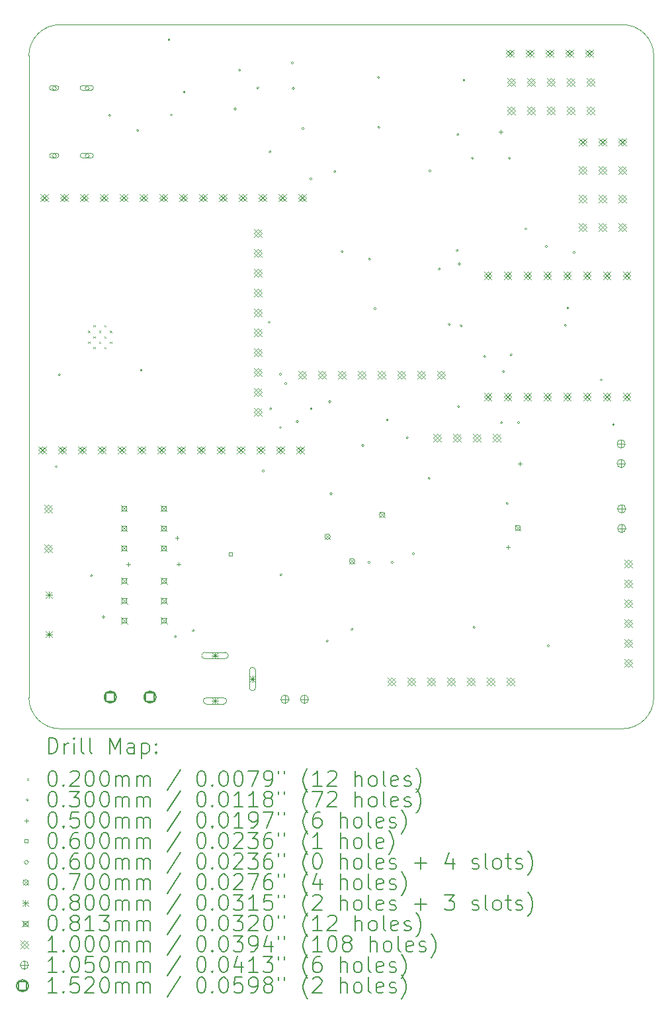
<source format=gbr>
%TF.GenerationSoftware,KiCad,Pcbnew,8.0.2*%
%TF.CreationDate,2025-02-27T03:45:31+05:30*%
%TF.ProjectId,sra_dev_board_2024(CH340C),7372615f-6465-4765-9f62-6f6172645f32,rev?*%
%TF.SameCoordinates,Original*%
%TF.FileFunction,Drillmap*%
%TF.FilePolarity,Positive*%
%FSLAX45Y45*%
G04 Gerber Fmt 4.5, Leading zero omitted, Abs format (unit mm)*
G04 Created by KiCad (PCBNEW 8.0.2) date 2025-02-27 03:45:31*
%MOMM*%
%LPD*%
G01*
G04 APERTURE LIST*
%ADD10C,0.100000*%
%ADD11C,0.200000*%
%ADD12C,0.105000*%
%ADD13C,0.152000*%
G04 APERTURE END LIST*
D10*
X11038000Y-5901000D02*
G75*
G02*
X11438000Y-5501000I400000J0D01*
G01*
X18638000Y-5501000D02*
G75*
G02*
X19038000Y-5901000I0J-400000D01*
G01*
X11438000Y-14501000D02*
X18638000Y-14501000D01*
X19038000Y-14101000D02*
G75*
G02*
X18638000Y-14501000I-400000J0D01*
G01*
X11438000Y-14501000D02*
G75*
G02*
X11038000Y-14101000I0J400000D01*
G01*
X19038000Y-5901000D02*
X19038000Y-14101000D01*
X11438000Y-5501000D02*
X18638000Y-5501000D01*
X11038000Y-5901000D02*
X11038000Y-14101000D01*
D11*
D10*
X11797000Y-9413000D02*
X11817000Y-9433000D01*
X11817000Y-9413000D02*
X11797000Y-9433000D01*
X11797000Y-9553000D02*
X11817000Y-9573000D01*
X11817000Y-9553000D02*
X11797000Y-9573000D01*
X11867000Y-9343000D02*
X11887000Y-9363000D01*
X11887000Y-9343000D02*
X11867000Y-9363000D01*
X11867000Y-9483000D02*
X11887000Y-9503000D01*
X11887000Y-9483000D02*
X11867000Y-9503000D01*
X11867000Y-9623000D02*
X11887000Y-9643000D01*
X11887000Y-9623000D02*
X11867000Y-9643000D01*
X11937000Y-9413000D02*
X11957000Y-9433000D01*
X11957000Y-9413000D02*
X11937000Y-9433000D01*
X11937000Y-9553000D02*
X11957000Y-9573000D01*
X11957000Y-9553000D02*
X11937000Y-9573000D01*
X12007000Y-9343000D02*
X12027000Y-9363000D01*
X12027000Y-9343000D02*
X12007000Y-9363000D01*
X12007000Y-9483000D02*
X12027000Y-9503000D01*
X12027000Y-9483000D02*
X12007000Y-9503000D01*
X12007000Y-9623000D02*
X12027000Y-9643000D01*
X12027000Y-9623000D02*
X12007000Y-9643000D01*
X12077000Y-9413000D02*
X12097000Y-9433000D01*
X12097000Y-9413000D02*
X12077000Y-9433000D01*
X12077000Y-9553000D02*
X12097000Y-9573000D01*
X12097000Y-9553000D02*
X12077000Y-9573000D01*
X11405000Y-11150000D02*
G75*
G02*
X11375000Y-11150000I-15000J0D01*
G01*
X11375000Y-11150000D02*
G75*
G02*
X11405000Y-11150000I15000J0D01*
G01*
X11444000Y-9976000D02*
G75*
G02*
X11414000Y-9976000I-15000J0D01*
G01*
X11414000Y-9976000D02*
G75*
G02*
X11444000Y-9976000I15000J0D01*
G01*
X11855000Y-12544000D02*
G75*
G02*
X11825000Y-12544000I-15000J0D01*
G01*
X11825000Y-12544000D02*
G75*
G02*
X11855000Y-12544000I15000J0D01*
G01*
X12011000Y-13073000D02*
G75*
G02*
X11981000Y-13073000I-15000J0D01*
G01*
X11981000Y-13073000D02*
G75*
G02*
X12011000Y-13073000I15000J0D01*
G01*
X12086000Y-6661000D02*
G75*
G02*
X12056000Y-6661000I-15000J0D01*
G01*
X12056000Y-6661000D02*
G75*
G02*
X12086000Y-6661000I15000J0D01*
G01*
X12446500Y-6852500D02*
G75*
G02*
X12416500Y-6852500I-15000J0D01*
G01*
X12416500Y-6852500D02*
G75*
G02*
X12446500Y-6852500I15000J0D01*
G01*
X12492000Y-9918000D02*
G75*
G02*
X12462000Y-9918000I-15000J0D01*
G01*
X12462000Y-9918000D02*
G75*
G02*
X12492000Y-9918000I15000J0D01*
G01*
X12846000Y-5694000D02*
G75*
G02*
X12816000Y-5694000I-15000J0D01*
G01*
X12816000Y-5694000D02*
G75*
G02*
X12846000Y-5694000I15000J0D01*
G01*
X12877000Y-6655000D02*
G75*
G02*
X12847000Y-6655000I-15000J0D01*
G01*
X12847000Y-6655000D02*
G75*
G02*
X12877000Y-6655000I15000J0D01*
G01*
X12929000Y-13324000D02*
G75*
G02*
X12899000Y-13324000I-15000J0D01*
G01*
X12899000Y-13324000D02*
G75*
G02*
X12929000Y-13324000I15000J0D01*
G01*
X13043000Y-6362000D02*
G75*
G02*
X13013000Y-6362000I-15000J0D01*
G01*
X13013000Y-6362000D02*
G75*
G02*
X13043000Y-6362000I15000J0D01*
G01*
X13160000Y-13248000D02*
G75*
G02*
X13130000Y-13248000I-15000J0D01*
G01*
X13130000Y-13248000D02*
G75*
G02*
X13160000Y-13248000I15000J0D01*
G01*
X13695000Y-6580000D02*
G75*
G02*
X13665000Y-6580000I-15000J0D01*
G01*
X13665000Y-6580000D02*
G75*
G02*
X13695000Y-6580000I15000J0D01*
G01*
X13751388Y-6083000D02*
G75*
G02*
X13721388Y-6083000I-15000J0D01*
G01*
X13721388Y-6083000D02*
G75*
G02*
X13751388Y-6083000I15000J0D01*
G01*
X13985000Y-6309000D02*
G75*
G02*
X13955000Y-6309000I-15000J0D01*
G01*
X13955000Y-6309000D02*
G75*
G02*
X13985000Y-6309000I15000J0D01*
G01*
X14054000Y-11204000D02*
G75*
G02*
X14024000Y-11204000I-15000J0D01*
G01*
X14024000Y-11204000D02*
G75*
G02*
X14054000Y-11204000I15000J0D01*
G01*
X14130000Y-9306000D02*
G75*
G02*
X14100000Y-9306000I-15000J0D01*
G01*
X14100000Y-9306000D02*
G75*
G02*
X14130000Y-9306000I15000J0D01*
G01*
X14142000Y-7127000D02*
G75*
G02*
X14112000Y-7127000I-15000J0D01*
G01*
X14112000Y-7127000D02*
G75*
G02*
X14142000Y-7127000I15000J0D01*
G01*
X14150000Y-10411000D02*
G75*
G02*
X14120000Y-10411000I-15000J0D01*
G01*
X14120000Y-10411000D02*
G75*
G02*
X14150000Y-10411000I15000J0D01*
G01*
X14273000Y-9970000D02*
G75*
G02*
X14243000Y-9970000I-15000J0D01*
G01*
X14243000Y-9970000D02*
G75*
G02*
X14273000Y-9970000I15000J0D01*
G01*
X14273000Y-10652000D02*
G75*
G02*
X14243000Y-10652000I-15000J0D01*
G01*
X14243000Y-10652000D02*
G75*
G02*
X14273000Y-10652000I15000J0D01*
G01*
X14281000Y-12532000D02*
G75*
G02*
X14251000Y-12532000I-15000J0D01*
G01*
X14251000Y-12532000D02*
G75*
G02*
X14281000Y-12532000I15000J0D01*
G01*
X14343000Y-10088000D02*
G75*
G02*
X14313000Y-10088000I-15000J0D01*
G01*
X14313000Y-10088000D02*
G75*
G02*
X14343000Y-10088000I15000J0D01*
G01*
X14426000Y-5991000D02*
G75*
G02*
X14396000Y-5991000I-15000J0D01*
G01*
X14396000Y-5991000D02*
G75*
G02*
X14426000Y-5991000I15000J0D01*
G01*
X14438000Y-6316000D02*
G75*
G02*
X14408000Y-6316000I-15000J0D01*
G01*
X14408000Y-6316000D02*
G75*
G02*
X14438000Y-6316000I15000J0D01*
G01*
X14490000Y-10575000D02*
G75*
G02*
X14460000Y-10575000I-15000J0D01*
G01*
X14460000Y-10575000D02*
G75*
G02*
X14490000Y-10575000I15000J0D01*
G01*
X14561000Y-6828000D02*
G75*
G02*
X14531000Y-6828000I-15000J0D01*
G01*
X14531000Y-6828000D02*
G75*
G02*
X14561000Y-6828000I15000J0D01*
G01*
X14665000Y-7472000D02*
G75*
G02*
X14635000Y-7472000I-15000J0D01*
G01*
X14635000Y-7472000D02*
G75*
G02*
X14665000Y-7472000I15000J0D01*
G01*
X14668000Y-10411000D02*
G75*
G02*
X14638000Y-10411000I-15000J0D01*
G01*
X14638000Y-10411000D02*
G75*
G02*
X14668000Y-10411000I15000J0D01*
G01*
X14873000Y-13378654D02*
G75*
G02*
X14843000Y-13378654I-15000J0D01*
G01*
X14843000Y-13378654D02*
G75*
G02*
X14873000Y-13378654I15000J0D01*
G01*
X14904000Y-10320000D02*
G75*
G02*
X14874000Y-10320000I-15000J0D01*
G01*
X14874000Y-10320000D02*
G75*
G02*
X14904000Y-10320000I15000J0D01*
G01*
X14922000Y-11496000D02*
G75*
G02*
X14892000Y-11496000I-15000J0D01*
G01*
X14892000Y-11496000D02*
G75*
G02*
X14922000Y-11496000I15000J0D01*
G01*
X14969000Y-7381000D02*
G75*
G02*
X14939000Y-7381000I-15000J0D01*
G01*
X14939000Y-7381000D02*
G75*
G02*
X14969000Y-7381000I15000J0D01*
G01*
X15065000Y-8401000D02*
G75*
G02*
X15035000Y-8401000I-15000J0D01*
G01*
X15035000Y-8401000D02*
G75*
G02*
X15065000Y-8401000I15000J0D01*
G01*
X15191000Y-13232000D02*
G75*
G02*
X15161000Y-13232000I-15000J0D01*
G01*
X15161000Y-13232000D02*
G75*
G02*
X15191000Y-13232000I15000J0D01*
G01*
X15327307Y-10878693D02*
G75*
G02*
X15297307Y-10878693I-15000J0D01*
G01*
X15297307Y-10878693D02*
G75*
G02*
X15327307Y-10878693I15000J0D01*
G01*
X15408000Y-12374000D02*
G75*
G02*
X15378000Y-12374000I-15000J0D01*
G01*
X15378000Y-12374000D02*
G75*
G02*
X15408000Y-12374000I15000J0D01*
G01*
X15415000Y-8498000D02*
G75*
G02*
X15385000Y-8498000I-15000J0D01*
G01*
X15385000Y-8498000D02*
G75*
G02*
X15415000Y-8498000I15000J0D01*
G01*
X15484000Y-9132000D02*
G75*
G02*
X15454000Y-9132000I-15000J0D01*
G01*
X15454000Y-9132000D02*
G75*
G02*
X15484000Y-9132000I15000J0D01*
G01*
X15529000Y-6176000D02*
G75*
G02*
X15499000Y-6176000I-15000J0D01*
G01*
X15499000Y-6176000D02*
G75*
G02*
X15529000Y-6176000I15000J0D01*
G01*
X15533000Y-6814000D02*
G75*
G02*
X15503000Y-6814000I-15000J0D01*
G01*
X15503000Y-6814000D02*
G75*
G02*
X15533000Y-6814000I15000J0D01*
G01*
X15640514Y-10554514D02*
G75*
G02*
X15610514Y-10554514I-15000J0D01*
G01*
X15610514Y-10554514D02*
G75*
G02*
X15640514Y-10554514I15000J0D01*
G01*
X15707000Y-12374000D02*
G75*
G02*
X15677000Y-12374000I-15000J0D01*
G01*
X15677000Y-12374000D02*
G75*
G02*
X15707000Y-12374000I15000J0D01*
G01*
X15896000Y-10781000D02*
G75*
G02*
X15866000Y-10781000I-15000J0D01*
G01*
X15866000Y-10781000D02*
G75*
G02*
X15896000Y-10781000I15000J0D01*
G01*
X15976000Y-12262000D02*
G75*
G02*
X15946000Y-12262000I-15000J0D01*
G01*
X15946000Y-12262000D02*
G75*
G02*
X15976000Y-12262000I15000J0D01*
G01*
X16175000Y-11301000D02*
G75*
G02*
X16145000Y-11301000I-15000J0D01*
G01*
X16145000Y-11301000D02*
G75*
G02*
X16175000Y-11301000I15000J0D01*
G01*
X16186000Y-7371000D02*
G75*
G02*
X16156000Y-7371000I-15000J0D01*
G01*
X16156000Y-7371000D02*
G75*
G02*
X16186000Y-7371000I15000J0D01*
G01*
X16308000Y-8624000D02*
G75*
G02*
X16278000Y-8624000I-15000J0D01*
G01*
X16278000Y-8624000D02*
G75*
G02*
X16308000Y-8624000I15000J0D01*
G01*
X16435000Y-9331000D02*
G75*
G02*
X16405000Y-9331000I-15000J0D01*
G01*
X16405000Y-9331000D02*
G75*
G02*
X16435000Y-9331000I15000J0D01*
G01*
X16536500Y-8390500D02*
G75*
G02*
X16506500Y-8390500I-15000J0D01*
G01*
X16506500Y-8390500D02*
G75*
G02*
X16536500Y-8390500I15000J0D01*
G01*
X16546000Y-6906000D02*
G75*
G02*
X16516000Y-6906000I-15000J0D01*
G01*
X16516000Y-6906000D02*
G75*
G02*
X16546000Y-6906000I15000J0D01*
G01*
X16555000Y-10383000D02*
G75*
G02*
X16525000Y-10383000I-15000J0D01*
G01*
X16525000Y-10383000D02*
G75*
G02*
X16555000Y-10383000I15000J0D01*
G01*
X16565000Y-8560500D02*
G75*
G02*
X16535000Y-8560500I-15000J0D01*
G01*
X16535000Y-8560500D02*
G75*
G02*
X16565000Y-8560500I15000J0D01*
G01*
X16586000Y-9349000D02*
G75*
G02*
X16556000Y-9349000I-15000J0D01*
G01*
X16556000Y-9349000D02*
G75*
G02*
X16586000Y-9349000I15000J0D01*
G01*
X16624000Y-6209000D02*
G75*
G02*
X16594000Y-6209000I-15000J0D01*
G01*
X16594000Y-6209000D02*
G75*
G02*
X16624000Y-6209000I15000J0D01*
G01*
X16731000Y-7207000D02*
G75*
G02*
X16701000Y-7207000I-15000J0D01*
G01*
X16701000Y-7207000D02*
G75*
G02*
X16731000Y-7207000I15000J0D01*
G01*
X16754000Y-13206000D02*
G75*
G02*
X16724000Y-13206000I-15000J0D01*
G01*
X16724000Y-13206000D02*
G75*
G02*
X16754000Y-13206000I15000J0D01*
G01*
X16888000Y-9744636D02*
G75*
G02*
X16858000Y-9744636I-15000J0D01*
G01*
X16858000Y-9744636D02*
G75*
G02*
X16888000Y-9744636I15000J0D01*
G01*
X17104000Y-10588000D02*
G75*
G02*
X17074000Y-10588000I-15000J0D01*
G01*
X17074000Y-10588000D02*
G75*
G02*
X17104000Y-10588000I15000J0D01*
G01*
X17128000Y-9933000D02*
G75*
G02*
X17098000Y-9933000I-15000J0D01*
G01*
X17098000Y-9933000D02*
G75*
G02*
X17128000Y-9933000I15000J0D01*
G01*
X17176000Y-11621000D02*
G75*
G02*
X17146000Y-11621000I-15000J0D01*
G01*
X17146000Y-11621000D02*
G75*
G02*
X17176000Y-11621000I15000J0D01*
G01*
X17204000Y-7207000D02*
G75*
G02*
X17174000Y-7207000I-15000J0D01*
G01*
X17174000Y-7207000D02*
G75*
G02*
X17204000Y-7207000I15000J0D01*
G01*
X17225000Y-9722000D02*
G75*
G02*
X17195000Y-9722000I-15000J0D01*
G01*
X17195000Y-9722000D02*
G75*
G02*
X17225000Y-9722000I15000J0D01*
G01*
X17323000Y-10588000D02*
G75*
G02*
X17293000Y-10588000I-15000J0D01*
G01*
X17293000Y-10588000D02*
G75*
G02*
X17323000Y-10588000I15000J0D01*
G01*
X17415000Y-8112000D02*
G75*
G02*
X17385000Y-8112000I-15000J0D01*
G01*
X17385000Y-8112000D02*
G75*
G02*
X17415000Y-8112000I15000J0D01*
G01*
X17676000Y-8336000D02*
G75*
G02*
X17646000Y-8336000I-15000J0D01*
G01*
X17646000Y-8336000D02*
G75*
G02*
X17676000Y-8336000I15000J0D01*
G01*
X17705000Y-13441000D02*
G75*
G02*
X17675000Y-13441000I-15000J0D01*
G01*
X17675000Y-13441000D02*
G75*
G02*
X17705000Y-13441000I15000J0D01*
G01*
X17922000Y-9346000D02*
G75*
G02*
X17892000Y-9346000I-15000J0D01*
G01*
X17892000Y-9346000D02*
G75*
G02*
X17922000Y-9346000I15000J0D01*
G01*
X17954000Y-9123000D02*
G75*
G02*
X17924000Y-9123000I-15000J0D01*
G01*
X17924000Y-9123000D02*
G75*
G02*
X17954000Y-9123000I15000J0D01*
G01*
X18032000Y-8412000D02*
G75*
G02*
X18002000Y-8412000I-15000J0D01*
G01*
X18002000Y-8412000D02*
G75*
G02*
X18032000Y-8412000I15000J0D01*
G01*
X18381000Y-10042000D02*
G75*
G02*
X18351000Y-10042000I-15000J0D01*
G01*
X18351000Y-10042000D02*
G75*
G02*
X18381000Y-10042000I15000J0D01*
G01*
X18536001Y-10613000D02*
G75*
G02*
X18506001Y-10613000I-15000J0D01*
G01*
X18506001Y-10613000D02*
G75*
G02*
X18536001Y-10613000I15000J0D01*
G01*
X12313000Y-12372000D02*
X12313000Y-12422000D01*
X12288000Y-12397000D02*
X12338000Y-12397000D01*
X12934000Y-12037000D02*
X12934000Y-12087000D01*
X12909000Y-12062000D02*
X12959000Y-12062000D01*
X12956000Y-12370373D02*
X12956000Y-12420373D01*
X12931000Y-12395373D02*
X12981000Y-12395373D01*
X17079000Y-6848000D02*
X17079000Y-6898000D01*
X17054000Y-6873000D02*
X17104000Y-6873000D01*
X17175000Y-12156000D02*
X17175000Y-12206000D01*
X17150000Y-12181000D02*
X17200000Y-12181000D01*
X17321000Y-11089000D02*
X17321000Y-11139000D01*
X17296000Y-11114000D02*
X17346000Y-11114000D01*
X13639213Y-12293213D02*
X13639213Y-12250787D01*
X13596787Y-12250787D01*
X13596787Y-12293213D01*
X13639213Y-12293213D01*
X11362000Y-6340000D02*
X11392000Y-6310000D01*
X11362000Y-6280000D01*
X11332000Y-6310000D01*
X11362000Y-6340000D01*
X11392000Y-6280000D02*
X11332000Y-6280000D01*
X11332000Y-6340000D02*
G75*
G02*
X11332000Y-6280000I0J30000D01*
G01*
X11332000Y-6340000D02*
X11392000Y-6340000D01*
X11392000Y-6340000D02*
G75*
G03*
X11392000Y-6280000I0J30000D01*
G01*
X11362000Y-7204000D02*
X11392000Y-7174000D01*
X11362000Y-7144000D01*
X11332000Y-7174000D01*
X11362000Y-7204000D01*
X11392000Y-7144000D02*
X11332000Y-7144000D01*
X11332000Y-7204000D02*
G75*
G02*
X11332000Y-7144000I0J30000D01*
G01*
X11332000Y-7204000D02*
X11392000Y-7204000D01*
X11392000Y-7204000D02*
G75*
G03*
X11392000Y-7144000I0J30000D01*
G01*
X11780000Y-6340000D02*
X11810000Y-6310000D01*
X11780000Y-6280000D01*
X11750000Y-6310000D01*
X11780000Y-6340000D01*
X11835000Y-6280000D02*
X11725000Y-6280000D01*
X11725000Y-6340000D02*
G75*
G02*
X11725000Y-6280000I0J30000D01*
G01*
X11725000Y-6340000D02*
X11835000Y-6340000D01*
X11835000Y-6340000D02*
G75*
G03*
X11835000Y-6280000I0J30000D01*
G01*
X11780000Y-7204000D02*
X11810000Y-7174000D01*
X11780000Y-7144000D01*
X11750000Y-7174000D01*
X11780000Y-7204000D01*
X11835000Y-7144000D02*
X11725000Y-7144000D01*
X11725000Y-7204000D02*
G75*
G02*
X11725000Y-7144000I0J30000D01*
G01*
X11725000Y-7204000D02*
X11835000Y-7204000D01*
X11835000Y-7204000D02*
G75*
G03*
X11835000Y-7144000I0J30000D01*
G01*
X14828000Y-12011000D02*
X14898000Y-12081000D01*
X14898000Y-12011000D02*
X14828000Y-12081000D01*
X14898000Y-12046000D02*
G75*
G02*
X14828000Y-12046000I-35000J0D01*
G01*
X14828000Y-12046000D02*
G75*
G02*
X14898000Y-12046000I35000J0D01*
G01*
X15141000Y-12324000D02*
X15211000Y-12394000D01*
X15211000Y-12324000D02*
X15141000Y-12394000D01*
X15211000Y-12359000D02*
G75*
G02*
X15141000Y-12359000I-35000J0D01*
G01*
X15141000Y-12359000D02*
G75*
G02*
X15211000Y-12359000I35000J0D01*
G01*
X15525000Y-11731000D02*
X15595000Y-11801000D01*
X15595000Y-11731000D02*
X15525000Y-11801000D01*
X15595000Y-11766000D02*
G75*
G02*
X15525000Y-11766000I-35000J0D01*
G01*
X15525000Y-11766000D02*
G75*
G02*
X15595000Y-11766000I35000J0D01*
G01*
X17264000Y-11899000D02*
X17334000Y-11969000D01*
X17334000Y-11899000D02*
X17264000Y-11969000D01*
X17334000Y-11934000D02*
G75*
G02*
X17264000Y-11934000I-35000J0D01*
G01*
X17264000Y-11934000D02*
G75*
G02*
X17334000Y-11934000I35000J0D01*
G01*
X11257000Y-12748500D02*
X11337000Y-12828500D01*
X11337000Y-12748500D02*
X11257000Y-12828500D01*
X11297000Y-12748500D02*
X11297000Y-12828500D01*
X11257000Y-12788500D02*
X11337000Y-12788500D01*
X11257000Y-13253500D02*
X11337000Y-13333500D01*
X11337000Y-13253500D02*
X11257000Y-13333500D01*
X11297000Y-13253500D02*
X11297000Y-13333500D01*
X11257000Y-13293500D02*
X11337000Y-13293500D01*
X13381000Y-13525000D02*
X13461000Y-13605000D01*
X13461000Y-13525000D02*
X13381000Y-13605000D01*
X13421000Y-13525000D02*
X13421000Y-13605000D01*
X13381000Y-13565000D02*
X13461000Y-13565000D01*
X13291000Y-13605000D02*
X13551000Y-13605000D01*
X13551000Y-13525000D02*
G75*
G02*
X13551000Y-13605000I0J-40000D01*
G01*
X13551000Y-13525000D02*
X13291000Y-13525000D01*
X13291000Y-13525000D02*
G75*
G03*
X13291000Y-13605000I0J-40000D01*
G01*
X13381000Y-14105000D02*
X13461000Y-14185000D01*
X13461000Y-14105000D02*
X13381000Y-14185000D01*
X13421000Y-14105000D02*
X13421000Y-14185000D01*
X13381000Y-14145000D02*
X13461000Y-14145000D01*
X13311000Y-14185000D02*
X13531000Y-14185000D01*
X13531000Y-14105000D02*
G75*
G02*
X13531000Y-14185000I0J-40000D01*
G01*
X13531000Y-14105000D02*
X13311000Y-14105000D01*
X13311000Y-14105000D02*
G75*
G03*
X13311000Y-14185000I0J-40000D01*
G01*
X13861000Y-13825000D02*
X13941000Y-13905000D01*
X13941000Y-13825000D02*
X13861000Y-13905000D01*
X13901000Y-13825000D02*
X13901000Y-13905000D01*
X13861000Y-13865000D02*
X13941000Y-13865000D01*
X13941000Y-13975000D02*
X13941000Y-13755000D01*
X13861000Y-13755000D02*
G75*
G02*
X13941000Y-13755000I40000J0D01*
G01*
X13861000Y-13755000D02*
X13861000Y-13975000D01*
X13861000Y-13975000D02*
G75*
G03*
X13941000Y-13975000I40000J0D01*
G01*
X12216360Y-11642360D02*
X12297640Y-11723640D01*
X12297640Y-11642360D02*
X12216360Y-11723640D01*
X12285737Y-11711737D02*
X12285737Y-11654263D01*
X12228263Y-11654263D01*
X12228263Y-11711737D01*
X12285737Y-11711737D01*
X12216360Y-11896360D02*
X12297640Y-11977640D01*
X12297640Y-11896360D02*
X12216360Y-11977640D01*
X12285737Y-11965737D02*
X12285737Y-11908263D01*
X12228263Y-11908263D01*
X12228263Y-11965737D01*
X12285737Y-11965737D01*
X12216360Y-12150360D02*
X12297640Y-12231640D01*
X12297640Y-12150360D02*
X12216360Y-12231640D01*
X12285737Y-12219737D02*
X12285737Y-12162263D01*
X12228263Y-12162263D01*
X12228263Y-12219737D01*
X12285737Y-12219737D01*
X12218360Y-12569360D02*
X12299640Y-12650640D01*
X12299640Y-12569360D02*
X12218360Y-12650640D01*
X12287737Y-12638737D02*
X12287737Y-12581263D01*
X12230263Y-12581263D01*
X12230263Y-12638737D01*
X12287737Y-12638737D01*
X12218360Y-12823360D02*
X12299640Y-12904640D01*
X12299640Y-12823360D02*
X12218360Y-12904640D01*
X12287737Y-12892737D02*
X12287737Y-12835263D01*
X12230263Y-12835263D01*
X12230263Y-12892737D01*
X12287737Y-12892737D01*
X12218360Y-13077360D02*
X12299640Y-13158640D01*
X12299640Y-13077360D02*
X12218360Y-13158640D01*
X12287737Y-13146737D02*
X12287737Y-13089263D01*
X12230263Y-13089263D01*
X12230263Y-13146737D01*
X12287737Y-13146737D01*
X12724360Y-11642360D02*
X12805640Y-11723640D01*
X12805640Y-11642360D02*
X12724360Y-11723640D01*
X12793737Y-11711737D02*
X12793737Y-11654263D01*
X12736263Y-11654263D01*
X12736263Y-11711737D01*
X12793737Y-11711737D01*
X12724360Y-11896360D02*
X12805640Y-11977640D01*
X12805640Y-11896360D02*
X12724360Y-11977640D01*
X12793737Y-11965737D02*
X12793737Y-11908263D01*
X12736263Y-11908263D01*
X12736263Y-11965737D01*
X12793737Y-11965737D01*
X12724360Y-12150360D02*
X12805640Y-12231640D01*
X12805640Y-12150360D02*
X12724360Y-12231640D01*
X12793737Y-12219737D02*
X12793737Y-12162263D01*
X12736263Y-12162263D01*
X12736263Y-12219737D01*
X12793737Y-12219737D01*
X12726360Y-12569360D02*
X12807640Y-12650640D01*
X12807640Y-12569360D02*
X12726360Y-12650640D01*
X12795737Y-12638737D02*
X12795737Y-12581263D01*
X12738263Y-12581263D01*
X12738263Y-12638737D01*
X12795737Y-12638737D01*
X12726360Y-12823360D02*
X12807640Y-12904640D01*
X12807640Y-12823360D02*
X12726360Y-12904640D01*
X12795737Y-12892737D02*
X12795737Y-12835263D01*
X12738263Y-12835263D01*
X12738263Y-12892737D01*
X12795737Y-12892737D01*
X12726360Y-13077360D02*
X12807640Y-13158640D01*
X12807640Y-13077360D02*
X12726360Y-13158640D01*
X12795737Y-13146737D02*
X12795737Y-13089263D01*
X12738263Y-13089263D01*
X12738263Y-13146737D01*
X12795737Y-13146737D01*
X11160000Y-10889000D02*
X11260000Y-10989000D01*
X11260000Y-10889000D02*
X11160000Y-10989000D01*
X11210000Y-10989000D02*
X11260000Y-10939000D01*
X11210000Y-10889000D01*
X11160000Y-10939000D01*
X11210000Y-10989000D01*
X11185000Y-7664000D02*
X11285000Y-7764000D01*
X11285000Y-7664000D02*
X11185000Y-7764000D01*
X11235000Y-7764000D02*
X11285000Y-7714000D01*
X11235000Y-7664000D01*
X11185000Y-7714000D01*
X11235000Y-7764000D01*
X11234000Y-11640500D02*
X11334000Y-11740500D01*
X11334000Y-11640500D02*
X11234000Y-11740500D01*
X11284000Y-11740500D02*
X11334000Y-11690500D01*
X11284000Y-11640500D01*
X11234000Y-11690500D01*
X11284000Y-11740500D01*
X11234000Y-12145500D02*
X11334000Y-12245500D01*
X11334000Y-12145500D02*
X11234000Y-12245500D01*
X11284000Y-12245500D02*
X11334000Y-12195500D01*
X11284000Y-12145500D01*
X11234000Y-12195500D01*
X11284000Y-12245500D01*
X11414000Y-10889000D02*
X11514000Y-10989000D01*
X11514000Y-10889000D02*
X11414000Y-10989000D01*
X11464000Y-10989000D02*
X11514000Y-10939000D01*
X11464000Y-10889000D01*
X11414000Y-10939000D01*
X11464000Y-10989000D01*
X11439000Y-7664000D02*
X11539000Y-7764000D01*
X11539000Y-7664000D02*
X11439000Y-7764000D01*
X11489000Y-7764000D02*
X11539000Y-7714000D01*
X11489000Y-7664000D01*
X11439000Y-7714000D01*
X11489000Y-7764000D01*
X11668000Y-10889000D02*
X11768000Y-10989000D01*
X11768000Y-10889000D02*
X11668000Y-10989000D01*
X11718000Y-10989000D02*
X11768000Y-10939000D01*
X11718000Y-10889000D01*
X11668000Y-10939000D01*
X11718000Y-10989000D01*
X11693000Y-7664000D02*
X11793000Y-7764000D01*
X11793000Y-7664000D02*
X11693000Y-7764000D01*
X11743000Y-7764000D02*
X11793000Y-7714000D01*
X11743000Y-7664000D01*
X11693000Y-7714000D01*
X11743000Y-7764000D01*
X11922000Y-10889000D02*
X12022000Y-10989000D01*
X12022000Y-10889000D02*
X11922000Y-10989000D01*
X11972000Y-10989000D02*
X12022000Y-10939000D01*
X11972000Y-10889000D01*
X11922000Y-10939000D01*
X11972000Y-10989000D01*
X11947000Y-7664000D02*
X12047000Y-7764000D01*
X12047000Y-7664000D02*
X11947000Y-7764000D01*
X11997000Y-7764000D02*
X12047000Y-7714000D01*
X11997000Y-7664000D01*
X11947000Y-7714000D01*
X11997000Y-7764000D01*
X12176000Y-10889000D02*
X12276000Y-10989000D01*
X12276000Y-10889000D02*
X12176000Y-10989000D01*
X12226000Y-10989000D02*
X12276000Y-10939000D01*
X12226000Y-10889000D01*
X12176000Y-10939000D01*
X12226000Y-10989000D01*
X12201000Y-7664000D02*
X12301000Y-7764000D01*
X12301000Y-7664000D02*
X12201000Y-7764000D01*
X12251000Y-7764000D02*
X12301000Y-7714000D01*
X12251000Y-7664000D01*
X12201000Y-7714000D01*
X12251000Y-7764000D01*
X12430000Y-10889000D02*
X12530000Y-10989000D01*
X12530000Y-10889000D02*
X12430000Y-10989000D01*
X12480000Y-10989000D02*
X12530000Y-10939000D01*
X12480000Y-10889000D01*
X12430000Y-10939000D01*
X12480000Y-10989000D01*
X12455000Y-7664000D02*
X12555000Y-7764000D01*
X12555000Y-7664000D02*
X12455000Y-7764000D01*
X12505000Y-7764000D02*
X12555000Y-7714000D01*
X12505000Y-7664000D01*
X12455000Y-7714000D01*
X12505000Y-7764000D01*
X12684000Y-10889000D02*
X12784000Y-10989000D01*
X12784000Y-10889000D02*
X12684000Y-10989000D01*
X12734000Y-10989000D02*
X12784000Y-10939000D01*
X12734000Y-10889000D01*
X12684000Y-10939000D01*
X12734000Y-10989000D01*
X12709000Y-7664000D02*
X12809000Y-7764000D01*
X12809000Y-7664000D02*
X12709000Y-7764000D01*
X12759000Y-7764000D02*
X12809000Y-7714000D01*
X12759000Y-7664000D01*
X12709000Y-7714000D01*
X12759000Y-7764000D01*
X12938000Y-10889000D02*
X13038000Y-10989000D01*
X13038000Y-10889000D02*
X12938000Y-10989000D01*
X12988000Y-10989000D02*
X13038000Y-10939000D01*
X12988000Y-10889000D01*
X12938000Y-10939000D01*
X12988000Y-10989000D01*
X12963000Y-7664000D02*
X13063000Y-7764000D01*
X13063000Y-7664000D02*
X12963000Y-7764000D01*
X13013000Y-7764000D02*
X13063000Y-7714000D01*
X13013000Y-7664000D01*
X12963000Y-7714000D01*
X13013000Y-7764000D01*
X13192000Y-10889000D02*
X13292000Y-10989000D01*
X13292000Y-10889000D02*
X13192000Y-10989000D01*
X13242000Y-10989000D02*
X13292000Y-10939000D01*
X13242000Y-10889000D01*
X13192000Y-10939000D01*
X13242000Y-10989000D01*
X13217000Y-7664000D02*
X13317000Y-7764000D01*
X13317000Y-7664000D02*
X13217000Y-7764000D01*
X13267000Y-7764000D02*
X13317000Y-7714000D01*
X13267000Y-7664000D01*
X13217000Y-7714000D01*
X13267000Y-7764000D01*
X13446000Y-10889000D02*
X13546000Y-10989000D01*
X13546000Y-10889000D02*
X13446000Y-10989000D01*
X13496000Y-10989000D02*
X13546000Y-10939000D01*
X13496000Y-10889000D01*
X13446000Y-10939000D01*
X13496000Y-10989000D01*
X13471000Y-7664000D02*
X13571000Y-7764000D01*
X13571000Y-7664000D02*
X13471000Y-7764000D01*
X13521000Y-7764000D02*
X13571000Y-7714000D01*
X13521000Y-7664000D01*
X13471000Y-7714000D01*
X13521000Y-7764000D01*
X13700000Y-10889000D02*
X13800000Y-10989000D01*
X13800000Y-10889000D02*
X13700000Y-10989000D01*
X13750000Y-10989000D02*
X13800000Y-10939000D01*
X13750000Y-10889000D01*
X13700000Y-10939000D01*
X13750000Y-10989000D01*
X13725000Y-7664000D02*
X13825000Y-7764000D01*
X13825000Y-7664000D02*
X13725000Y-7764000D01*
X13775000Y-7764000D02*
X13825000Y-7714000D01*
X13775000Y-7664000D01*
X13725000Y-7714000D01*
X13775000Y-7764000D01*
X13918000Y-8115000D02*
X14018000Y-8215000D01*
X14018000Y-8115000D02*
X13918000Y-8215000D01*
X13968000Y-8215000D02*
X14018000Y-8165000D01*
X13968000Y-8115000D01*
X13918000Y-8165000D01*
X13968000Y-8215000D01*
X13918000Y-8369000D02*
X14018000Y-8469000D01*
X14018000Y-8369000D02*
X13918000Y-8469000D01*
X13968000Y-8469000D02*
X14018000Y-8419000D01*
X13968000Y-8369000D01*
X13918000Y-8419000D01*
X13968000Y-8469000D01*
X13918000Y-8623000D02*
X14018000Y-8723000D01*
X14018000Y-8623000D02*
X13918000Y-8723000D01*
X13968000Y-8723000D02*
X14018000Y-8673000D01*
X13968000Y-8623000D01*
X13918000Y-8673000D01*
X13968000Y-8723000D01*
X13918000Y-8877000D02*
X14018000Y-8977000D01*
X14018000Y-8877000D02*
X13918000Y-8977000D01*
X13968000Y-8977000D02*
X14018000Y-8927000D01*
X13968000Y-8877000D01*
X13918000Y-8927000D01*
X13968000Y-8977000D01*
X13918000Y-9131000D02*
X14018000Y-9231000D01*
X14018000Y-9131000D02*
X13918000Y-9231000D01*
X13968000Y-9231000D02*
X14018000Y-9181000D01*
X13968000Y-9131000D01*
X13918000Y-9181000D01*
X13968000Y-9231000D01*
X13918000Y-9385000D02*
X14018000Y-9485000D01*
X14018000Y-9385000D02*
X13918000Y-9485000D01*
X13968000Y-9485000D02*
X14018000Y-9435000D01*
X13968000Y-9385000D01*
X13918000Y-9435000D01*
X13968000Y-9485000D01*
X13918000Y-9639000D02*
X14018000Y-9739000D01*
X14018000Y-9639000D02*
X13918000Y-9739000D01*
X13968000Y-9739000D02*
X14018000Y-9689000D01*
X13968000Y-9639000D01*
X13918000Y-9689000D01*
X13968000Y-9739000D01*
X13918000Y-9893000D02*
X14018000Y-9993000D01*
X14018000Y-9893000D02*
X13918000Y-9993000D01*
X13968000Y-9993000D02*
X14018000Y-9943000D01*
X13968000Y-9893000D01*
X13918000Y-9943000D01*
X13968000Y-9993000D01*
X13918000Y-10147000D02*
X14018000Y-10247000D01*
X14018000Y-10147000D02*
X13918000Y-10247000D01*
X13968000Y-10247000D02*
X14018000Y-10197000D01*
X13968000Y-10147000D01*
X13918000Y-10197000D01*
X13968000Y-10247000D01*
X13918000Y-10401000D02*
X14018000Y-10501000D01*
X14018000Y-10401000D02*
X13918000Y-10501000D01*
X13968000Y-10501000D02*
X14018000Y-10451000D01*
X13968000Y-10401000D01*
X13918000Y-10451000D01*
X13968000Y-10501000D01*
X13954000Y-10889000D02*
X14054000Y-10989000D01*
X14054000Y-10889000D02*
X13954000Y-10989000D01*
X14004000Y-10989000D02*
X14054000Y-10939000D01*
X14004000Y-10889000D01*
X13954000Y-10939000D01*
X14004000Y-10989000D01*
X13979000Y-7664000D02*
X14079000Y-7764000D01*
X14079000Y-7664000D02*
X13979000Y-7764000D01*
X14029000Y-7764000D02*
X14079000Y-7714000D01*
X14029000Y-7664000D01*
X13979000Y-7714000D01*
X14029000Y-7764000D01*
X14208000Y-10889000D02*
X14308000Y-10989000D01*
X14308000Y-10889000D02*
X14208000Y-10989000D01*
X14258000Y-10989000D02*
X14308000Y-10939000D01*
X14258000Y-10889000D01*
X14208000Y-10939000D01*
X14258000Y-10989000D01*
X14233000Y-7664000D02*
X14333000Y-7764000D01*
X14333000Y-7664000D02*
X14233000Y-7764000D01*
X14283000Y-7764000D02*
X14333000Y-7714000D01*
X14283000Y-7664000D01*
X14233000Y-7714000D01*
X14283000Y-7764000D01*
X14462000Y-10889000D02*
X14562000Y-10989000D01*
X14562000Y-10889000D02*
X14462000Y-10989000D01*
X14512000Y-10989000D02*
X14562000Y-10939000D01*
X14512000Y-10889000D01*
X14462000Y-10939000D01*
X14512000Y-10989000D01*
X14487000Y-7664000D02*
X14587000Y-7764000D01*
X14587000Y-7664000D02*
X14487000Y-7764000D01*
X14537000Y-7764000D02*
X14587000Y-7714000D01*
X14537000Y-7664000D01*
X14487000Y-7714000D01*
X14537000Y-7764000D01*
X14489500Y-9925000D02*
X14589500Y-10025000D01*
X14589500Y-9925000D02*
X14489500Y-10025000D01*
X14539500Y-10025000D02*
X14589500Y-9975000D01*
X14539500Y-9925000D01*
X14489500Y-9975000D01*
X14539500Y-10025000D01*
X14743500Y-9925000D02*
X14843500Y-10025000D01*
X14843500Y-9925000D02*
X14743500Y-10025000D01*
X14793500Y-10025000D02*
X14843500Y-9975000D01*
X14793500Y-9925000D01*
X14743500Y-9975000D01*
X14793500Y-10025000D01*
X14997500Y-9925000D02*
X15097500Y-10025000D01*
X15097500Y-9925000D02*
X14997500Y-10025000D01*
X15047500Y-10025000D02*
X15097500Y-9975000D01*
X15047500Y-9925000D01*
X14997500Y-9975000D01*
X15047500Y-10025000D01*
X15251500Y-9925000D02*
X15351500Y-10025000D01*
X15351500Y-9925000D02*
X15251500Y-10025000D01*
X15301500Y-10025000D02*
X15351500Y-9975000D01*
X15301500Y-9925000D01*
X15251500Y-9975000D01*
X15301500Y-10025000D01*
X15505500Y-9925000D02*
X15605500Y-10025000D01*
X15605500Y-9925000D02*
X15505500Y-10025000D01*
X15555500Y-10025000D02*
X15605500Y-9975000D01*
X15555500Y-9925000D01*
X15505500Y-9975000D01*
X15555500Y-10025000D01*
X15630500Y-13845000D02*
X15730500Y-13945000D01*
X15730500Y-13845000D02*
X15630500Y-13945000D01*
X15680500Y-13945000D02*
X15730500Y-13895000D01*
X15680500Y-13845000D01*
X15630500Y-13895000D01*
X15680500Y-13945000D01*
X15759500Y-9925000D02*
X15859500Y-10025000D01*
X15859500Y-9925000D02*
X15759500Y-10025000D01*
X15809500Y-10025000D02*
X15859500Y-9975000D01*
X15809500Y-9925000D01*
X15759500Y-9975000D01*
X15809500Y-10025000D01*
X15884500Y-13845000D02*
X15984500Y-13945000D01*
X15984500Y-13845000D02*
X15884500Y-13945000D01*
X15934500Y-13945000D02*
X15984500Y-13895000D01*
X15934500Y-13845000D01*
X15884500Y-13895000D01*
X15934500Y-13945000D01*
X16013500Y-9925000D02*
X16113500Y-10025000D01*
X16113500Y-9925000D02*
X16013500Y-10025000D01*
X16063500Y-10025000D02*
X16113500Y-9975000D01*
X16063500Y-9925000D01*
X16013500Y-9975000D01*
X16063500Y-10025000D01*
X16138500Y-13845000D02*
X16238500Y-13945000D01*
X16238500Y-13845000D02*
X16138500Y-13945000D01*
X16188500Y-13945000D02*
X16238500Y-13895000D01*
X16188500Y-13845000D01*
X16138500Y-13895000D01*
X16188500Y-13945000D01*
X16214000Y-10732000D02*
X16314000Y-10832000D01*
X16314000Y-10732000D02*
X16214000Y-10832000D01*
X16264000Y-10832000D02*
X16314000Y-10782000D01*
X16264000Y-10732000D01*
X16214000Y-10782000D01*
X16264000Y-10832000D01*
X16267500Y-9925000D02*
X16367500Y-10025000D01*
X16367500Y-9925000D02*
X16267500Y-10025000D01*
X16317500Y-10025000D02*
X16367500Y-9975000D01*
X16317500Y-9925000D01*
X16267500Y-9975000D01*
X16317500Y-10025000D01*
X16392500Y-13845000D02*
X16492500Y-13945000D01*
X16492500Y-13845000D02*
X16392500Y-13945000D01*
X16442500Y-13945000D02*
X16492500Y-13895000D01*
X16442500Y-13845000D01*
X16392500Y-13895000D01*
X16442500Y-13945000D01*
X16468000Y-10732000D02*
X16568000Y-10832000D01*
X16568000Y-10732000D02*
X16468000Y-10832000D01*
X16518000Y-10832000D02*
X16568000Y-10782000D01*
X16518000Y-10732000D01*
X16468000Y-10782000D01*
X16518000Y-10832000D01*
X16646500Y-13845000D02*
X16746500Y-13945000D01*
X16746500Y-13845000D02*
X16646500Y-13945000D01*
X16696500Y-13945000D02*
X16746500Y-13895000D01*
X16696500Y-13845000D01*
X16646500Y-13895000D01*
X16696500Y-13945000D01*
X16722000Y-10732000D02*
X16822000Y-10832000D01*
X16822000Y-10732000D02*
X16722000Y-10832000D01*
X16772000Y-10832000D02*
X16822000Y-10782000D01*
X16772000Y-10732000D01*
X16722000Y-10782000D01*
X16772000Y-10832000D01*
X16864000Y-8661000D02*
X16964000Y-8761000D01*
X16964000Y-8661000D02*
X16864000Y-8761000D01*
X16914000Y-8761000D02*
X16964000Y-8711000D01*
X16914000Y-8661000D01*
X16864000Y-8711000D01*
X16914000Y-8761000D01*
X16864000Y-10210400D02*
X16964000Y-10310400D01*
X16964000Y-10210400D02*
X16864000Y-10310400D01*
X16914000Y-10310400D02*
X16964000Y-10260400D01*
X16914000Y-10210400D01*
X16864000Y-10260400D01*
X16914000Y-10310400D01*
X16900500Y-13845000D02*
X17000500Y-13945000D01*
X17000500Y-13845000D02*
X16900500Y-13945000D01*
X16950500Y-13945000D02*
X17000500Y-13895000D01*
X16950500Y-13845000D01*
X16900500Y-13895000D01*
X16950500Y-13945000D01*
X16976000Y-10732000D02*
X17076000Y-10832000D01*
X17076000Y-10732000D02*
X16976000Y-10832000D01*
X17026000Y-10832000D02*
X17076000Y-10782000D01*
X17026000Y-10732000D01*
X16976000Y-10782000D01*
X17026000Y-10832000D01*
X17118000Y-8661000D02*
X17218000Y-8761000D01*
X17218000Y-8661000D02*
X17118000Y-8761000D01*
X17168000Y-8761000D02*
X17218000Y-8711000D01*
X17168000Y-8661000D01*
X17118000Y-8711000D01*
X17168000Y-8761000D01*
X17118000Y-10210400D02*
X17218000Y-10310400D01*
X17218000Y-10210400D02*
X17118000Y-10310400D01*
X17168000Y-10310400D02*
X17218000Y-10260400D01*
X17168000Y-10210400D01*
X17118000Y-10260400D01*
X17168000Y-10310400D01*
X17146000Y-5817000D02*
X17246000Y-5917000D01*
X17246000Y-5817000D02*
X17146000Y-5917000D01*
X17196000Y-5917000D02*
X17246000Y-5867000D01*
X17196000Y-5817000D01*
X17146000Y-5867000D01*
X17196000Y-5917000D01*
X17154500Y-13845000D02*
X17254500Y-13945000D01*
X17254500Y-13845000D02*
X17154500Y-13945000D01*
X17204500Y-13945000D02*
X17254500Y-13895000D01*
X17204500Y-13845000D01*
X17154500Y-13895000D01*
X17204500Y-13945000D01*
X17163000Y-6183000D02*
X17263000Y-6283000D01*
X17263000Y-6183000D02*
X17163000Y-6283000D01*
X17213000Y-6283000D02*
X17263000Y-6233000D01*
X17213000Y-6183000D01*
X17163000Y-6233000D01*
X17213000Y-6283000D01*
X17164000Y-6550000D02*
X17264000Y-6650000D01*
X17264000Y-6550000D02*
X17164000Y-6650000D01*
X17214000Y-6650000D02*
X17264000Y-6600000D01*
X17214000Y-6550000D01*
X17164000Y-6600000D01*
X17214000Y-6650000D01*
X17372000Y-8661000D02*
X17472000Y-8761000D01*
X17472000Y-8661000D02*
X17372000Y-8761000D01*
X17422000Y-8761000D02*
X17472000Y-8711000D01*
X17422000Y-8661000D01*
X17372000Y-8711000D01*
X17422000Y-8761000D01*
X17372000Y-10210400D02*
X17472000Y-10310400D01*
X17472000Y-10210400D02*
X17372000Y-10310400D01*
X17422000Y-10310400D02*
X17472000Y-10260400D01*
X17422000Y-10210400D01*
X17372000Y-10260400D01*
X17422000Y-10310400D01*
X17400000Y-5817000D02*
X17500000Y-5917000D01*
X17500000Y-5817000D02*
X17400000Y-5917000D01*
X17450000Y-5917000D02*
X17500000Y-5867000D01*
X17450000Y-5817000D01*
X17400000Y-5867000D01*
X17450000Y-5917000D01*
X17417000Y-6183000D02*
X17517000Y-6283000D01*
X17517000Y-6183000D02*
X17417000Y-6283000D01*
X17467000Y-6283000D02*
X17517000Y-6233000D01*
X17467000Y-6183000D01*
X17417000Y-6233000D01*
X17467000Y-6283000D01*
X17418000Y-6550000D02*
X17518000Y-6650000D01*
X17518000Y-6550000D02*
X17418000Y-6650000D01*
X17468000Y-6650000D02*
X17518000Y-6600000D01*
X17468000Y-6550000D01*
X17418000Y-6600000D01*
X17468000Y-6650000D01*
X17626000Y-8661000D02*
X17726000Y-8761000D01*
X17726000Y-8661000D02*
X17626000Y-8761000D01*
X17676000Y-8761000D02*
X17726000Y-8711000D01*
X17676000Y-8661000D01*
X17626000Y-8711000D01*
X17676000Y-8761000D01*
X17626000Y-10210400D02*
X17726000Y-10310400D01*
X17726000Y-10210400D02*
X17626000Y-10310400D01*
X17676000Y-10310400D02*
X17726000Y-10260400D01*
X17676000Y-10210400D01*
X17626000Y-10260400D01*
X17676000Y-10310400D01*
X17654000Y-5817000D02*
X17754000Y-5917000D01*
X17754000Y-5817000D02*
X17654000Y-5917000D01*
X17704000Y-5917000D02*
X17754000Y-5867000D01*
X17704000Y-5817000D01*
X17654000Y-5867000D01*
X17704000Y-5917000D01*
X17671000Y-6183000D02*
X17771000Y-6283000D01*
X17771000Y-6183000D02*
X17671000Y-6283000D01*
X17721000Y-6283000D02*
X17771000Y-6233000D01*
X17721000Y-6183000D01*
X17671000Y-6233000D01*
X17721000Y-6283000D01*
X17672000Y-6550000D02*
X17772000Y-6650000D01*
X17772000Y-6550000D02*
X17672000Y-6650000D01*
X17722000Y-6650000D02*
X17772000Y-6600000D01*
X17722000Y-6550000D01*
X17672000Y-6600000D01*
X17722000Y-6650000D01*
X17880000Y-8661000D02*
X17980000Y-8761000D01*
X17980000Y-8661000D02*
X17880000Y-8761000D01*
X17930000Y-8761000D02*
X17980000Y-8711000D01*
X17930000Y-8661000D01*
X17880000Y-8711000D01*
X17930000Y-8761000D01*
X17880000Y-10210400D02*
X17980000Y-10310400D01*
X17980000Y-10210400D02*
X17880000Y-10310400D01*
X17930000Y-10310400D02*
X17980000Y-10260400D01*
X17930000Y-10210400D01*
X17880000Y-10260400D01*
X17930000Y-10310400D01*
X17908000Y-5817000D02*
X18008000Y-5917000D01*
X18008000Y-5817000D02*
X17908000Y-5917000D01*
X17958000Y-5917000D02*
X18008000Y-5867000D01*
X17958000Y-5817000D01*
X17908000Y-5867000D01*
X17958000Y-5917000D01*
X17925000Y-6183000D02*
X18025000Y-6283000D01*
X18025000Y-6183000D02*
X17925000Y-6283000D01*
X17975000Y-6283000D02*
X18025000Y-6233000D01*
X17975000Y-6183000D01*
X17925000Y-6233000D01*
X17975000Y-6283000D01*
X17926000Y-6550000D02*
X18026000Y-6650000D01*
X18026000Y-6550000D02*
X17926000Y-6650000D01*
X17976000Y-6650000D02*
X18026000Y-6600000D01*
X17976000Y-6550000D01*
X17926000Y-6600000D01*
X17976000Y-6650000D01*
X18075000Y-7312000D02*
X18175000Y-7412000D01*
X18175000Y-7312000D02*
X18075000Y-7412000D01*
X18125000Y-7412000D02*
X18175000Y-7362000D01*
X18125000Y-7312000D01*
X18075000Y-7362000D01*
X18125000Y-7412000D01*
X18075500Y-6952000D02*
X18175500Y-7052000D01*
X18175500Y-6952000D02*
X18075500Y-7052000D01*
X18125500Y-7052000D02*
X18175500Y-7002000D01*
X18125500Y-6952000D01*
X18075500Y-7002000D01*
X18125500Y-7052000D01*
X18076000Y-7673000D02*
X18176000Y-7773000D01*
X18176000Y-7673000D02*
X18076000Y-7773000D01*
X18126000Y-7773000D02*
X18176000Y-7723000D01*
X18126000Y-7673000D01*
X18076000Y-7723000D01*
X18126000Y-7773000D01*
X18078000Y-8038000D02*
X18178000Y-8138000D01*
X18178000Y-8038000D02*
X18078000Y-8138000D01*
X18128000Y-8138000D02*
X18178000Y-8088000D01*
X18128000Y-8038000D01*
X18078000Y-8088000D01*
X18128000Y-8138000D01*
X18134000Y-8661000D02*
X18234000Y-8761000D01*
X18234000Y-8661000D02*
X18134000Y-8761000D01*
X18184000Y-8761000D02*
X18234000Y-8711000D01*
X18184000Y-8661000D01*
X18134000Y-8711000D01*
X18184000Y-8761000D01*
X18134000Y-10210400D02*
X18234000Y-10310400D01*
X18234000Y-10210400D02*
X18134000Y-10310400D01*
X18184000Y-10310400D02*
X18234000Y-10260400D01*
X18184000Y-10210400D01*
X18134000Y-10260400D01*
X18184000Y-10310400D01*
X18162000Y-5817000D02*
X18262000Y-5917000D01*
X18262000Y-5817000D02*
X18162000Y-5917000D01*
X18212000Y-5917000D02*
X18262000Y-5867000D01*
X18212000Y-5817000D01*
X18162000Y-5867000D01*
X18212000Y-5917000D01*
X18179000Y-6183000D02*
X18279000Y-6283000D01*
X18279000Y-6183000D02*
X18179000Y-6283000D01*
X18229000Y-6283000D02*
X18279000Y-6233000D01*
X18229000Y-6183000D01*
X18179000Y-6233000D01*
X18229000Y-6283000D01*
X18180000Y-6550000D02*
X18280000Y-6650000D01*
X18280000Y-6550000D02*
X18180000Y-6650000D01*
X18230000Y-6650000D02*
X18280000Y-6600000D01*
X18230000Y-6550000D01*
X18180000Y-6600000D01*
X18230000Y-6650000D01*
X18329000Y-7312000D02*
X18429000Y-7412000D01*
X18429000Y-7312000D02*
X18329000Y-7412000D01*
X18379000Y-7412000D02*
X18429000Y-7362000D01*
X18379000Y-7312000D01*
X18329000Y-7362000D01*
X18379000Y-7412000D01*
X18329500Y-6952000D02*
X18429500Y-7052000D01*
X18429500Y-6952000D02*
X18329500Y-7052000D01*
X18379500Y-7052000D02*
X18429500Y-7002000D01*
X18379500Y-6952000D01*
X18329500Y-7002000D01*
X18379500Y-7052000D01*
X18330000Y-7673000D02*
X18430000Y-7773000D01*
X18430000Y-7673000D02*
X18330000Y-7773000D01*
X18380000Y-7773000D02*
X18430000Y-7723000D01*
X18380000Y-7673000D01*
X18330000Y-7723000D01*
X18380000Y-7773000D01*
X18332000Y-8038000D02*
X18432000Y-8138000D01*
X18432000Y-8038000D02*
X18332000Y-8138000D01*
X18382000Y-8138000D02*
X18432000Y-8088000D01*
X18382000Y-8038000D01*
X18332000Y-8088000D01*
X18382000Y-8138000D01*
X18388000Y-8661000D02*
X18488000Y-8761000D01*
X18488000Y-8661000D02*
X18388000Y-8761000D01*
X18438000Y-8761000D02*
X18488000Y-8711000D01*
X18438000Y-8661000D01*
X18388000Y-8711000D01*
X18438000Y-8761000D01*
X18388000Y-10210400D02*
X18488000Y-10310400D01*
X18488000Y-10210400D02*
X18388000Y-10310400D01*
X18438000Y-10310400D02*
X18488000Y-10260400D01*
X18438000Y-10210400D01*
X18388000Y-10260400D01*
X18438000Y-10310400D01*
X18583000Y-7312000D02*
X18683000Y-7412000D01*
X18683000Y-7312000D02*
X18583000Y-7412000D01*
X18633000Y-7412000D02*
X18683000Y-7362000D01*
X18633000Y-7312000D01*
X18583000Y-7362000D01*
X18633000Y-7412000D01*
X18583500Y-6952000D02*
X18683500Y-7052000D01*
X18683500Y-6952000D02*
X18583500Y-7052000D01*
X18633500Y-7052000D02*
X18683500Y-7002000D01*
X18633500Y-6952000D01*
X18583500Y-7002000D01*
X18633500Y-7052000D01*
X18584000Y-7673000D02*
X18684000Y-7773000D01*
X18684000Y-7673000D02*
X18584000Y-7773000D01*
X18634000Y-7773000D02*
X18684000Y-7723000D01*
X18634000Y-7673000D01*
X18584000Y-7723000D01*
X18634000Y-7773000D01*
X18586000Y-8038000D02*
X18686000Y-8138000D01*
X18686000Y-8038000D02*
X18586000Y-8138000D01*
X18636000Y-8138000D02*
X18686000Y-8088000D01*
X18636000Y-8038000D01*
X18586000Y-8088000D01*
X18636000Y-8138000D01*
X18642000Y-8661000D02*
X18742000Y-8761000D01*
X18742000Y-8661000D02*
X18642000Y-8761000D01*
X18692000Y-8761000D02*
X18742000Y-8711000D01*
X18692000Y-8661000D01*
X18642000Y-8711000D01*
X18692000Y-8761000D01*
X18642000Y-10210400D02*
X18742000Y-10310400D01*
X18742000Y-10210400D02*
X18642000Y-10310400D01*
X18692000Y-10310400D02*
X18742000Y-10260400D01*
X18692000Y-10210400D01*
X18642000Y-10260400D01*
X18692000Y-10310400D01*
X18665000Y-12340000D02*
X18765000Y-12440000D01*
X18765000Y-12340000D02*
X18665000Y-12440000D01*
X18715000Y-12440000D02*
X18765000Y-12390000D01*
X18715000Y-12340000D01*
X18665000Y-12390000D01*
X18715000Y-12440000D01*
X18665000Y-12594000D02*
X18765000Y-12694000D01*
X18765000Y-12594000D02*
X18665000Y-12694000D01*
X18715000Y-12694000D02*
X18765000Y-12644000D01*
X18715000Y-12594000D01*
X18665000Y-12644000D01*
X18715000Y-12694000D01*
X18665000Y-12848000D02*
X18765000Y-12948000D01*
X18765000Y-12848000D02*
X18665000Y-12948000D01*
X18715000Y-12948000D02*
X18765000Y-12898000D01*
X18715000Y-12848000D01*
X18665000Y-12898000D01*
X18715000Y-12948000D01*
X18665000Y-13102000D02*
X18765000Y-13202000D01*
X18765000Y-13102000D02*
X18665000Y-13202000D01*
X18715000Y-13202000D02*
X18765000Y-13152000D01*
X18715000Y-13102000D01*
X18665000Y-13152000D01*
X18715000Y-13202000D01*
X18665000Y-13356000D02*
X18765000Y-13456000D01*
X18765000Y-13356000D02*
X18665000Y-13456000D01*
X18715000Y-13456000D02*
X18765000Y-13406000D01*
X18715000Y-13356000D01*
X18665000Y-13406000D01*
X18715000Y-13456000D01*
X18665000Y-13610000D02*
X18765000Y-13710000D01*
X18765000Y-13610000D02*
X18665000Y-13710000D01*
X18715000Y-13710000D02*
X18765000Y-13660000D01*
X18715000Y-13610000D01*
X18665000Y-13660000D01*
X18715000Y-13710000D01*
D12*
X14316000Y-14071500D02*
X14316000Y-14176500D01*
X14263500Y-14124000D02*
X14368500Y-14124000D01*
X14368500Y-14124000D02*
G75*
G02*
X14263500Y-14124000I-52500J0D01*
G01*
X14263500Y-14124000D02*
G75*
G02*
X14368500Y-14124000I52500J0D01*
G01*
X14566000Y-14071500D02*
X14566000Y-14176500D01*
X14513500Y-14124000D02*
X14618500Y-14124000D01*
X14618500Y-14124000D02*
G75*
G02*
X14513500Y-14124000I-52500J0D01*
G01*
X14513500Y-14124000D02*
G75*
G02*
X14618500Y-14124000I52500J0D01*
G01*
X18620000Y-10807500D02*
X18620000Y-10912500D01*
X18567500Y-10860000D02*
X18672500Y-10860000D01*
X18672500Y-10860000D02*
G75*
G02*
X18567500Y-10860000I-52500J0D01*
G01*
X18567500Y-10860000D02*
G75*
G02*
X18672500Y-10860000I52500J0D01*
G01*
X18620000Y-11057500D02*
X18620000Y-11162500D01*
X18567500Y-11110000D02*
X18672500Y-11110000D01*
X18672500Y-11110000D02*
G75*
G02*
X18567500Y-11110000I-52500J0D01*
G01*
X18567500Y-11110000D02*
G75*
G02*
X18672500Y-11110000I52500J0D01*
G01*
X18627000Y-11637500D02*
X18627000Y-11742500D01*
X18574500Y-11690000D02*
X18679500Y-11690000D01*
X18679500Y-11690000D02*
G75*
G02*
X18574500Y-11690000I-52500J0D01*
G01*
X18574500Y-11690000D02*
G75*
G02*
X18679500Y-11690000I52500J0D01*
G01*
X18627000Y-11887500D02*
X18627000Y-11992500D01*
X18574500Y-11940000D02*
X18679500Y-11940000D01*
X18679500Y-11940000D02*
G75*
G02*
X18574500Y-11940000I-52500J0D01*
G01*
X18574500Y-11940000D02*
G75*
G02*
X18679500Y-11940000I52500J0D01*
G01*
D13*
X12134741Y-14149741D02*
X12134741Y-14042259D01*
X12027259Y-14042259D01*
X12027259Y-14149741D01*
X12134741Y-14149741D01*
X12157000Y-14096000D02*
G75*
G02*
X12005000Y-14096000I-76000J0D01*
G01*
X12005000Y-14096000D02*
G75*
G02*
X12157000Y-14096000I76000J0D01*
G01*
X12642741Y-14149741D02*
X12642741Y-14042259D01*
X12535259Y-14042259D01*
X12535259Y-14149741D01*
X12642741Y-14149741D01*
X12665000Y-14096000D02*
G75*
G02*
X12513000Y-14096000I-76000J0D01*
G01*
X12513000Y-14096000D02*
G75*
G02*
X12665000Y-14096000I76000J0D01*
G01*
D11*
X11293777Y-14817484D02*
X11293777Y-14617484D01*
X11293777Y-14617484D02*
X11341396Y-14617484D01*
X11341396Y-14617484D02*
X11369967Y-14627008D01*
X11369967Y-14627008D02*
X11389015Y-14646055D01*
X11389015Y-14646055D02*
X11398539Y-14665103D01*
X11398539Y-14665103D02*
X11408062Y-14703198D01*
X11408062Y-14703198D02*
X11408062Y-14731769D01*
X11408062Y-14731769D02*
X11398539Y-14769865D01*
X11398539Y-14769865D02*
X11389015Y-14788912D01*
X11389015Y-14788912D02*
X11369967Y-14807960D01*
X11369967Y-14807960D02*
X11341396Y-14817484D01*
X11341396Y-14817484D02*
X11293777Y-14817484D01*
X11493777Y-14817484D02*
X11493777Y-14684150D01*
X11493777Y-14722246D02*
X11503301Y-14703198D01*
X11503301Y-14703198D02*
X11512824Y-14693674D01*
X11512824Y-14693674D02*
X11531872Y-14684150D01*
X11531872Y-14684150D02*
X11550920Y-14684150D01*
X11617586Y-14817484D02*
X11617586Y-14684150D01*
X11617586Y-14617484D02*
X11608062Y-14627008D01*
X11608062Y-14627008D02*
X11617586Y-14636531D01*
X11617586Y-14636531D02*
X11627110Y-14627008D01*
X11627110Y-14627008D02*
X11617586Y-14617484D01*
X11617586Y-14617484D02*
X11617586Y-14636531D01*
X11741396Y-14817484D02*
X11722348Y-14807960D01*
X11722348Y-14807960D02*
X11712824Y-14788912D01*
X11712824Y-14788912D02*
X11712824Y-14617484D01*
X11846158Y-14817484D02*
X11827110Y-14807960D01*
X11827110Y-14807960D02*
X11817586Y-14788912D01*
X11817586Y-14788912D02*
X11817586Y-14617484D01*
X12074729Y-14817484D02*
X12074729Y-14617484D01*
X12074729Y-14617484D02*
X12141396Y-14760341D01*
X12141396Y-14760341D02*
X12208062Y-14617484D01*
X12208062Y-14617484D02*
X12208062Y-14817484D01*
X12389015Y-14817484D02*
X12389015Y-14712722D01*
X12389015Y-14712722D02*
X12379491Y-14693674D01*
X12379491Y-14693674D02*
X12360443Y-14684150D01*
X12360443Y-14684150D02*
X12322348Y-14684150D01*
X12322348Y-14684150D02*
X12303301Y-14693674D01*
X12389015Y-14807960D02*
X12369967Y-14817484D01*
X12369967Y-14817484D02*
X12322348Y-14817484D01*
X12322348Y-14817484D02*
X12303301Y-14807960D01*
X12303301Y-14807960D02*
X12293777Y-14788912D01*
X12293777Y-14788912D02*
X12293777Y-14769865D01*
X12293777Y-14769865D02*
X12303301Y-14750817D01*
X12303301Y-14750817D02*
X12322348Y-14741293D01*
X12322348Y-14741293D02*
X12369967Y-14741293D01*
X12369967Y-14741293D02*
X12389015Y-14731769D01*
X12484253Y-14684150D02*
X12484253Y-14884150D01*
X12484253Y-14693674D02*
X12503301Y-14684150D01*
X12503301Y-14684150D02*
X12541396Y-14684150D01*
X12541396Y-14684150D02*
X12560443Y-14693674D01*
X12560443Y-14693674D02*
X12569967Y-14703198D01*
X12569967Y-14703198D02*
X12579491Y-14722246D01*
X12579491Y-14722246D02*
X12579491Y-14779388D01*
X12579491Y-14779388D02*
X12569967Y-14798436D01*
X12569967Y-14798436D02*
X12560443Y-14807960D01*
X12560443Y-14807960D02*
X12541396Y-14817484D01*
X12541396Y-14817484D02*
X12503301Y-14817484D01*
X12503301Y-14817484D02*
X12484253Y-14807960D01*
X12665205Y-14798436D02*
X12674729Y-14807960D01*
X12674729Y-14807960D02*
X12665205Y-14817484D01*
X12665205Y-14817484D02*
X12655682Y-14807960D01*
X12655682Y-14807960D02*
X12665205Y-14798436D01*
X12665205Y-14798436D02*
X12665205Y-14817484D01*
X12665205Y-14693674D02*
X12674729Y-14703198D01*
X12674729Y-14703198D02*
X12665205Y-14712722D01*
X12665205Y-14712722D02*
X12655682Y-14703198D01*
X12655682Y-14703198D02*
X12665205Y-14693674D01*
X12665205Y-14693674D02*
X12665205Y-14712722D01*
D10*
X11013000Y-15136000D02*
X11033000Y-15156000D01*
X11033000Y-15136000D02*
X11013000Y-15156000D01*
D11*
X11331872Y-15037484D02*
X11350920Y-15037484D01*
X11350920Y-15037484D02*
X11369967Y-15047008D01*
X11369967Y-15047008D02*
X11379491Y-15056531D01*
X11379491Y-15056531D02*
X11389015Y-15075579D01*
X11389015Y-15075579D02*
X11398539Y-15113674D01*
X11398539Y-15113674D02*
X11398539Y-15161293D01*
X11398539Y-15161293D02*
X11389015Y-15199388D01*
X11389015Y-15199388D02*
X11379491Y-15218436D01*
X11379491Y-15218436D02*
X11369967Y-15227960D01*
X11369967Y-15227960D02*
X11350920Y-15237484D01*
X11350920Y-15237484D02*
X11331872Y-15237484D01*
X11331872Y-15237484D02*
X11312824Y-15227960D01*
X11312824Y-15227960D02*
X11303301Y-15218436D01*
X11303301Y-15218436D02*
X11293777Y-15199388D01*
X11293777Y-15199388D02*
X11284253Y-15161293D01*
X11284253Y-15161293D02*
X11284253Y-15113674D01*
X11284253Y-15113674D02*
X11293777Y-15075579D01*
X11293777Y-15075579D02*
X11303301Y-15056531D01*
X11303301Y-15056531D02*
X11312824Y-15047008D01*
X11312824Y-15047008D02*
X11331872Y-15037484D01*
X11484253Y-15218436D02*
X11493777Y-15227960D01*
X11493777Y-15227960D02*
X11484253Y-15237484D01*
X11484253Y-15237484D02*
X11474729Y-15227960D01*
X11474729Y-15227960D02*
X11484253Y-15218436D01*
X11484253Y-15218436D02*
X11484253Y-15237484D01*
X11569967Y-15056531D02*
X11579491Y-15047008D01*
X11579491Y-15047008D02*
X11598539Y-15037484D01*
X11598539Y-15037484D02*
X11646158Y-15037484D01*
X11646158Y-15037484D02*
X11665205Y-15047008D01*
X11665205Y-15047008D02*
X11674729Y-15056531D01*
X11674729Y-15056531D02*
X11684253Y-15075579D01*
X11684253Y-15075579D02*
X11684253Y-15094627D01*
X11684253Y-15094627D02*
X11674729Y-15123198D01*
X11674729Y-15123198D02*
X11560443Y-15237484D01*
X11560443Y-15237484D02*
X11684253Y-15237484D01*
X11808062Y-15037484D02*
X11827110Y-15037484D01*
X11827110Y-15037484D02*
X11846158Y-15047008D01*
X11846158Y-15047008D02*
X11855682Y-15056531D01*
X11855682Y-15056531D02*
X11865205Y-15075579D01*
X11865205Y-15075579D02*
X11874729Y-15113674D01*
X11874729Y-15113674D02*
X11874729Y-15161293D01*
X11874729Y-15161293D02*
X11865205Y-15199388D01*
X11865205Y-15199388D02*
X11855682Y-15218436D01*
X11855682Y-15218436D02*
X11846158Y-15227960D01*
X11846158Y-15227960D02*
X11827110Y-15237484D01*
X11827110Y-15237484D02*
X11808062Y-15237484D01*
X11808062Y-15237484D02*
X11789015Y-15227960D01*
X11789015Y-15227960D02*
X11779491Y-15218436D01*
X11779491Y-15218436D02*
X11769967Y-15199388D01*
X11769967Y-15199388D02*
X11760443Y-15161293D01*
X11760443Y-15161293D02*
X11760443Y-15113674D01*
X11760443Y-15113674D02*
X11769967Y-15075579D01*
X11769967Y-15075579D02*
X11779491Y-15056531D01*
X11779491Y-15056531D02*
X11789015Y-15047008D01*
X11789015Y-15047008D02*
X11808062Y-15037484D01*
X11998539Y-15037484D02*
X12017586Y-15037484D01*
X12017586Y-15037484D02*
X12036634Y-15047008D01*
X12036634Y-15047008D02*
X12046158Y-15056531D01*
X12046158Y-15056531D02*
X12055682Y-15075579D01*
X12055682Y-15075579D02*
X12065205Y-15113674D01*
X12065205Y-15113674D02*
X12065205Y-15161293D01*
X12065205Y-15161293D02*
X12055682Y-15199388D01*
X12055682Y-15199388D02*
X12046158Y-15218436D01*
X12046158Y-15218436D02*
X12036634Y-15227960D01*
X12036634Y-15227960D02*
X12017586Y-15237484D01*
X12017586Y-15237484D02*
X11998539Y-15237484D01*
X11998539Y-15237484D02*
X11979491Y-15227960D01*
X11979491Y-15227960D02*
X11969967Y-15218436D01*
X11969967Y-15218436D02*
X11960443Y-15199388D01*
X11960443Y-15199388D02*
X11950920Y-15161293D01*
X11950920Y-15161293D02*
X11950920Y-15113674D01*
X11950920Y-15113674D02*
X11960443Y-15075579D01*
X11960443Y-15075579D02*
X11969967Y-15056531D01*
X11969967Y-15056531D02*
X11979491Y-15047008D01*
X11979491Y-15047008D02*
X11998539Y-15037484D01*
X12150920Y-15237484D02*
X12150920Y-15104150D01*
X12150920Y-15123198D02*
X12160443Y-15113674D01*
X12160443Y-15113674D02*
X12179491Y-15104150D01*
X12179491Y-15104150D02*
X12208063Y-15104150D01*
X12208063Y-15104150D02*
X12227110Y-15113674D01*
X12227110Y-15113674D02*
X12236634Y-15132722D01*
X12236634Y-15132722D02*
X12236634Y-15237484D01*
X12236634Y-15132722D02*
X12246158Y-15113674D01*
X12246158Y-15113674D02*
X12265205Y-15104150D01*
X12265205Y-15104150D02*
X12293777Y-15104150D01*
X12293777Y-15104150D02*
X12312824Y-15113674D01*
X12312824Y-15113674D02*
X12322348Y-15132722D01*
X12322348Y-15132722D02*
X12322348Y-15237484D01*
X12417586Y-15237484D02*
X12417586Y-15104150D01*
X12417586Y-15123198D02*
X12427110Y-15113674D01*
X12427110Y-15113674D02*
X12446158Y-15104150D01*
X12446158Y-15104150D02*
X12474729Y-15104150D01*
X12474729Y-15104150D02*
X12493777Y-15113674D01*
X12493777Y-15113674D02*
X12503301Y-15132722D01*
X12503301Y-15132722D02*
X12503301Y-15237484D01*
X12503301Y-15132722D02*
X12512824Y-15113674D01*
X12512824Y-15113674D02*
X12531872Y-15104150D01*
X12531872Y-15104150D02*
X12560443Y-15104150D01*
X12560443Y-15104150D02*
X12579491Y-15113674D01*
X12579491Y-15113674D02*
X12589015Y-15132722D01*
X12589015Y-15132722D02*
X12589015Y-15237484D01*
X12979491Y-15027960D02*
X12808063Y-15285103D01*
X13236634Y-15037484D02*
X13255682Y-15037484D01*
X13255682Y-15037484D02*
X13274729Y-15047008D01*
X13274729Y-15047008D02*
X13284253Y-15056531D01*
X13284253Y-15056531D02*
X13293777Y-15075579D01*
X13293777Y-15075579D02*
X13303301Y-15113674D01*
X13303301Y-15113674D02*
X13303301Y-15161293D01*
X13303301Y-15161293D02*
X13293777Y-15199388D01*
X13293777Y-15199388D02*
X13284253Y-15218436D01*
X13284253Y-15218436D02*
X13274729Y-15227960D01*
X13274729Y-15227960D02*
X13255682Y-15237484D01*
X13255682Y-15237484D02*
X13236634Y-15237484D01*
X13236634Y-15237484D02*
X13217586Y-15227960D01*
X13217586Y-15227960D02*
X13208063Y-15218436D01*
X13208063Y-15218436D02*
X13198539Y-15199388D01*
X13198539Y-15199388D02*
X13189015Y-15161293D01*
X13189015Y-15161293D02*
X13189015Y-15113674D01*
X13189015Y-15113674D02*
X13198539Y-15075579D01*
X13198539Y-15075579D02*
X13208063Y-15056531D01*
X13208063Y-15056531D02*
X13217586Y-15047008D01*
X13217586Y-15047008D02*
X13236634Y-15037484D01*
X13389015Y-15218436D02*
X13398539Y-15227960D01*
X13398539Y-15227960D02*
X13389015Y-15237484D01*
X13389015Y-15237484D02*
X13379491Y-15227960D01*
X13379491Y-15227960D02*
X13389015Y-15218436D01*
X13389015Y-15218436D02*
X13389015Y-15237484D01*
X13522348Y-15037484D02*
X13541396Y-15037484D01*
X13541396Y-15037484D02*
X13560444Y-15047008D01*
X13560444Y-15047008D02*
X13569967Y-15056531D01*
X13569967Y-15056531D02*
X13579491Y-15075579D01*
X13579491Y-15075579D02*
X13589015Y-15113674D01*
X13589015Y-15113674D02*
X13589015Y-15161293D01*
X13589015Y-15161293D02*
X13579491Y-15199388D01*
X13579491Y-15199388D02*
X13569967Y-15218436D01*
X13569967Y-15218436D02*
X13560444Y-15227960D01*
X13560444Y-15227960D02*
X13541396Y-15237484D01*
X13541396Y-15237484D02*
X13522348Y-15237484D01*
X13522348Y-15237484D02*
X13503301Y-15227960D01*
X13503301Y-15227960D02*
X13493777Y-15218436D01*
X13493777Y-15218436D02*
X13484253Y-15199388D01*
X13484253Y-15199388D02*
X13474729Y-15161293D01*
X13474729Y-15161293D02*
X13474729Y-15113674D01*
X13474729Y-15113674D02*
X13484253Y-15075579D01*
X13484253Y-15075579D02*
X13493777Y-15056531D01*
X13493777Y-15056531D02*
X13503301Y-15047008D01*
X13503301Y-15047008D02*
X13522348Y-15037484D01*
X13712825Y-15037484D02*
X13731872Y-15037484D01*
X13731872Y-15037484D02*
X13750920Y-15047008D01*
X13750920Y-15047008D02*
X13760444Y-15056531D01*
X13760444Y-15056531D02*
X13769967Y-15075579D01*
X13769967Y-15075579D02*
X13779491Y-15113674D01*
X13779491Y-15113674D02*
X13779491Y-15161293D01*
X13779491Y-15161293D02*
X13769967Y-15199388D01*
X13769967Y-15199388D02*
X13760444Y-15218436D01*
X13760444Y-15218436D02*
X13750920Y-15227960D01*
X13750920Y-15227960D02*
X13731872Y-15237484D01*
X13731872Y-15237484D02*
X13712825Y-15237484D01*
X13712825Y-15237484D02*
X13693777Y-15227960D01*
X13693777Y-15227960D02*
X13684253Y-15218436D01*
X13684253Y-15218436D02*
X13674729Y-15199388D01*
X13674729Y-15199388D02*
X13665206Y-15161293D01*
X13665206Y-15161293D02*
X13665206Y-15113674D01*
X13665206Y-15113674D02*
X13674729Y-15075579D01*
X13674729Y-15075579D02*
X13684253Y-15056531D01*
X13684253Y-15056531D02*
X13693777Y-15047008D01*
X13693777Y-15047008D02*
X13712825Y-15037484D01*
X13846158Y-15037484D02*
X13979491Y-15037484D01*
X13979491Y-15037484D02*
X13893777Y-15237484D01*
X14065206Y-15237484D02*
X14103301Y-15237484D01*
X14103301Y-15237484D02*
X14122348Y-15227960D01*
X14122348Y-15227960D02*
X14131872Y-15218436D01*
X14131872Y-15218436D02*
X14150920Y-15189865D01*
X14150920Y-15189865D02*
X14160444Y-15151769D01*
X14160444Y-15151769D02*
X14160444Y-15075579D01*
X14160444Y-15075579D02*
X14150920Y-15056531D01*
X14150920Y-15056531D02*
X14141396Y-15047008D01*
X14141396Y-15047008D02*
X14122348Y-15037484D01*
X14122348Y-15037484D02*
X14084253Y-15037484D01*
X14084253Y-15037484D02*
X14065206Y-15047008D01*
X14065206Y-15047008D02*
X14055682Y-15056531D01*
X14055682Y-15056531D02*
X14046158Y-15075579D01*
X14046158Y-15075579D02*
X14046158Y-15123198D01*
X14046158Y-15123198D02*
X14055682Y-15142246D01*
X14055682Y-15142246D02*
X14065206Y-15151769D01*
X14065206Y-15151769D02*
X14084253Y-15161293D01*
X14084253Y-15161293D02*
X14122348Y-15161293D01*
X14122348Y-15161293D02*
X14141396Y-15151769D01*
X14141396Y-15151769D02*
X14150920Y-15142246D01*
X14150920Y-15142246D02*
X14160444Y-15123198D01*
X14236634Y-15037484D02*
X14236634Y-15075579D01*
X14312825Y-15037484D02*
X14312825Y-15075579D01*
X14608063Y-15313674D02*
X14598539Y-15304150D01*
X14598539Y-15304150D02*
X14579491Y-15275579D01*
X14579491Y-15275579D02*
X14569968Y-15256531D01*
X14569968Y-15256531D02*
X14560444Y-15227960D01*
X14560444Y-15227960D02*
X14550920Y-15180341D01*
X14550920Y-15180341D02*
X14550920Y-15142246D01*
X14550920Y-15142246D02*
X14560444Y-15094627D01*
X14560444Y-15094627D02*
X14569968Y-15066055D01*
X14569968Y-15066055D02*
X14579491Y-15047008D01*
X14579491Y-15047008D02*
X14598539Y-15018436D01*
X14598539Y-15018436D02*
X14608063Y-15008912D01*
X14789015Y-15237484D02*
X14674729Y-15237484D01*
X14731872Y-15237484D02*
X14731872Y-15037484D01*
X14731872Y-15037484D02*
X14712825Y-15066055D01*
X14712825Y-15066055D02*
X14693777Y-15085103D01*
X14693777Y-15085103D02*
X14674729Y-15094627D01*
X14865206Y-15056531D02*
X14874729Y-15047008D01*
X14874729Y-15047008D02*
X14893777Y-15037484D01*
X14893777Y-15037484D02*
X14941396Y-15037484D01*
X14941396Y-15037484D02*
X14960444Y-15047008D01*
X14960444Y-15047008D02*
X14969968Y-15056531D01*
X14969968Y-15056531D02*
X14979491Y-15075579D01*
X14979491Y-15075579D02*
X14979491Y-15094627D01*
X14979491Y-15094627D02*
X14969968Y-15123198D01*
X14969968Y-15123198D02*
X14855682Y-15237484D01*
X14855682Y-15237484D02*
X14979491Y-15237484D01*
X15217587Y-15237484D02*
X15217587Y-15037484D01*
X15303301Y-15237484D02*
X15303301Y-15132722D01*
X15303301Y-15132722D02*
X15293777Y-15113674D01*
X15293777Y-15113674D02*
X15274730Y-15104150D01*
X15274730Y-15104150D02*
X15246158Y-15104150D01*
X15246158Y-15104150D02*
X15227110Y-15113674D01*
X15227110Y-15113674D02*
X15217587Y-15123198D01*
X15427110Y-15237484D02*
X15408063Y-15227960D01*
X15408063Y-15227960D02*
X15398539Y-15218436D01*
X15398539Y-15218436D02*
X15389015Y-15199388D01*
X15389015Y-15199388D02*
X15389015Y-15142246D01*
X15389015Y-15142246D02*
X15398539Y-15123198D01*
X15398539Y-15123198D02*
X15408063Y-15113674D01*
X15408063Y-15113674D02*
X15427110Y-15104150D01*
X15427110Y-15104150D02*
X15455682Y-15104150D01*
X15455682Y-15104150D02*
X15474730Y-15113674D01*
X15474730Y-15113674D02*
X15484253Y-15123198D01*
X15484253Y-15123198D02*
X15493777Y-15142246D01*
X15493777Y-15142246D02*
X15493777Y-15199388D01*
X15493777Y-15199388D02*
X15484253Y-15218436D01*
X15484253Y-15218436D02*
X15474730Y-15227960D01*
X15474730Y-15227960D02*
X15455682Y-15237484D01*
X15455682Y-15237484D02*
X15427110Y-15237484D01*
X15608063Y-15237484D02*
X15589015Y-15227960D01*
X15589015Y-15227960D02*
X15579491Y-15208912D01*
X15579491Y-15208912D02*
X15579491Y-15037484D01*
X15760444Y-15227960D02*
X15741396Y-15237484D01*
X15741396Y-15237484D02*
X15703301Y-15237484D01*
X15703301Y-15237484D02*
X15684253Y-15227960D01*
X15684253Y-15227960D02*
X15674730Y-15208912D01*
X15674730Y-15208912D02*
X15674730Y-15132722D01*
X15674730Y-15132722D02*
X15684253Y-15113674D01*
X15684253Y-15113674D02*
X15703301Y-15104150D01*
X15703301Y-15104150D02*
X15741396Y-15104150D01*
X15741396Y-15104150D02*
X15760444Y-15113674D01*
X15760444Y-15113674D02*
X15769968Y-15132722D01*
X15769968Y-15132722D02*
X15769968Y-15151769D01*
X15769968Y-15151769D02*
X15674730Y-15170817D01*
X15846158Y-15227960D02*
X15865206Y-15237484D01*
X15865206Y-15237484D02*
X15903301Y-15237484D01*
X15903301Y-15237484D02*
X15922349Y-15227960D01*
X15922349Y-15227960D02*
X15931872Y-15208912D01*
X15931872Y-15208912D02*
X15931872Y-15199388D01*
X15931872Y-15199388D02*
X15922349Y-15180341D01*
X15922349Y-15180341D02*
X15903301Y-15170817D01*
X15903301Y-15170817D02*
X15874730Y-15170817D01*
X15874730Y-15170817D02*
X15855682Y-15161293D01*
X15855682Y-15161293D02*
X15846158Y-15142246D01*
X15846158Y-15142246D02*
X15846158Y-15132722D01*
X15846158Y-15132722D02*
X15855682Y-15113674D01*
X15855682Y-15113674D02*
X15874730Y-15104150D01*
X15874730Y-15104150D02*
X15903301Y-15104150D01*
X15903301Y-15104150D02*
X15922349Y-15113674D01*
X15998539Y-15313674D02*
X16008063Y-15304150D01*
X16008063Y-15304150D02*
X16027111Y-15275579D01*
X16027111Y-15275579D02*
X16036634Y-15256531D01*
X16036634Y-15256531D02*
X16046158Y-15227960D01*
X16046158Y-15227960D02*
X16055682Y-15180341D01*
X16055682Y-15180341D02*
X16055682Y-15142246D01*
X16055682Y-15142246D02*
X16046158Y-15094627D01*
X16046158Y-15094627D02*
X16036634Y-15066055D01*
X16036634Y-15066055D02*
X16027111Y-15047008D01*
X16027111Y-15047008D02*
X16008063Y-15018436D01*
X16008063Y-15018436D02*
X15998539Y-15008912D01*
D10*
X11033000Y-15410000D02*
G75*
G02*
X11003000Y-15410000I-15000J0D01*
G01*
X11003000Y-15410000D02*
G75*
G02*
X11033000Y-15410000I15000J0D01*
G01*
D11*
X11331872Y-15301484D02*
X11350920Y-15301484D01*
X11350920Y-15301484D02*
X11369967Y-15311008D01*
X11369967Y-15311008D02*
X11379491Y-15320531D01*
X11379491Y-15320531D02*
X11389015Y-15339579D01*
X11389015Y-15339579D02*
X11398539Y-15377674D01*
X11398539Y-15377674D02*
X11398539Y-15425293D01*
X11398539Y-15425293D02*
X11389015Y-15463388D01*
X11389015Y-15463388D02*
X11379491Y-15482436D01*
X11379491Y-15482436D02*
X11369967Y-15491960D01*
X11369967Y-15491960D02*
X11350920Y-15501484D01*
X11350920Y-15501484D02*
X11331872Y-15501484D01*
X11331872Y-15501484D02*
X11312824Y-15491960D01*
X11312824Y-15491960D02*
X11303301Y-15482436D01*
X11303301Y-15482436D02*
X11293777Y-15463388D01*
X11293777Y-15463388D02*
X11284253Y-15425293D01*
X11284253Y-15425293D02*
X11284253Y-15377674D01*
X11284253Y-15377674D02*
X11293777Y-15339579D01*
X11293777Y-15339579D02*
X11303301Y-15320531D01*
X11303301Y-15320531D02*
X11312824Y-15311008D01*
X11312824Y-15311008D02*
X11331872Y-15301484D01*
X11484253Y-15482436D02*
X11493777Y-15491960D01*
X11493777Y-15491960D02*
X11484253Y-15501484D01*
X11484253Y-15501484D02*
X11474729Y-15491960D01*
X11474729Y-15491960D02*
X11484253Y-15482436D01*
X11484253Y-15482436D02*
X11484253Y-15501484D01*
X11560443Y-15301484D02*
X11684253Y-15301484D01*
X11684253Y-15301484D02*
X11617586Y-15377674D01*
X11617586Y-15377674D02*
X11646158Y-15377674D01*
X11646158Y-15377674D02*
X11665205Y-15387198D01*
X11665205Y-15387198D02*
X11674729Y-15396722D01*
X11674729Y-15396722D02*
X11684253Y-15415769D01*
X11684253Y-15415769D02*
X11684253Y-15463388D01*
X11684253Y-15463388D02*
X11674729Y-15482436D01*
X11674729Y-15482436D02*
X11665205Y-15491960D01*
X11665205Y-15491960D02*
X11646158Y-15501484D01*
X11646158Y-15501484D02*
X11589015Y-15501484D01*
X11589015Y-15501484D02*
X11569967Y-15491960D01*
X11569967Y-15491960D02*
X11560443Y-15482436D01*
X11808062Y-15301484D02*
X11827110Y-15301484D01*
X11827110Y-15301484D02*
X11846158Y-15311008D01*
X11846158Y-15311008D02*
X11855682Y-15320531D01*
X11855682Y-15320531D02*
X11865205Y-15339579D01*
X11865205Y-15339579D02*
X11874729Y-15377674D01*
X11874729Y-15377674D02*
X11874729Y-15425293D01*
X11874729Y-15425293D02*
X11865205Y-15463388D01*
X11865205Y-15463388D02*
X11855682Y-15482436D01*
X11855682Y-15482436D02*
X11846158Y-15491960D01*
X11846158Y-15491960D02*
X11827110Y-15501484D01*
X11827110Y-15501484D02*
X11808062Y-15501484D01*
X11808062Y-15501484D02*
X11789015Y-15491960D01*
X11789015Y-15491960D02*
X11779491Y-15482436D01*
X11779491Y-15482436D02*
X11769967Y-15463388D01*
X11769967Y-15463388D02*
X11760443Y-15425293D01*
X11760443Y-15425293D02*
X11760443Y-15377674D01*
X11760443Y-15377674D02*
X11769967Y-15339579D01*
X11769967Y-15339579D02*
X11779491Y-15320531D01*
X11779491Y-15320531D02*
X11789015Y-15311008D01*
X11789015Y-15311008D02*
X11808062Y-15301484D01*
X11998539Y-15301484D02*
X12017586Y-15301484D01*
X12017586Y-15301484D02*
X12036634Y-15311008D01*
X12036634Y-15311008D02*
X12046158Y-15320531D01*
X12046158Y-15320531D02*
X12055682Y-15339579D01*
X12055682Y-15339579D02*
X12065205Y-15377674D01*
X12065205Y-15377674D02*
X12065205Y-15425293D01*
X12065205Y-15425293D02*
X12055682Y-15463388D01*
X12055682Y-15463388D02*
X12046158Y-15482436D01*
X12046158Y-15482436D02*
X12036634Y-15491960D01*
X12036634Y-15491960D02*
X12017586Y-15501484D01*
X12017586Y-15501484D02*
X11998539Y-15501484D01*
X11998539Y-15501484D02*
X11979491Y-15491960D01*
X11979491Y-15491960D02*
X11969967Y-15482436D01*
X11969967Y-15482436D02*
X11960443Y-15463388D01*
X11960443Y-15463388D02*
X11950920Y-15425293D01*
X11950920Y-15425293D02*
X11950920Y-15377674D01*
X11950920Y-15377674D02*
X11960443Y-15339579D01*
X11960443Y-15339579D02*
X11969967Y-15320531D01*
X11969967Y-15320531D02*
X11979491Y-15311008D01*
X11979491Y-15311008D02*
X11998539Y-15301484D01*
X12150920Y-15501484D02*
X12150920Y-15368150D01*
X12150920Y-15387198D02*
X12160443Y-15377674D01*
X12160443Y-15377674D02*
X12179491Y-15368150D01*
X12179491Y-15368150D02*
X12208063Y-15368150D01*
X12208063Y-15368150D02*
X12227110Y-15377674D01*
X12227110Y-15377674D02*
X12236634Y-15396722D01*
X12236634Y-15396722D02*
X12236634Y-15501484D01*
X12236634Y-15396722D02*
X12246158Y-15377674D01*
X12246158Y-15377674D02*
X12265205Y-15368150D01*
X12265205Y-15368150D02*
X12293777Y-15368150D01*
X12293777Y-15368150D02*
X12312824Y-15377674D01*
X12312824Y-15377674D02*
X12322348Y-15396722D01*
X12322348Y-15396722D02*
X12322348Y-15501484D01*
X12417586Y-15501484D02*
X12417586Y-15368150D01*
X12417586Y-15387198D02*
X12427110Y-15377674D01*
X12427110Y-15377674D02*
X12446158Y-15368150D01*
X12446158Y-15368150D02*
X12474729Y-15368150D01*
X12474729Y-15368150D02*
X12493777Y-15377674D01*
X12493777Y-15377674D02*
X12503301Y-15396722D01*
X12503301Y-15396722D02*
X12503301Y-15501484D01*
X12503301Y-15396722D02*
X12512824Y-15377674D01*
X12512824Y-15377674D02*
X12531872Y-15368150D01*
X12531872Y-15368150D02*
X12560443Y-15368150D01*
X12560443Y-15368150D02*
X12579491Y-15377674D01*
X12579491Y-15377674D02*
X12589015Y-15396722D01*
X12589015Y-15396722D02*
X12589015Y-15501484D01*
X12979491Y-15291960D02*
X12808063Y-15549103D01*
X13236634Y-15301484D02*
X13255682Y-15301484D01*
X13255682Y-15301484D02*
X13274729Y-15311008D01*
X13274729Y-15311008D02*
X13284253Y-15320531D01*
X13284253Y-15320531D02*
X13293777Y-15339579D01*
X13293777Y-15339579D02*
X13303301Y-15377674D01*
X13303301Y-15377674D02*
X13303301Y-15425293D01*
X13303301Y-15425293D02*
X13293777Y-15463388D01*
X13293777Y-15463388D02*
X13284253Y-15482436D01*
X13284253Y-15482436D02*
X13274729Y-15491960D01*
X13274729Y-15491960D02*
X13255682Y-15501484D01*
X13255682Y-15501484D02*
X13236634Y-15501484D01*
X13236634Y-15501484D02*
X13217586Y-15491960D01*
X13217586Y-15491960D02*
X13208063Y-15482436D01*
X13208063Y-15482436D02*
X13198539Y-15463388D01*
X13198539Y-15463388D02*
X13189015Y-15425293D01*
X13189015Y-15425293D02*
X13189015Y-15377674D01*
X13189015Y-15377674D02*
X13198539Y-15339579D01*
X13198539Y-15339579D02*
X13208063Y-15320531D01*
X13208063Y-15320531D02*
X13217586Y-15311008D01*
X13217586Y-15311008D02*
X13236634Y-15301484D01*
X13389015Y-15482436D02*
X13398539Y-15491960D01*
X13398539Y-15491960D02*
X13389015Y-15501484D01*
X13389015Y-15501484D02*
X13379491Y-15491960D01*
X13379491Y-15491960D02*
X13389015Y-15482436D01*
X13389015Y-15482436D02*
X13389015Y-15501484D01*
X13522348Y-15301484D02*
X13541396Y-15301484D01*
X13541396Y-15301484D02*
X13560444Y-15311008D01*
X13560444Y-15311008D02*
X13569967Y-15320531D01*
X13569967Y-15320531D02*
X13579491Y-15339579D01*
X13579491Y-15339579D02*
X13589015Y-15377674D01*
X13589015Y-15377674D02*
X13589015Y-15425293D01*
X13589015Y-15425293D02*
X13579491Y-15463388D01*
X13579491Y-15463388D02*
X13569967Y-15482436D01*
X13569967Y-15482436D02*
X13560444Y-15491960D01*
X13560444Y-15491960D02*
X13541396Y-15501484D01*
X13541396Y-15501484D02*
X13522348Y-15501484D01*
X13522348Y-15501484D02*
X13503301Y-15491960D01*
X13503301Y-15491960D02*
X13493777Y-15482436D01*
X13493777Y-15482436D02*
X13484253Y-15463388D01*
X13484253Y-15463388D02*
X13474729Y-15425293D01*
X13474729Y-15425293D02*
X13474729Y-15377674D01*
X13474729Y-15377674D02*
X13484253Y-15339579D01*
X13484253Y-15339579D02*
X13493777Y-15320531D01*
X13493777Y-15320531D02*
X13503301Y-15311008D01*
X13503301Y-15311008D02*
X13522348Y-15301484D01*
X13779491Y-15501484D02*
X13665206Y-15501484D01*
X13722348Y-15501484D02*
X13722348Y-15301484D01*
X13722348Y-15301484D02*
X13703301Y-15330055D01*
X13703301Y-15330055D02*
X13684253Y-15349103D01*
X13684253Y-15349103D02*
X13665206Y-15358627D01*
X13969967Y-15501484D02*
X13855682Y-15501484D01*
X13912825Y-15501484D02*
X13912825Y-15301484D01*
X13912825Y-15301484D02*
X13893777Y-15330055D01*
X13893777Y-15330055D02*
X13874729Y-15349103D01*
X13874729Y-15349103D02*
X13855682Y-15358627D01*
X14084253Y-15387198D02*
X14065206Y-15377674D01*
X14065206Y-15377674D02*
X14055682Y-15368150D01*
X14055682Y-15368150D02*
X14046158Y-15349103D01*
X14046158Y-15349103D02*
X14046158Y-15339579D01*
X14046158Y-15339579D02*
X14055682Y-15320531D01*
X14055682Y-15320531D02*
X14065206Y-15311008D01*
X14065206Y-15311008D02*
X14084253Y-15301484D01*
X14084253Y-15301484D02*
X14122348Y-15301484D01*
X14122348Y-15301484D02*
X14141396Y-15311008D01*
X14141396Y-15311008D02*
X14150920Y-15320531D01*
X14150920Y-15320531D02*
X14160444Y-15339579D01*
X14160444Y-15339579D02*
X14160444Y-15349103D01*
X14160444Y-15349103D02*
X14150920Y-15368150D01*
X14150920Y-15368150D02*
X14141396Y-15377674D01*
X14141396Y-15377674D02*
X14122348Y-15387198D01*
X14122348Y-15387198D02*
X14084253Y-15387198D01*
X14084253Y-15387198D02*
X14065206Y-15396722D01*
X14065206Y-15396722D02*
X14055682Y-15406246D01*
X14055682Y-15406246D02*
X14046158Y-15425293D01*
X14046158Y-15425293D02*
X14046158Y-15463388D01*
X14046158Y-15463388D02*
X14055682Y-15482436D01*
X14055682Y-15482436D02*
X14065206Y-15491960D01*
X14065206Y-15491960D02*
X14084253Y-15501484D01*
X14084253Y-15501484D02*
X14122348Y-15501484D01*
X14122348Y-15501484D02*
X14141396Y-15491960D01*
X14141396Y-15491960D02*
X14150920Y-15482436D01*
X14150920Y-15482436D02*
X14160444Y-15463388D01*
X14160444Y-15463388D02*
X14160444Y-15425293D01*
X14160444Y-15425293D02*
X14150920Y-15406246D01*
X14150920Y-15406246D02*
X14141396Y-15396722D01*
X14141396Y-15396722D02*
X14122348Y-15387198D01*
X14236634Y-15301484D02*
X14236634Y-15339579D01*
X14312825Y-15301484D02*
X14312825Y-15339579D01*
X14608063Y-15577674D02*
X14598539Y-15568150D01*
X14598539Y-15568150D02*
X14579491Y-15539579D01*
X14579491Y-15539579D02*
X14569968Y-15520531D01*
X14569968Y-15520531D02*
X14560444Y-15491960D01*
X14560444Y-15491960D02*
X14550920Y-15444341D01*
X14550920Y-15444341D02*
X14550920Y-15406246D01*
X14550920Y-15406246D02*
X14560444Y-15358627D01*
X14560444Y-15358627D02*
X14569968Y-15330055D01*
X14569968Y-15330055D02*
X14579491Y-15311008D01*
X14579491Y-15311008D02*
X14598539Y-15282436D01*
X14598539Y-15282436D02*
X14608063Y-15272912D01*
X14665206Y-15301484D02*
X14798539Y-15301484D01*
X14798539Y-15301484D02*
X14712825Y-15501484D01*
X14865206Y-15320531D02*
X14874729Y-15311008D01*
X14874729Y-15311008D02*
X14893777Y-15301484D01*
X14893777Y-15301484D02*
X14941396Y-15301484D01*
X14941396Y-15301484D02*
X14960444Y-15311008D01*
X14960444Y-15311008D02*
X14969968Y-15320531D01*
X14969968Y-15320531D02*
X14979491Y-15339579D01*
X14979491Y-15339579D02*
X14979491Y-15358627D01*
X14979491Y-15358627D02*
X14969968Y-15387198D01*
X14969968Y-15387198D02*
X14855682Y-15501484D01*
X14855682Y-15501484D02*
X14979491Y-15501484D01*
X15217587Y-15501484D02*
X15217587Y-15301484D01*
X15303301Y-15501484D02*
X15303301Y-15396722D01*
X15303301Y-15396722D02*
X15293777Y-15377674D01*
X15293777Y-15377674D02*
X15274730Y-15368150D01*
X15274730Y-15368150D02*
X15246158Y-15368150D01*
X15246158Y-15368150D02*
X15227110Y-15377674D01*
X15227110Y-15377674D02*
X15217587Y-15387198D01*
X15427110Y-15501484D02*
X15408063Y-15491960D01*
X15408063Y-15491960D02*
X15398539Y-15482436D01*
X15398539Y-15482436D02*
X15389015Y-15463388D01*
X15389015Y-15463388D02*
X15389015Y-15406246D01*
X15389015Y-15406246D02*
X15398539Y-15387198D01*
X15398539Y-15387198D02*
X15408063Y-15377674D01*
X15408063Y-15377674D02*
X15427110Y-15368150D01*
X15427110Y-15368150D02*
X15455682Y-15368150D01*
X15455682Y-15368150D02*
X15474730Y-15377674D01*
X15474730Y-15377674D02*
X15484253Y-15387198D01*
X15484253Y-15387198D02*
X15493777Y-15406246D01*
X15493777Y-15406246D02*
X15493777Y-15463388D01*
X15493777Y-15463388D02*
X15484253Y-15482436D01*
X15484253Y-15482436D02*
X15474730Y-15491960D01*
X15474730Y-15491960D02*
X15455682Y-15501484D01*
X15455682Y-15501484D02*
X15427110Y-15501484D01*
X15608063Y-15501484D02*
X15589015Y-15491960D01*
X15589015Y-15491960D02*
X15579491Y-15472912D01*
X15579491Y-15472912D02*
X15579491Y-15301484D01*
X15760444Y-15491960D02*
X15741396Y-15501484D01*
X15741396Y-15501484D02*
X15703301Y-15501484D01*
X15703301Y-15501484D02*
X15684253Y-15491960D01*
X15684253Y-15491960D02*
X15674730Y-15472912D01*
X15674730Y-15472912D02*
X15674730Y-15396722D01*
X15674730Y-15396722D02*
X15684253Y-15377674D01*
X15684253Y-15377674D02*
X15703301Y-15368150D01*
X15703301Y-15368150D02*
X15741396Y-15368150D01*
X15741396Y-15368150D02*
X15760444Y-15377674D01*
X15760444Y-15377674D02*
X15769968Y-15396722D01*
X15769968Y-15396722D02*
X15769968Y-15415769D01*
X15769968Y-15415769D02*
X15674730Y-15434817D01*
X15846158Y-15491960D02*
X15865206Y-15501484D01*
X15865206Y-15501484D02*
X15903301Y-15501484D01*
X15903301Y-15501484D02*
X15922349Y-15491960D01*
X15922349Y-15491960D02*
X15931872Y-15472912D01*
X15931872Y-15472912D02*
X15931872Y-15463388D01*
X15931872Y-15463388D02*
X15922349Y-15444341D01*
X15922349Y-15444341D02*
X15903301Y-15434817D01*
X15903301Y-15434817D02*
X15874730Y-15434817D01*
X15874730Y-15434817D02*
X15855682Y-15425293D01*
X15855682Y-15425293D02*
X15846158Y-15406246D01*
X15846158Y-15406246D02*
X15846158Y-15396722D01*
X15846158Y-15396722D02*
X15855682Y-15377674D01*
X15855682Y-15377674D02*
X15874730Y-15368150D01*
X15874730Y-15368150D02*
X15903301Y-15368150D01*
X15903301Y-15368150D02*
X15922349Y-15377674D01*
X15998539Y-15577674D02*
X16008063Y-15568150D01*
X16008063Y-15568150D02*
X16027111Y-15539579D01*
X16027111Y-15539579D02*
X16036634Y-15520531D01*
X16036634Y-15520531D02*
X16046158Y-15491960D01*
X16046158Y-15491960D02*
X16055682Y-15444341D01*
X16055682Y-15444341D02*
X16055682Y-15406246D01*
X16055682Y-15406246D02*
X16046158Y-15358627D01*
X16046158Y-15358627D02*
X16036634Y-15330055D01*
X16036634Y-15330055D02*
X16027111Y-15311008D01*
X16027111Y-15311008D02*
X16008063Y-15282436D01*
X16008063Y-15282436D02*
X15998539Y-15272912D01*
D10*
X11008000Y-15649000D02*
X11008000Y-15699000D01*
X10983000Y-15674000D02*
X11033000Y-15674000D01*
D11*
X11331872Y-15565484D02*
X11350920Y-15565484D01*
X11350920Y-15565484D02*
X11369967Y-15575008D01*
X11369967Y-15575008D02*
X11379491Y-15584531D01*
X11379491Y-15584531D02*
X11389015Y-15603579D01*
X11389015Y-15603579D02*
X11398539Y-15641674D01*
X11398539Y-15641674D02*
X11398539Y-15689293D01*
X11398539Y-15689293D02*
X11389015Y-15727388D01*
X11389015Y-15727388D02*
X11379491Y-15746436D01*
X11379491Y-15746436D02*
X11369967Y-15755960D01*
X11369967Y-15755960D02*
X11350920Y-15765484D01*
X11350920Y-15765484D02*
X11331872Y-15765484D01*
X11331872Y-15765484D02*
X11312824Y-15755960D01*
X11312824Y-15755960D02*
X11303301Y-15746436D01*
X11303301Y-15746436D02*
X11293777Y-15727388D01*
X11293777Y-15727388D02*
X11284253Y-15689293D01*
X11284253Y-15689293D02*
X11284253Y-15641674D01*
X11284253Y-15641674D02*
X11293777Y-15603579D01*
X11293777Y-15603579D02*
X11303301Y-15584531D01*
X11303301Y-15584531D02*
X11312824Y-15575008D01*
X11312824Y-15575008D02*
X11331872Y-15565484D01*
X11484253Y-15746436D02*
X11493777Y-15755960D01*
X11493777Y-15755960D02*
X11484253Y-15765484D01*
X11484253Y-15765484D02*
X11474729Y-15755960D01*
X11474729Y-15755960D02*
X11484253Y-15746436D01*
X11484253Y-15746436D02*
X11484253Y-15765484D01*
X11674729Y-15565484D02*
X11579491Y-15565484D01*
X11579491Y-15565484D02*
X11569967Y-15660722D01*
X11569967Y-15660722D02*
X11579491Y-15651198D01*
X11579491Y-15651198D02*
X11598539Y-15641674D01*
X11598539Y-15641674D02*
X11646158Y-15641674D01*
X11646158Y-15641674D02*
X11665205Y-15651198D01*
X11665205Y-15651198D02*
X11674729Y-15660722D01*
X11674729Y-15660722D02*
X11684253Y-15679769D01*
X11684253Y-15679769D02*
X11684253Y-15727388D01*
X11684253Y-15727388D02*
X11674729Y-15746436D01*
X11674729Y-15746436D02*
X11665205Y-15755960D01*
X11665205Y-15755960D02*
X11646158Y-15765484D01*
X11646158Y-15765484D02*
X11598539Y-15765484D01*
X11598539Y-15765484D02*
X11579491Y-15755960D01*
X11579491Y-15755960D02*
X11569967Y-15746436D01*
X11808062Y-15565484D02*
X11827110Y-15565484D01*
X11827110Y-15565484D02*
X11846158Y-15575008D01*
X11846158Y-15575008D02*
X11855682Y-15584531D01*
X11855682Y-15584531D02*
X11865205Y-15603579D01*
X11865205Y-15603579D02*
X11874729Y-15641674D01*
X11874729Y-15641674D02*
X11874729Y-15689293D01*
X11874729Y-15689293D02*
X11865205Y-15727388D01*
X11865205Y-15727388D02*
X11855682Y-15746436D01*
X11855682Y-15746436D02*
X11846158Y-15755960D01*
X11846158Y-15755960D02*
X11827110Y-15765484D01*
X11827110Y-15765484D02*
X11808062Y-15765484D01*
X11808062Y-15765484D02*
X11789015Y-15755960D01*
X11789015Y-15755960D02*
X11779491Y-15746436D01*
X11779491Y-15746436D02*
X11769967Y-15727388D01*
X11769967Y-15727388D02*
X11760443Y-15689293D01*
X11760443Y-15689293D02*
X11760443Y-15641674D01*
X11760443Y-15641674D02*
X11769967Y-15603579D01*
X11769967Y-15603579D02*
X11779491Y-15584531D01*
X11779491Y-15584531D02*
X11789015Y-15575008D01*
X11789015Y-15575008D02*
X11808062Y-15565484D01*
X11998539Y-15565484D02*
X12017586Y-15565484D01*
X12017586Y-15565484D02*
X12036634Y-15575008D01*
X12036634Y-15575008D02*
X12046158Y-15584531D01*
X12046158Y-15584531D02*
X12055682Y-15603579D01*
X12055682Y-15603579D02*
X12065205Y-15641674D01*
X12065205Y-15641674D02*
X12065205Y-15689293D01*
X12065205Y-15689293D02*
X12055682Y-15727388D01*
X12055682Y-15727388D02*
X12046158Y-15746436D01*
X12046158Y-15746436D02*
X12036634Y-15755960D01*
X12036634Y-15755960D02*
X12017586Y-15765484D01*
X12017586Y-15765484D02*
X11998539Y-15765484D01*
X11998539Y-15765484D02*
X11979491Y-15755960D01*
X11979491Y-15755960D02*
X11969967Y-15746436D01*
X11969967Y-15746436D02*
X11960443Y-15727388D01*
X11960443Y-15727388D02*
X11950920Y-15689293D01*
X11950920Y-15689293D02*
X11950920Y-15641674D01*
X11950920Y-15641674D02*
X11960443Y-15603579D01*
X11960443Y-15603579D02*
X11969967Y-15584531D01*
X11969967Y-15584531D02*
X11979491Y-15575008D01*
X11979491Y-15575008D02*
X11998539Y-15565484D01*
X12150920Y-15765484D02*
X12150920Y-15632150D01*
X12150920Y-15651198D02*
X12160443Y-15641674D01*
X12160443Y-15641674D02*
X12179491Y-15632150D01*
X12179491Y-15632150D02*
X12208063Y-15632150D01*
X12208063Y-15632150D02*
X12227110Y-15641674D01*
X12227110Y-15641674D02*
X12236634Y-15660722D01*
X12236634Y-15660722D02*
X12236634Y-15765484D01*
X12236634Y-15660722D02*
X12246158Y-15641674D01*
X12246158Y-15641674D02*
X12265205Y-15632150D01*
X12265205Y-15632150D02*
X12293777Y-15632150D01*
X12293777Y-15632150D02*
X12312824Y-15641674D01*
X12312824Y-15641674D02*
X12322348Y-15660722D01*
X12322348Y-15660722D02*
X12322348Y-15765484D01*
X12417586Y-15765484D02*
X12417586Y-15632150D01*
X12417586Y-15651198D02*
X12427110Y-15641674D01*
X12427110Y-15641674D02*
X12446158Y-15632150D01*
X12446158Y-15632150D02*
X12474729Y-15632150D01*
X12474729Y-15632150D02*
X12493777Y-15641674D01*
X12493777Y-15641674D02*
X12503301Y-15660722D01*
X12503301Y-15660722D02*
X12503301Y-15765484D01*
X12503301Y-15660722D02*
X12512824Y-15641674D01*
X12512824Y-15641674D02*
X12531872Y-15632150D01*
X12531872Y-15632150D02*
X12560443Y-15632150D01*
X12560443Y-15632150D02*
X12579491Y-15641674D01*
X12579491Y-15641674D02*
X12589015Y-15660722D01*
X12589015Y-15660722D02*
X12589015Y-15765484D01*
X12979491Y-15555960D02*
X12808063Y-15813103D01*
X13236634Y-15565484D02*
X13255682Y-15565484D01*
X13255682Y-15565484D02*
X13274729Y-15575008D01*
X13274729Y-15575008D02*
X13284253Y-15584531D01*
X13284253Y-15584531D02*
X13293777Y-15603579D01*
X13293777Y-15603579D02*
X13303301Y-15641674D01*
X13303301Y-15641674D02*
X13303301Y-15689293D01*
X13303301Y-15689293D02*
X13293777Y-15727388D01*
X13293777Y-15727388D02*
X13284253Y-15746436D01*
X13284253Y-15746436D02*
X13274729Y-15755960D01*
X13274729Y-15755960D02*
X13255682Y-15765484D01*
X13255682Y-15765484D02*
X13236634Y-15765484D01*
X13236634Y-15765484D02*
X13217586Y-15755960D01*
X13217586Y-15755960D02*
X13208063Y-15746436D01*
X13208063Y-15746436D02*
X13198539Y-15727388D01*
X13198539Y-15727388D02*
X13189015Y-15689293D01*
X13189015Y-15689293D02*
X13189015Y-15641674D01*
X13189015Y-15641674D02*
X13198539Y-15603579D01*
X13198539Y-15603579D02*
X13208063Y-15584531D01*
X13208063Y-15584531D02*
X13217586Y-15575008D01*
X13217586Y-15575008D02*
X13236634Y-15565484D01*
X13389015Y-15746436D02*
X13398539Y-15755960D01*
X13398539Y-15755960D02*
X13389015Y-15765484D01*
X13389015Y-15765484D02*
X13379491Y-15755960D01*
X13379491Y-15755960D02*
X13389015Y-15746436D01*
X13389015Y-15746436D02*
X13389015Y-15765484D01*
X13522348Y-15565484D02*
X13541396Y-15565484D01*
X13541396Y-15565484D02*
X13560444Y-15575008D01*
X13560444Y-15575008D02*
X13569967Y-15584531D01*
X13569967Y-15584531D02*
X13579491Y-15603579D01*
X13579491Y-15603579D02*
X13589015Y-15641674D01*
X13589015Y-15641674D02*
X13589015Y-15689293D01*
X13589015Y-15689293D02*
X13579491Y-15727388D01*
X13579491Y-15727388D02*
X13569967Y-15746436D01*
X13569967Y-15746436D02*
X13560444Y-15755960D01*
X13560444Y-15755960D02*
X13541396Y-15765484D01*
X13541396Y-15765484D02*
X13522348Y-15765484D01*
X13522348Y-15765484D02*
X13503301Y-15755960D01*
X13503301Y-15755960D02*
X13493777Y-15746436D01*
X13493777Y-15746436D02*
X13484253Y-15727388D01*
X13484253Y-15727388D02*
X13474729Y-15689293D01*
X13474729Y-15689293D02*
X13474729Y-15641674D01*
X13474729Y-15641674D02*
X13484253Y-15603579D01*
X13484253Y-15603579D02*
X13493777Y-15584531D01*
X13493777Y-15584531D02*
X13503301Y-15575008D01*
X13503301Y-15575008D02*
X13522348Y-15565484D01*
X13779491Y-15765484D02*
X13665206Y-15765484D01*
X13722348Y-15765484D02*
X13722348Y-15565484D01*
X13722348Y-15565484D02*
X13703301Y-15594055D01*
X13703301Y-15594055D02*
X13684253Y-15613103D01*
X13684253Y-15613103D02*
X13665206Y-15622627D01*
X13874729Y-15765484D02*
X13912825Y-15765484D01*
X13912825Y-15765484D02*
X13931872Y-15755960D01*
X13931872Y-15755960D02*
X13941396Y-15746436D01*
X13941396Y-15746436D02*
X13960444Y-15717865D01*
X13960444Y-15717865D02*
X13969967Y-15679769D01*
X13969967Y-15679769D02*
X13969967Y-15603579D01*
X13969967Y-15603579D02*
X13960444Y-15584531D01*
X13960444Y-15584531D02*
X13950920Y-15575008D01*
X13950920Y-15575008D02*
X13931872Y-15565484D01*
X13931872Y-15565484D02*
X13893777Y-15565484D01*
X13893777Y-15565484D02*
X13874729Y-15575008D01*
X13874729Y-15575008D02*
X13865206Y-15584531D01*
X13865206Y-15584531D02*
X13855682Y-15603579D01*
X13855682Y-15603579D02*
X13855682Y-15651198D01*
X13855682Y-15651198D02*
X13865206Y-15670246D01*
X13865206Y-15670246D02*
X13874729Y-15679769D01*
X13874729Y-15679769D02*
X13893777Y-15689293D01*
X13893777Y-15689293D02*
X13931872Y-15689293D01*
X13931872Y-15689293D02*
X13950920Y-15679769D01*
X13950920Y-15679769D02*
X13960444Y-15670246D01*
X13960444Y-15670246D02*
X13969967Y-15651198D01*
X14036634Y-15565484D02*
X14169967Y-15565484D01*
X14169967Y-15565484D02*
X14084253Y-15765484D01*
X14236634Y-15565484D02*
X14236634Y-15603579D01*
X14312825Y-15565484D02*
X14312825Y-15603579D01*
X14608063Y-15841674D02*
X14598539Y-15832150D01*
X14598539Y-15832150D02*
X14579491Y-15803579D01*
X14579491Y-15803579D02*
X14569968Y-15784531D01*
X14569968Y-15784531D02*
X14560444Y-15755960D01*
X14560444Y-15755960D02*
X14550920Y-15708341D01*
X14550920Y-15708341D02*
X14550920Y-15670246D01*
X14550920Y-15670246D02*
X14560444Y-15622627D01*
X14560444Y-15622627D02*
X14569968Y-15594055D01*
X14569968Y-15594055D02*
X14579491Y-15575008D01*
X14579491Y-15575008D02*
X14598539Y-15546436D01*
X14598539Y-15546436D02*
X14608063Y-15536912D01*
X14769968Y-15565484D02*
X14731872Y-15565484D01*
X14731872Y-15565484D02*
X14712825Y-15575008D01*
X14712825Y-15575008D02*
X14703301Y-15584531D01*
X14703301Y-15584531D02*
X14684253Y-15613103D01*
X14684253Y-15613103D02*
X14674729Y-15651198D01*
X14674729Y-15651198D02*
X14674729Y-15727388D01*
X14674729Y-15727388D02*
X14684253Y-15746436D01*
X14684253Y-15746436D02*
X14693777Y-15755960D01*
X14693777Y-15755960D02*
X14712825Y-15765484D01*
X14712825Y-15765484D02*
X14750920Y-15765484D01*
X14750920Y-15765484D02*
X14769968Y-15755960D01*
X14769968Y-15755960D02*
X14779491Y-15746436D01*
X14779491Y-15746436D02*
X14789015Y-15727388D01*
X14789015Y-15727388D02*
X14789015Y-15679769D01*
X14789015Y-15679769D02*
X14779491Y-15660722D01*
X14779491Y-15660722D02*
X14769968Y-15651198D01*
X14769968Y-15651198D02*
X14750920Y-15641674D01*
X14750920Y-15641674D02*
X14712825Y-15641674D01*
X14712825Y-15641674D02*
X14693777Y-15651198D01*
X14693777Y-15651198D02*
X14684253Y-15660722D01*
X14684253Y-15660722D02*
X14674729Y-15679769D01*
X15027110Y-15765484D02*
X15027110Y-15565484D01*
X15112825Y-15765484D02*
X15112825Y-15660722D01*
X15112825Y-15660722D02*
X15103301Y-15641674D01*
X15103301Y-15641674D02*
X15084253Y-15632150D01*
X15084253Y-15632150D02*
X15055682Y-15632150D01*
X15055682Y-15632150D02*
X15036634Y-15641674D01*
X15036634Y-15641674D02*
X15027110Y-15651198D01*
X15236634Y-15765484D02*
X15217587Y-15755960D01*
X15217587Y-15755960D02*
X15208063Y-15746436D01*
X15208063Y-15746436D02*
X15198539Y-15727388D01*
X15198539Y-15727388D02*
X15198539Y-15670246D01*
X15198539Y-15670246D02*
X15208063Y-15651198D01*
X15208063Y-15651198D02*
X15217587Y-15641674D01*
X15217587Y-15641674D02*
X15236634Y-15632150D01*
X15236634Y-15632150D02*
X15265206Y-15632150D01*
X15265206Y-15632150D02*
X15284253Y-15641674D01*
X15284253Y-15641674D02*
X15293777Y-15651198D01*
X15293777Y-15651198D02*
X15303301Y-15670246D01*
X15303301Y-15670246D02*
X15303301Y-15727388D01*
X15303301Y-15727388D02*
X15293777Y-15746436D01*
X15293777Y-15746436D02*
X15284253Y-15755960D01*
X15284253Y-15755960D02*
X15265206Y-15765484D01*
X15265206Y-15765484D02*
X15236634Y-15765484D01*
X15417587Y-15765484D02*
X15398539Y-15755960D01*
X15398539Y-15755960D02*
X15389015Y-15736912D01*
X15389015Y-15736912D02*
X15389015Y-15565484D01*
X15569968Y-15755960D02*
X15550920Y-15765484D01*
X15550920Y-15765484D02*
X15512825Y-15765484D01*
X15512825Y-15765484D02*
X15493777Y-15755960D01*
X15493777Y-15755960D02*
X15484253Y-15736912D01*
X15484253Y-15736912D02*
X15484253Y-15660722D01*
X15484253Y-15660722D02*
X15493777Y-15641674D01*
X15493777Y-15641674D02*
X15512825Y-15632150D01*
X15512825Y-15632150D02*
X15550920Y-15632150D01*
X15550920Y-15632150D02*
X15569968Y-15641674D01*
X15569968Y-15641674D02*
X15579491Y-15660722D01*
X15579491Y-15660722D02*
X15579491Y-15679769D01*
X15579491Y-15679769D02*
X15484253Y-15698817D01*
X15655682Y-15755960D02*
X15674730Y-15765484D01*
X15674730Y-15765484D02*
X15712825Y-15765484D01*
X15712825Y-15765484D02*
X15731872Y-15755960D01*
X15731872Y-15755960D02*
X15741396Y-15736912D01*
X15741396Y-15736912D02*
X15741396Y-15727388D01*
X15741396Y-15727388D02*
X15731872Y-15708341D01*
X15731872Y-15708341D02*
X15712825Y-15698817D01*
X15712825Y-15698817D02*
X15684253Y-15698817D01*
X15684253Y-15698817D02*
X15665206Y-15689293D01*
X15665206Y-15689293D02*
X15655682Y-15670246D01*
X15655682Y-15670246D02*
X15655682Y-15660722D01*
X15655682Y-15660722D02*
X15665206Y-15641674D01*
X15665206Y-15641674D02*
X15684253Y-15632150D01*
X15684253Y-15632150D02*
X15712825Y-15632150D01*
X15712825Y-15632150D02*
X15731872Y-15641674D01*
X15808063Y-15841674D02*
X15817587Y-15832150D01*
X15817587Y-15832150D02*
X15836634Y-15803579D01*
X15836634Y-15803579D02*
X15846158Y-15784531D01*
X15846158Y-15784531D02*
X15855682Y-15755960D01*
X15855682Y-15755960D02*
X15865206Y-15708341D01*
X15865206Y-15708341D02*
X15865206Y-15670246D01*
X15865206Y-15670246D02*
X15855682Y-15622627D01*
X15855682Y-15622627D02*
X15846158Y-15594055D01*
X15846158Y-15594055D02*
X15836634Y-15575008D01*
X15836634Y-15575008D02*
X15817587Y-15546436D01*
X15817587Y-15546436D02*
X15808063Y-15536912D01*
D10*
X11024213Y-15959213D02*
X11024213Y-15916787D01*
X10981787Y-15916787D01*
X10981787Y-15959213D01*
X11024213Y-15959213D01*
D11*
X11331872Y-15829484D02*
X11350920Y-15829484D01*
X11350920Y-15829484D02*
X11369967Y-15839008D01*
X11369967Y-15839008D02*
X11379491Y-15848531D01*
X11379491Y-15848531D02*
X11389015Y-15867579D01*
X11389015Y-15867579D02*
X11398539Y-15905674D01*
X11398539Y-15905674D02*
X11398539Y-15953293D01*
X11398539Y-15953293D02*
X11389015Y-15991388D01*
X11389015Y-15991388D02*
X11379491Y-16010436D01*
X11379491Y-16010436D02*
X11369967Y-16019960D01*
X11369967Y-16019960D02*
X11350920Y-16029484D01*
X11350920Y-16029484D02*
X11331872Y-16029484D01*
X11331872Y-16029484D02*
X11312824Y-16019960D01*
X11312824Y-16019960D02*
X11303301Y-16010436D01*
X11303301Y-16010436D02*
X11293777Y-15991388D01*
X11293777Y-15991388D02*
X11284253Y-15953293D01*
X11284253Y-15953293D02*
X11284253Y-15905674D01*
X11284253Y-15905674D02*
X11293777Y-15867579D01*
X11293777Y-15867579D02*
X11303301Y-15848531D01*
X11303301Y-15848531D02*
X11312824Y-15839008D01*
X11312824Y-15839008D02*
X11331872Y-15829484D01*
X11484253Y-16010436D02*
X11493777Y-16019960D01*
X11493777Y-16019960D02*
X11484253Y-16029484D01*
X11484253Y-16029484D02*
X11474729Y-16019960D01*
X11474729Y-16019960D02*
X11484253Y-16010436D01*
X11484253Y-16010436D02*
X11484253Y-16029484D01*
X11665205Y-15829484D02*
X11627110Y-15829484D01*
X11627110Y-15829484D02*
X11608062Y-15839008D01*
X11608062Y-15839008D02*
X11598539Y-15848531D01*
X11598539Y-15848531D02*
X11579491Y-15877103D01*
X11579491Y-15877103D02*
X11569967Y-15915198D01*
X11569967Y-15915198D02*
X11569967Y-15991388D01*
X11569967Y-15991388D02*
X11579491Y-16010436D01*
X11579491Y-16010436D02*
X11589015Y-16019960D01*
X11589015Y-16019960D02*
X11608062Y-16029484D01*
X11608062Y-16029484D02*
X11646158Y-16029484D01*
X11646158Y-16029484D02*
X11665205Y-16019960D01*
X11665205Y-16019960D02*
X11674729Y-16010436D01*
X11674729Y-16010436D02*
X11684253Y-15991388D01*
X11684253Y-15991388D02*
X11684253Y-15943769D01*
X11684253Y-15943769D02*
X11674729Y-15924722D01*
X11674729Y-15924722D02*
X11665205Y-15915198D01*
X11665205Y-15915198D02*
X11646158Y-15905674D01*
X11646158Y-15905674D02*
X11608062Y-15905674D01*
X11608062Y-15905674D02*
X11589015Y-15915198D01*
X11589015Y-15915198D02*
X11579491Y-15924722D01*
X11579491Y-15924722D02*
X11569967Y-15943769D01*
X11808062Y-15829484D02*
X11827110Y-15829484D01*
X11827110Y-15829484D02*
X11846158Y-15839008D01*
X11846158Y-15839008D02*
X11855682Y-15848531D01*
X11855682Y-15848531D02*
X11865205Y-15867579D01*
X11865205Y-15867579D02*
X11874729Y-15905674D01*
X11874729Y-15905674D02*
X11874729Y-15953293D01*
X11874729Y-15953293D02*
X11865205Y-15991388D01*
X11865205Y-15991388D02*
X11855682Y-16010436D01*
X11855682Y-16010436D02*
X11846158Y-16019960D01*
X11846158Y-16019960D02*
X11827110Y-16029484D01*
X11827110Y-16029484D02*
X11808062Y-16029484D01*
X11808062Y-16029484D02*
X11789015Y-16019960D01*
X11789015Y-16019960D02*
X11779491Y-16010436D01*
X11779491Y-16010436D02*
X11769967Y-15991388D01*
X11769967Y-15991388D02*
X11760443Y-15953293D01*
X11760443Y-15953293D02*
X11760443Y-15905674D01*
X11760443Y-15905674D02*
X11769967Y-15867579D01*
X11769967Y-15867579D02*
X11779491Y-15848531D01*
X11779491Y-15848531D02*
X11789015Y-15839008D01*
X11789015Y-15839008D02*
X11808062Y-15829484D01*
X11998539Y-15829484D02*
X12017586Y-15829484D01*
X12017586Y-15829484D02*
X12036634Y-15839008D01*
X12036634Y-15839008D02*
X12046158Y-15848531D01*
X12046158Y-15848531D02*
X12055682Y-15867579D01*
X12055682Y-15867579D02*
X12065205Y-15905674D01*
X12065205Y-15905674D02*
X12065205Y-15953293D01*
X12065205Y-15953293D02*
X12055682Y-15991388D01*
X12055682Y-15991388D02*
X12046158Y-16010436D01*
X12046158Y-16010436D02*
X12036634Y-16019960D01*
X12036634Y-16019960D02*
X12017586Y-16029484D01*
X12017586Y-16029484D02*
X11998539Y-16029484D01*
X11998539Y-16029484D02*
X11979491Y-16019960D01*
X11979491Y-16019960D02*
X11969967Y-16010436D01*
X11969967Y-16010436D02*
X11960443Y-15991388D01*
X11960443Y-15991388D02*
X11950920Y-15953293D01*
X11950920Y-15953293D02*
X11950920Y-15905674D01*
X11950920Y-15905674D02*
X11960443Y-15867579D01*
X11960443Y-15867579D02*
X11969967Y-15848531D01*
X11969967Y-15848531D02*
X11979491Y-15839008D01*
X11979491Y-15839008D02*
X11998539Y-15829484D01*
X12150920Y-16029484D02*
X12150920Y-15896150D01*
X12150920Y-15915198D02*
X12160443Y-15905674D01*
X12160443Y-15905674D02*
X12179491Y-15896150D01*
X12179491Y-15896150D02*
X12208063Y-15896150D01*
X12208063Y-15896150D02*
X12227110Y-15905674D01*
X12227110Y-15905674D02*
X12236634Y-15924722D01*
X12236634Y-15924722D02*
X12236634Y-16029484D01*
X12236634Y-15924722D02*
X12246158Y-15905674D01*
X12246158Y-15905674D02*
X12265205Y-15896150D01*
X12265205Y-15896150D02*
X12293777Y-15896150D01*
X12293777Y-15896150D02*
X12312824Y-15905674D01*
X12312824Y-15905674D02*
X12322348Y-15924722D01*
X12322348Y-15924722D02*
X12322348Y-16029484D01*
X12417586Y-16029484D02*
X12417586Y-15896150D01*
X12417586Y-15915198D02*
X12427110Y-15905674D01*
X12427110Y-15905674D02*
X12446158Y-15896150D01*
X12446158Y-15896150D02*
X12474729Y-15896150D01*
X12474729Y-15896150D02*
X12493777Y-15905674D01*
X12493777Y-15905674D02*
X12503301Y-15924722D01*
X12503301Y-15924722D02*
X12503301Y-16029484D01*
X12503301Y-15924722D02*
X12512824Y-15905674D01*
X12512824Y-15905674D02*
X12531872Y-15896150D01*
X12531872Y-15896150D02*
X12560443Y-15896150D01*
X12560443Y-15896150D02*
X12579491Y-15905674D01*
X12579491Y-15905674D02*
X12589015Y-15924722D01*
X12589015Y-15924722D02*
X12589015Y-16029484D01*
X12979491Y-15819960D02*
X12808063Y-16077103D01*
X13236634Y-15829484D02*
X13255682Y-15829484D01*
X13255682Y-15829484D02*
X13274729Y-15839008D01*
X13274729Y-15839008D02*
X13284253Y-15848531D01*
X13284253Y-15848531D02*
X13293777Y-15867579D01*
X13293777Y-15867579D02*
X13303301Y-15905674D01*
X13303301Y-15905674D02*
X13303301Y-15953293D01*
X13303301Y-15953293D02*
X13293777Y-15991388D01*
X13293777Y-15991388D02*
X13284253Y-16010436D01*
X13284253Y-16010436D02*
X13274729Y-16019960D01*
X13274729Y-16019960D02*
X13255682Y-16029484D01*
X13255682Y-16029484D02*
X13236634Y-16029484D01*
X13236634Y-16029484D02*
X13217586Y-16019960D01*
X13217586Y-16019960D02*
X13208063Y-16010436D01*
X13208063Y-16010436D02*
X13198539Y-15991388D01*
X13198539Y-15991388D02*
X13189015Y-15953293D01*
X13189015Y-15953293D02*
X13189015Y-15905674D01*
X13189015Y-15905674D02*
X13198539Y-15867579D01*
X13198539Y-15867579D02*
X13208063Y-15848531D01*
X13208063Y-15848531D02*
X13217586Y-15839008D01*
X13217586Y-15839008D02*
X13236634Y-15829484D01*
X13389015Y-16010436D02*
X13398539Y-16019960D01*
X13398539Y-16019960D02*
X13389015Y-16029484D01*
X13389015Y-16029484D02*
X13379491Y-16019960D01*
X13379491Y-16019960D02*
X13389015Y-16010436D01*
X13389015Y-16010436D02*
X13389015Y-16029484D01*
X13522348Y-15829484D02*
X13541396Y-15829484D01*
X13541396Y-15829484D02*
X13560444Y-15839008D01*
X13560444Y-15839008D02*
X13569967Y-15848531D01*
X13569967Y-15848531D02*
X13579491Y-15867579D01*
X13579491Y-15867579D02*
X13589015Y-15905674D01*
X13589015Y-15905674D02*
X13589015Y-15953293D01*
X13589015Y-15953293D02*
X13579491Y-15991388D01*
X13579491Y-15991388D02*
X13569967Y-16010436D01*
X13569967Y-16010436D02*
X13560444Y-16019960D01*
X13560444Y-16019960D02*
X13541396Y-16029484D01*
X13541396Y-16029484D02*
X13522348Y-16029484D01*
X13522348Y-16029484D02*
X13503301Y-16019960D01*
X13503301Y-16019960D02*
X13493777Y-16010436D01*
X13493777Y-16010436D02*
X13484253Y-15991388D01*
X13484253Y-15991388D02*
X13474729Y-15953293D01*
X13474729Y-15953293D02*
X13474729Y-15905674D01*
X13474729Y-15905674D02*
X13484253Y-15867579D01*
X13484253Y-15867579D02*
X13493777Y-15848531D01*
X13493777Y-15848531D02*
X13503301Y-15839008D01*
X13503301Y-15839008D02*
X13522348Y-15829484D01*
X13665206Y-15848531D02*
X13674729Y-15839008D01*
X13674729Y-15839008D02*
X13693777Y-15829484D01*
X13693777Y-15829484D02*
X13741396Y-15829484D01*
X13741396Y-15829484D02*
X13760444Y-15839008D01*
X13760444Y-15839008D02*
X13769967Y-15848531D01*
X13769967Y-15848531D02*
X13779491Y-15867579D01*
X13779491Y-15867579D02*
X13779491Y-15886627D01*
X13779491Y-15886627D02*
X13769967Y-15915198D01*
X13769967Y-15915198D02*
X13655682Y-16029484D01*
X13655682Y-16029484D02*
X13779491Y-16029484D01*
X13846158Y-15829484D02*
X13969967Y-15829484D01*
X13969967Y-15829484D02*
X13903301Y-15905674D01*
X13903301Y-15905674D02*
X13931872Y-15905674D01*
X13931872Y-15905674D02*
X13950920Y-15915198D01*
X13950920Y-15915198D02*
X13960444Y-15924722D01*
X13960444Y-15924722D02*
X13969967Y-15943769D01*
X13969967Y-15943769D02*
X13969967Y-15991388D01*
X13969967Y-15991388D02*
X13960444Y-16010436D01*
X13960444Y-16010436D02*
X13950920Y-16019960D01*
X13950920Y-16019960D02*
X13931872Y-16029484D01*
X13931872Y-16029484D02*
X13874729Y-16029484D01*
X13874729Y-16029484D02*
X13855682Y-16019960D01*
X13855682Y-16019960D02*
X13846158Y-16010436D01*
X14141396Y-15829484D02*
X14103301Y-15829484D01*
X14103301Y-15829484D02*
X14084253Y-15839008D01*
X14084253Y-15839008D02*
X14074729Y-15848531D01*
X14074729Y-15848531D02*
X14055682Y-15877103D01*
X14055682Y-15877103D02*
X14046158Y-15915198D01*
X14046158Y-15915198D02*
X14046158Y-15991388D01*
X14046158Y-15991388D02*
X14055682Y-16010436D01*
X14055682Y-16010436D02*
X14065206Y-16019960D01*
X14065206Y-16019960D02*
X14084253Y-16029484D01*
X14084253Y-16029484D02*
X14122348Y-16029484D01*
X14122348Y-16029484D02*
X14141396Y-16019960D01*
X14141396Y-16019960D02*
X14150920Y-16010436D01*
X14150920Y-16010436D02*
X14160444Y-15991388D01*
X14160444Y-15991388D02*
X14160444Y-15943769D01*
X14160444Y-15943769D02*
X14150920Y-15924722D01*
X14150920Y-15924722D02*
X14141396Y-15915198D01*
X14141396Y-15915198D02*
X14122348Y-15905674D01*
X14122348Y-15905674D02*
X14084253Y-15905674D01*
X14084253Y-15905674D02*
X14065206Y-15915198D01*
X14065206Y-15915198D02*
X14055682Y-15924722D01*
X14055682Y-15924722D02*
X14046158Y-15943769D01*
X14236634Y-15829484D02*
X14236634Y-15867579D01*
X14312825Y-15829484D02*
X14312825Y-15867579D01*
X14608063Y-16105674D02*
X14598539Y-16096150D01*
X14598539Y-16096150D02*
X14579491Y-16067579D01*
X14579491Y-16067579D02*
X14569968Y-16048531D01*
X14569968Y-16048531D02*
X14560444Y-16019960D01*
X14560444Y-16019960D02*
X14550920Y-15972341D01*
X14550920Y-15972341D02*
X14550920Y-15934246D01*
X14550920Y-15934246D02*
X14560444Y-15886627D01*
X14560444Y-15886627D02*
X14569968Y-15858055D01*
X14569968Y-15858055D02*
X14579491Y-15839008D01*
X14579491Y-15839008D02*
X14598539Y-15810436D01*
X14598539Y-15810436D02*
X14608063Y-15800912D01*
X14789015Y-16029484D02*
X14674729Y-16029484D01*
X14731872Y-16029484D02*
X14731872Y-15829484D01*
X14731872Y-15829484D02*
X14712825Y-15858055D01*
X14712825Y-15858055D02*
X14693777Y-15877103D01*
X14693777Y-15877103D02*
X14674729Y-15886627D01*
X15027110Y-16029484D02*
X15027110Y-15829484D01*
X15112825Y-16029484D02*
X15112825Y-15924722D01*
X15112825Y-15924722D02*
X15103301Y-15905674D01*
X15103301Y-15905674D02*
X15084253Y-15896150D01*
X15084253Y-15896150D02*
X15055682Y-15896150D01*
X15055682Y-15896150D02*
X15036634Y-15905674D01*
X15036634Y-15905674D02*
X15027110Y-15915198D01*
X15236634Y-16029484D02*
X15217587Y-16019960D01*
X15217587Y-16019960D02*
X15208063Y-16010436D01*
X15208063Y-16010436D02*
X15198539Y-15991388D01*
X15198539Y-15991388D02*
X15198539Y-15934246D01*
X15198539Y-15934246D02*
X15208063Y-15915198D01*
X15208063Y-15915198D02*
X15217587Y-15905674D01*
X15217587Y-15905674D02*
X15236634Y-15896150D01*
X15236634Y-15896150D02*
X15265206Y-15896150D01*
X15265206Y-15896150D02*
X15284253Y-15905674D01*
X15284253Y-15905674D02*
X15293777Y-15915198D01*
X15293777Y-15915198D02*
X15303301Y-15934246D01*
X15303301Y-15934246D02*
X15303301Y-15991388D01*
X15303301Y-15991388D02*
X15293777Y-16010436D01*
X15293777Y-16010436D02*
X15284253Y-16019960D01*
X15284253Y-16019960D02*
X15265206Y-16029484D01*
X15265206Y-16029484D02*
X15236634Y-16029484D01*
X15417587Y-16029484D02*
X15398539Y-16019960D01*
X15398539Y-16019960D02*
X15389015Y-16000912D01*
X15389015Y-16000912D02*
X15389015Y-15829484D01*
X15569968Y-16019960D02*
X15550920Y-16029484D01*
X15550920Y-16029484D02*
X15512825Y-16029484D01*
X15512825Y-16029484D02*
X15493777Y-16019960D01*
X15493777Y-16019960D02*
X15484253Y-16000912D01*
X15484253Y-16000912D02*
X15484253Y-15924722D01*
X15484253Y-15924722D02*
X15493777Y-15905674D01*
X15493777Y-15905674D02*
X15512825Y-15896150D01*
X15512825Y-15896150D02*
X15550920Y-15896150D01*
X15550920Y-15896150D02*
X15569968Y-15905674D01*
X15569968Y-15905674D02*
X15579491Y-15924722D01*
X15579491Y-15924722D02*
X15579491Y-15943769D01*
X15579491Y-15943769D02*
X15484253Y-15962817D01*
X15646158Y-16105674D02*
X15655682Y-16096150D01*
X15655682Y-16096150D02*
X15674730Y-16067579D01*
X15674730Y-16067579D02*
X15684253Y-16048531D01*
X15684253Y-16048531D02*
X15693777Y-16019960D01*
X15693777Y-16019960D02*
X15703301Y-15972341D01*
X15703301Y-15972341D02*
X15703301Y-15934246D01*
X15703301Y-15934246D02*
X15693777Y-15886627D01*
X15693777Y-15886627D02*
X15684253Y-15858055D01*
X15684253Y-15858055D02*
X15674730Y-15839008D01*
X15674730Y-15839008D02*
X15655682Y-15810436D01*
X15655682Y-15810436D02*
X15646158Y-15800912D01*
D10*
X11003000Y-16232000D02*
X11033000Y-16202000D01*
X11003000Y-16172000D01*
X10973000Y-16202000D01*
X11003000Y-16232000D01*
D11*
X11331872Y-16093484D02*
X11350920Y-16093484D01*
X11350920Y-16093484D02*
X11369967Y-16103008D01*
X11369967Y-16103008D02*
X11379491Y-16112531D01*
X11379491Y-16112531D02*
X11389015Y-16131579D01*
X11389015Y-16131579D02*
X11398539Y-16169674D01*
X11398539Y-16169674D02*
X11398539Y-16217293D01*
X11398539Y-16217293D02*
X11389015Y-16255388D01*
X11389015Y-16255388D02*
X11379491Y-16274436D01*
X11379491Y-16274436D02*
X11369967Y-16283960D01*
X11369967Y-16283960D02*
X11350920Y-16293484D01*
X11350920Y-16293484D02*
X11331872Y-16293484D01*
X11331872Y-16293484D02*
X11312824Y-16283960D01*
X11312824Y-16283960D02*
X11303301Y-16274436D01*
X11303301Y-16274436D02*
X11293777Y-16255388D01*
X11293777Y-16255388D02*
X11284253Y-16217293D01*
X11284253Y-16217293D02*
X11284253Y-16169674D01*
X11284253Y-16169674D02*
X11293777Y-16131579D01*
X11293777Y-16131579D02*
X11303301Y-16112531D01*
X11303301Y-16112531D02*
X11312824Y-16103008D01*
X11312824Y-16103008D02*
X11331872Y-16093484D01*
X11484253Y-16274436D02*
X11493777Y-16283960D01*
X11493777Y-16283960D02*
X11484253Y-16293484D01*
X11484253Y-16293484D02*
X11474729Y-16283960D01*
X11474729Y-16283960D02*
X11484253Y-16274436D01*
X11484253Y-16274436D02*
X11484253Y-16293484D01*
X11665205Y-16093484D02*
X11627110Y-16093484D01*
X11627110Y-16093484D02*
X11608062Y-16103008D01*
X11608062Y-16103008D02*
X11598539Y-16112531D01*
X11598539Y-16112531D02*
X11579491Y-16141103D01*
X11579491Y-16141103D02*
X11569967Y-16179198D01*
X11569967Y-16179198D02*
X11569967Y-16255388D01*
X11569967Y-16255388D02*
X11579491Y-16274436D01*
X11579491Y-16274436D02*
X11589015Y-16283960D01*
X11589015Y-16283960D02*
X11608062Y-16293484D01*
X11608062Y-16293484D02*
X11646158Y-16293484D01*
X11646158Y-16293484D02*
X11665205Y-16283960D01*
X11665205Y-16283960D02*
X11674729Y-16274436D01*
X11674729Y-16274436D02*
X11684253Y-16255388D01*
X11684253Y-16255388D02*
X11684253Y-16207769D01*
X11684253Y-16207769D02*
X11674729Y-16188722D01*
X11674729Y-16188722D02*
X11665205Y-16179198D01*
X11665205Y-16179198D02*
X11646158Y-16169674D01*
X11646158Y-16169674D02*
X11608062Y-16169674D01*
X11608062Y-16169674D02*
X11589015Y-16179198D01*
X11589015Y-16179198D02*
X11579491Y-16188722D01*
X11579491Y-16188722D02*
X11569967Y-16207769D01*
X11808062Y-16093484D02*
X11827110Y-16093484D01*
X11827110Y-16093484D02*
X11846158Y-16103008D01*
X11846158Y-16103008D02*
X11855682Y-16112531D01*
X11855682Y-16112531D02*
X11865205Y-16131579D01*
X11865205Y-16131579D02*
X11874729Y-16169674D01*
X11874729Y-16169674D02*
X11874729Y-16217293D01*
X11874729Y-16217293D02*
X11865205Y-16255388D01*
X11865205Y-16255388D02*
X11855682Y-16274436D01*
X11855682Y-16274436D02*
X11846158Y-16283960D01*
X11846158Y-16283960D02*
X11827110Y-16293484D01*
X11827110Y-16293484D02*
X11808062Y-16293484D01*
X11808062Y-16293484D02*
X11789015Y-16283960D01*
X11789015Y-16283960D02*
X11779491Y-16274436D01*
X11779491Y-16274436D02*
X11769967Y-16255388D01*
X11769967Y-16255388D02*
X11760443Y-16217293D01*
X11760443Y-16217293D02*
X11760443Y-16169674D01*
X11760443Y-16169674D02*
X11769967Y-16131579D01*
X11769967Y-16131579D02*
X11779491Y-16112531D01*
X11779491Y-16112531D02*
X11789015Y-16103008D01*
X11789015Y-16103008D02*
X11808062Y-16093484D01*
X11998539Y-16093484D02*
X12017586Y-16093484D01*
X12017586Y-16093484D02*
X12036634Y-16103008D01*
X12036634Y-16103008D02*
X12046158Y-16112531D01*
X12046158Y-16112531D02*
X12055682Y-16131579D01*
X12055682Y-16131579D02*
X12065205Y-16169674D01*
X12065205Y-16169674D02*
X12065205Y-16217293D01*
X12065205Y-16217293D02*
X12055682Y-16255388D01*
X12055682Y-16255388D02*
X12046158Y-16274436D01*
X12046158Y-16274436D02*
X12036634Y-16283960D01*
X12036634Y-16283960D02*
X12017586Y-16293484D01*
X12017586Y-16293484D02*
X11998539Y-16293484D01*
X11998539Y-16293484D02*
X11979491Y-16283960D01*
X11979491Y-16283960D02*
X11969967Y-16274436D01*
X11969967Y-16274436D02*
X11960443Y-16255388D01*
X11960443Y-16255388D02*
X11950920Y-16217293D01*
X11950920Y-16217293D02*
X11950920Y-16169674D01*
X11950920Y-16169674D02*
X11960443Y-16131579D01*
X11960443Y-16131579D02*
X11969967Y-16112531D01*
X11969967Y-16112531D02*
X11979491Y-16103008D01*
X11979491Y-16103008D02*
X11998539Y-16093484D01*
X12150920Y-16293484D02*
X12150920Y-16160150D01*
X12150920Y-16179198D02*
X12160443Y-16169674D01*
X12160443Y-16169674D02*
X12179491Y-16160150D01*
X12179491Y-16160150D02*
X12208063Y-16160150D01*
X12208063Y-16160150D02*
X12227110Y-16169674D01*
X12227110Y-16169674D02*
X12236634Y-16188722D01*
X12236634Y-16188722D02*
X12236634Y-16293484D01*
X12236634Y-16188722D02*
X12246158Y-16169674D01*
X12246158Y-16169674D02*
X12265205Y-16160150D01*
X12265205Y-16160150D02*
X12293777Y-16160150D01*
X12293777Y-16160150D02*
X12312824Y-16169674D01*
X12312824Y-16169674D02*
X12322348Y-16188722D01*
X12322348Y-16188722D02*
X12322348Y-16293484D01*
X12417586Y-16293484D02*
X12417586Y-16160150D01*
X12417586Y-16179198D02*
X12427110Y-16169674D01*
X12427110Y-16169674D02*
X12446158Y-16160150D01*
X12446158Y-16160150D02*
X12474729Y-16160150D01*
X12474729Y-16160150D02*
X12493777Y-16169674D01*
X12493777Y-16169674D02*
X12503301Y-16188722D01*
X12503301Y-16188722D02*
X12503301Y-16293484D01*
X12503301Y-16188722D02*
X12512824Y-16169674D01*
X12512824Y-16169674D02*
X12531872Y-16160150D01*
X12531872Y-16160150D02*
X12560443Y-16160150D01*
X12560443Y-16160150D02*
X12579491Y-16169674D01*
X12579491Y-16169674D02*
X12589015Y-16188722D01*
X12589015Y-16188722D02*
X12589015Y-16293484D01*
X12979491Y-16083960D02*
X12808063Y-16341103D01*
X13236634Y-16093484D02*
X13255682Y-16093484D01*
X13255682Y-16093484D02*
X13274729Y-16103008D01*
X13274729Y-16103008D02*
X13284253Y-16112531D01*
X13284253Y-16112531D02*
X13293777Y-16131579D01*
X13293777Y-16131579D02*
X13303301Y-16169674D01*
X13303301Y-16169674D02*
X13303301Y-16217293D01*
X13303301Y-16217293D02*
X13293777Y-16255388D01*
X13293777Y-16255388D02*
X13284253Y-16274436D01*
X13284253Y-16274436D02*
X13274729Y-16283960D01*
X13274729Y-16283960D02*
X13255682Y-16293484D01*
X13255682Y-16293484D02*
X13236634Y-16293484D01*
X13236634Y-16293484D02*
X13217586Y-16283960D01*
X13217586Y-16283960D02*
X13208063Y-16274436D01*
X13208063Y-16274436D02*
X13198539Y-16255388D01*
X13198539Y-16255388D02*
X13189015Y-16217293D01*
X13189015Y-16217293D02*
X13189015Y-16169674D01*
X13189015Y-16169674D02*
X13198539Y-16131579D01*
X13198539Y-16131579D02*
X13208063Y-16112531D01*
X13208063Y-16112531D02*
X13217586Y-16103008D01*
X13217586Y-16103008D02*
X13236634Y-16093484D01*
X13389015Y-16274436D02*
X13398539Y-16283960D01*
X13398539Y-16283960D02*
X13389015Y-16293484D01*
X13389015Y-16293484D02*
X13379491Y-16283960D01*
X13379491Y-16283960D02*
X13389015Y-16274436D01*
X13389015Y-16274436D02*
X13389015Y-16293484D01*
X13522348Y-16093484D02*
X13541396Y-16093484D01*
X13541396Y-16093484D02*
X13560444Y-16103008D01*
X13560444Y-16103008D02*
X13569967Y-16112531D01*
X13569967Y-16112531D02*
X13579491Y-16131579D01*
X13579491Y-16131579D02*
X13589015Y-16169674D01*
X13589015Y-16169674D02*
X13589015Y-16217293D01*
X13589015Y-16217293D02*
X13579491Y-16255388D01*
X13579491Y-16255388D02*
X13569967Y-16274436D01*
X13569967Y-16274436D02*
X13560444Y-16283960D01*
X13560444Y-16283960D02*
X13541396Y-16293484D01*
X13541396Y-16293484D02*
X13522348Y-16293484D01*
X13522348Y-16293484D02*
X13503301Y-16283960D01*
X13503301Y-16283960D02*
X13493777Y-16274436D01*
X13493777Y-16274436D02*
X13484253Y-16255388D01*
X13484253Y-16255388D02*
X13474729Y-16217293D01*
X13474729Y-16217293D02*
X13474729Y-16169674D01*
X13474729Y-16169674D02*
X13484253Y-16131579D01*
X13484253Y-16131579D02*
X13493777Y-16112531D01*
X13493777Y-16112531D02*
X13503301Y-16103008D01*
X13503301Y-16103008D02*
X13522348Y-16093484D01*
X13665206Y-16112531D02*
X13674729Y-16103008D01*
X13674729Y-16103008D02*
X13693777Y-16093484D01*
X13693777Y-16093484D02*
X13741396Y-16093484D01*
X13741396Y-16093484D02*
X13760444Y-16103008D01*
X13760444Y-16103008D02*
X13769967Y-16112531D01*
X13769967Y-16112531D02*
X13779491Y-16131579D01*
X13779491Y-16131579D02*
X13779491Y-16150627D01*
X13779491Y-16150627D02*
X13769967Y-16179198D01*
X13769967Y-16179198D02*
X13655682Y-16293484D01*
X13655682Y-16293484D02*
X13779491Y-16293484D01*
X13846158Y-16093484D02*
X13969967Y-16093484D01*
X13969967Y-16093484D02*
X13903301Y-16169674D01*
X13903301Y-16169674D02*
X13931872Y-16169674D01*
X13931872Y-16169674D02*
X13950920Y-16179198D01*
X13950920Y-16179198D02*
X13960444Y-16188722D01*
X13960444Y-16188722D02*
X13969967Y-16207769D01*
X13969967Y-16207769D02*
X13969967Y-16255388D01*
X13969967Y-16255388D02*
X13960444Y-16274436D01*
X13960444Y-16274436D02*
X13950920Y-16283960D01*
X13950920Y-16283960D02*
X13931872Y-16293484D01*
X13931872Y-16293484D02*
X13874729Y-16293484D01*
X13874729Y-16293484D02*
X13855682Y-16283960D01*
X13855682Y-16283960D02*
X13846158Y-16274436D01*
X14141396Y-16093484D02*
X14103301Y-16093484D01*
X14103301Y-16093484D02*
X14084253Y-16103008D01*
X14084253Y-16103008D02*
X14074729Y-16112531D01*
X14074729Y-16112531D02*
X14055682Y-16141103D01*
X14055682Y-16141103D02*
X14046158Y-16179198D01*
X14046158Y-16179198D02*
X14046158Y-16255388D01*
X14046158Y-16255388D02*
X14055682Y-16274436D01*
X14055682Y-16274436D02*
X14065206Y-16283960D01*
X14065206Y-16283960D02*
X14084253Y-16293484D01*
X14084253Y-16293484D02*
X14122348Y-16293484D01*
X14122348Y-16293484D02*
X14141396Y-16283960D01*
X14141396Y-16283960D02*
X14150920Y-16274436D01*
X14150920Y-16274436D02*
X14160444Y-16255388D01*
X14160444Y-16255388D02*
X14160444Y-16207769D01*
X14160444Y-16207769D02*
X14150920Y-16188722D01*
X14150920Y-16188722D02*
X14141396Y-16179198D01*
X14141396Y-16179198D02*
X14122348Y-16169674D01*
X14122348Y-16169674D02*
X14084253Y-16169674D01*
X14084253Y-16169674D02*
X14065206Y-16179198D01*
X14065206Y-16179198D02*
X14055682Y-16188722D01*
X14055682Y-16188722D02*
X14046158Y-16207769D01*
X14236634Y-16093484D02*
X14236634Y-16131579D01*
X14312825Y-16093484D02*
X14312825Y-16131579D01*
X14608063Y-16369674D02*
X14598539Y-16360150D01*
X14598539Y-16360150D02*
X14579491Y-16331579D01*
X14579491Y-16331579D02*
X14569968Y-16312531D01*
X14569968Y-16312531D02*
X14560444Y-16283960D01*
X14560444Y-16283960D02*
X14550920Y-16236341D01*
X14550920Y-16236341D02*
X14550920Y-16198246D01*
X14550920Y-16198246D02*
X14560444Y-16150627D01*
X14560444Y-16150627D02*
X14569968Y-16122055D01*
X14569968Y-16122055D02*
X14579491Y-16103008D01*
X14579491Y-16103008D02*
X14598539Y-16074436D01*
X14598539Y-16074436D02*
X14608063Y-16064912D01*
X14722348Y-16093484D02*
X14741396Y-16093484D01*
X14741396Y-16093484D02*
X14760444Y-16103008D01*
X14760444Y-16103008D02*
X14769968Y-16112531D01*
X14769968Y-16112531D02*
X14779491Y-16131579D01*
X14779491Y-16131579D02*
X14789015Y-16169674D01*
X14789015Y-16169674D02*
X14789015Y-16217293D01*
X14789015Y-16217293D02*
X14779491Y-16255388D01*
X14779491Y-16255388D02*
X14769968Y-16274436D01*
X14769968Y-16274436D02*
X14760444Y-16283960D01*
X14760444Y-16283960D02*
X14741396Y-16293484D01*
X14741396Y-16293484D02*
X14722348Y-16293484D01*
X14722348Y-16293484D02*
X14703301Y-16283960D01*
X14703301Y-16283960D02*
X14693777Y-16274436D01*
X14693777Y-16274436D02*
X14684253Y-16255388D01*
X14684253Y-16255388D02*
X14674729Y-16217293D01*
X14674729Y-16217293D02*
X14674729Y-16169674D01*
X14674729Y-16169674D02*
X14684253Y-16131579D01*
X14684253Y-16131579D02*
X14693777Y-16112531D01*
X14693777Y-16112531D02*
X14703301Y-16103008D01*
X14703301Y-16103008D02*
X14722348Y-16093484D01*
X15027110Y-16293484D02*
X15027110Y-16093484D01*
X15112825Y-16293484D02*
X15112825Y-16188722D01*
X15112825Y-16188722D02*
X15103301Y-16169674D01*
X15103301Y-16169674D02*
X15084253Y-16160150D01*
X15084253Y-16160150D02*
X15055682Y-16160150D01*
X15055682Y-16160150D02*
X15036634Y-16169674D01*
X15036634Y-16169674D02*
X15027110Y-16179198D01*
X15236634Y-16293484D02*
X15217587Y-16283960D01*
X15217587Y-16283960D02*
X15208063Y-16274436D01*
X15208063Y-16274436D02*
X15198539Y-16255388D01*
X15198539Y-16255388D02*
X15198539Y-16198246D01*
X15198539Y-16198246D02*
X15208063Y-16179198D01*
X15208063Y-16179198D02*
X15217587Y-16169674D01*
X15217587Y-16169674D02*
X15236634Y-16160150D01*
X15236634Y-16160150D02*
X15265206Y-16160150D01*
X15265206Y-16160150D02*
X15284253Y-16169674D01*
X15284253Y-16169674D02*
X15293777Y-16179198D01*
X15293777Y-16179198D02*
X15303301Y-16198246D01*
X15303301Y-16198246D02*
X15303301Y-16255388D01*
X15303301Y-16255388D02*
X15293777Y-16274436D01*
X15293777Y-16274436D02*
X15284253Y-16283960D01*
X15284253Y-16283960D02*
X15265206Y-16293484D01*
X15265206Y-16293484D02*
X15236634Y-16293484D01*
X15417587Y-16293484D02*
X15398539Y-16283960D01*
X15398539Y-16283960D02*
X15389015Y-16264912D01*
X15389015Y-16264912D02*
X15389015Y-16093484D01*
X15569968Y-16283960D02*
X15550920Y-16293484D01*
X15550920Y-16293484D02*
X15512825Y-16293484D01*
X15512825Y-16293484D02*
X15493777Y-16283960D01*
X15493777Y-16283960D02*
X15484253Y-16264912D01*
X15484253Y-16264912D02*
X15484253Y-16188722D01*
X15484253Y-16188722D02*
X15493777Y-16169674D01*
X15493777Y-16169674D02*
X15512825Y-16160150D01*
X15512825Y-16160150D02*
X15550920Y-16160150D01*
X15550920Y-16160150D02*
X15569968Y-16169674D01*
X15569968Y-16169674D02*
X15579491Y-16188722D01*
X15579491Y-16188722D02*
X15579491Y-16207769D01*
X15579491Y-16207769D02*
X15484253Y-16226817D01*
X15655682Y-16283960D02*
X15674730Y-16293484D01*
X15674730Y-16293484D02*
X15712825Y-16293484D01*
X15712825Y-16293484D02*
X15731872Y-16283960D01*
X15731872Y-16283960D02*
X15741396Y-16264912D01*
X15741396Y-16264912D02*
X15741396Y-16255388D01*
X15741396Y-16255388D02*
X15731872Y-16236341D01*
X15731872Y-16236341D02*
X15712825Y-16226817D01*
X15712825Y-16226817D02*
X15684253Y-16226817D01*
X15684253Y-16226817D02*
X15665206Y-16217293D01*
X15665206Y-16217293D02*
X15655682Y-16198246D01*
X15655682Y-16198246D02*
X15655682Y-16188722D01*
X15655682Y-16188722D02*
X15665206Y-16169674D01*
X15665206Y-16169674D02*
X15684253Y-16160150D01*
X15684253Y-16160150D02*
X15712825Y-16160150D01*
X15712825Y-16160150D02*
X15731872Y-16169674D01*
X15979492Y-16217293D02*
X16131873Y-16217293D01*
X16055682Y-16293484D02*
X16055682Y-16141103D01*
X16465206Y-16160150D02*
X16465206Y-16293484D01*
X16417587Y-16083960D02*
X16369968Y-16226817D01*
X16369968Y-16226817D02*
X16493777Y-16226817D01*
X16712825Y-16283960D02*
X16731873Y-16293484D01*
X16731873Y-16293484D02*
X16769968Y-16293484D01*
X16769968Y-16293484D02*
X16789016Y-16283960D01*
X16789016Y-16283960D02*
X16798539Y-16264912D01*
X16798539Y-16264912D02*
X16798539Y-16255388D01*
X16798539Y-16255388D02*
X16789016Y-16236341D01*
X16789016Y-16236341D02*
X16769968Y-16226817D01*
X16769968Y-16226817D02*
X16741396Y-16226817D01*
X16741396Y-16226817D02*
X16722349Y-16217293D01*
X16722349Y-16217293D02*
X16712825Y-16198246D01*
X16712825Y-16198246D02*
X16712825Y-16188722D01*
X16712825Y-16188722D02*
X16722349Y-16169674D01*
X16722349Y-16169674D02*
X16741396Y-16160150D01*
X16741396Y-16160150D02*
X16769968Y-16160150D01*
X16769968Y-16160150D02*
X16789016Y-16169674D01*
X16912825Y-16293484D02*
X16893777Y-16283960D01*
X16893777Y-16283960D02*
X16884254Y-16264912D01*
X16884254Y-16264912D02*
X16884254Y-16093484D01*
X17017587Y-16293484D02*
X16998539Y-16283960D01*
X16998539Y-16283960D02*
X16989016Y-16274436D01*
X16989016Y-16274436D02*
X16979492Y-16255388D01*
X16979492Y-16255388D02*
X16979492Y-16198246D01*
X16979492Y-16198246D02*
X16989016Y-16179198D01*
X16989016Y-16179198D02*
X16998539Y-16169674D01*
X16998539Y-16169674D02*
X17017587Y-16160150D01*
X17017587Y-16160150D02*
X17046158Y-16160150D01*
X17046158Y-16160150D02*
X17065206Y-16169674D01*
X17065206Y-16169674D02*
X17074730Y-16179198D01*
X17074730Y-16179198D02*
X17084254Y-16198246D01*
X17084254Y-16198246D02*
X17084254Y-16255388D01*
X17084254Y-16255388D02*
X17074730Y-16274436D01*
X17074730Y-16274436D02*
X17065206Y-16283960D01*
X17065206Y-16283960D02*
X17046158Y-16293484D01*
X17046158Y-16293484D02*
X17017587Y-16293484D01*
X17141397Y-16160150D02*
X17217587Y-16160150D01*
X17169968Y-16093484D02*
X17169968Y-16264912D01*
X17169968Y-16264912D02*
X17179492Y-16283960D01*
X17179492Y-16283960D02*
X17198539Y-16293484D01*
X17198539Y-16293484D02*
X17217587Y-16293484D01*
X17274730Y-16283960D02*
X17293777Y-16293484D01*
X17293777Y-16293484D02*
X17331873Y-16293484D01*
X17331873Y-16293484D02*
X17350920Y-16283960D01*
X17350920Y-16283960D02*
X17360444Y-16264912D01*
X17360444Y-16264912D02*
X17360444Y-16255388D01*
X17360444Y-16255388D02*
X17350920Y-16236341D01*
X17350920Y-16236341D02*
X17331873Y-16226817D01*
X17331873Y-16226817D02*
X17303301Y-16226817D01*
X17303301Y-16226817D02*
X17284254Y-16217293D01*
X17284254Y-16217293D02*
X17274730Y-16198246D01*
X17274730Y-16198246D02*
X17274730Y-16188722D01*
X17274730Y-16188722D02*
X17284254Y-16169674D01*
X17284254Y-16169674D02*
X17303301Y-16160150D01*
X17303301Y-16160150D02*
X17331873Y-16160150D01*
X17331873Y-16160150D02*
X17350920Y-16169674D01*
X17427111Y-16369674D02*
X17436635Y-16360150D01*
X17436635Y-16360150D02*
X17455682Y-16331579D01*
X17455682Y-16331579D02*
X17465206Y-16312531D01*
X17465206Y-16312531D02*
X17474730Y-16283960D01*
X17474730Y-16283960D02*
X17484254Y-16236341D01*
X17484254Y-16236341D02*
X17484254Y-16198246D01*
X17484254Y-16198246D02*
X17474730Y-16150627D01*
X17474730Y-16150627D02*
X17465206Y-16122055D01*
X17465206Y-16122055D02*
X17455682Y-16103008D01*
X17455682Y-16103008D02*
X17436635Y-16074436D01*
X17436635Y-16074436D02*
X17427111Y-16064912D01*
D10*
X10963000Y-16431000D02*
X11033000Y-16501000D01*
X11033000Y-16431000D02*
X10963000Y-16501000D01*
X11033000Y-16466000D02*
G75*
G02*
X10963000Y-16466000I-35000J0D01*
G01*
X10963000Y-16466000D02*
G75*
G02*
X11033000Y-16466000I35000J0D01*
G01*
D11*
X11331872Y-16357484D02*
X11350920Y-16357484D01*
X11350920Y-16357484D02*
X11369967Y-16367008D01*
X11369967Y-16367008D02*
X11379491Y-16376531D01*
X11379491Y-16376531D02*
X11389015Y-16395579D01*
X11389015Y-16395579D02*
X11398539Y-16433674D01*
X11398539Y-16433674D02*
X11398539Y-16481293D01*
X11398539Y-16481293D02*
X11389015Y-16519388D01*
X11389015Y-16519388D02*
X11379491Y-16538436D01*
X11379491Y-16538436D02*
X11369967Y-16547960D01*
X11369967Y-16547960D02*
X11350920Y-16557484D01*
X11350920Y-16557484D02*
X11331872Y-16557484D01*
X11331872Y-16557484D02*
X11312824Y-16547960D01*
X11312824Y-16547960D02*
X11303301Y-16538436D01*
X11303301Y-16538436D02*
X11293777Y-16519388D01*
X11293777Y-16519388D02*
X11284253Y-16481293D01*
X11284253Y-16481293D02*
X11284253Y-16433674D01*
X11284253Y-16433674D02*
X11293777Y-16395579D01*
X11293777Y-16395579D02*
X11303301Y-16376531D01*
X11303301Y-16376531D02*
X11312824Y-16367008D01*
X11312824Y-16367008D02*
X11331872Y-16357484D01*
X11484253Y-16538436D02*
X11493777Y-16547960D01*
X11493777Y-16547960D02*
X11484253Y-16557484D01*
X11484253Y-16557484D02*
X11474729Y-16547960D01*
X11474729Y-16547960D02*
X11484253Y-16538436D01*
X11484253Y-16538436D02*
X11484253Y-16557484D01*
X11560443Y-16357484D02*
X11693777Y-16357484D01*
X11693777Y-16357484D02*
X11608062Y-16557484D01*
X11808062Y-16357484D02*
X11827110Y-16357484D01*
X11827110Y-16357484D02*
X11846158Y-16367008D01*
X11846158Y-16367008D02*
X11855682Y-16376531D01*
X11855682Y-16376531D02*
X11865205Y-16395579D01*
X11865205Y-16395579D02*
X11874729Y-16433674D01*
X11874729Y-16433674D02*
X11874729Y-16481293D01*
X11874729Y-16481293D02*
X11865205Y-16519388D01*
X11865205Y-16519388D02*
X11855682Y-16538436D01*
X11855682Y-16538436D02*
X11846158Y-16547960D01*
X11846158Y-16547960D02*
X11827110Y-16557484D01*
X11827110Y-16557484D02*
X11808062Y-16557484D01*
X11808062Y-16557484D02*
X11789015Y-16547960D01*
X11789015Y-16547960D02*
X11779491Y-16538436D01*
X11779491Y-16538436D02*
X11769967Y-16519388D01*
X11769967Y-16519388D02*
X11760443Y-16481293D01*
X11760443Y-16481293D02*
X11760443Y-16433674D01*
X11760443Y-16433674D02*
X11769967Y-16395579D01*
X11769967Y-16395579D02*
X11779491Y-16376531D01*
X11779491Y-16376531D02*
X11789015Y-16367008D01*
X11789015Y-16367008D02*
X11808062Y-16357484D01*
X11998539Y-16357484D02*
X12017586Y-16357484D01*
X12017586Y-16357484D02*
X12036634Y-16367008D01*
X12036634Y-16367008D02*
X12046158Y-16376531D01*
X12046158Y-16376531D02*
X12055682Y-16395579D01*
X12055682Y-16395579D02*
X12065205Y-16433674D01*
X12065205Y-16433674D02*
X12065205Y-16481293D01*
X12065205Y-16481293D02*
X12055682Y-16519388D01*
X12055682Y-16519388D02*
X12046158Y-16538436D01*
X12046158Y-16538436D02*
X12036634Y-16547960D01*
X12036634Y-16547960D02*
X12017586Y-16557484D01*
X12017586Y-16557484D02*
X11998539Y-16557484D01*
X11998539Y-16557484D02*
X11979491Y-16547960D01*
X11979491Y-16547960D02*
X11969967Y-16538436D01*
X11969967Y-16538436D02*
X11960443Y-16519388D01*
X11960443Y-16519388D02*
X11950920Y-16481293D01*
X11950920Y-16481293D02*
X11950920Y-16433674D01*
X11950920Y-16433674D02*
X11960443Y-16395579D01*
X11960443Y-16395579D02*
X11969967Y-16376531D01*
X11969967Y-16376531D02*
X11979491Y-16367008D01*
X11979491Y-16367008D02*
X11998539Y-16357484D01*
X12150920Y-16557484D02*
X12150920Y-16424150D01*
X12150920Y-16443198D02*
X12160443Y-16433674D01*
X12160443Y-16433674D02*
X12179491Y-16424150D01*
X12179491Y-16424150D02*
X12208063Y-16424150D01*
X12208063Y-16424150D02*
X12227110Y-16433674D01*
X12227110Y-16433674D02*
X12236634Y-16452722D01*
X12236634Y-16452722D02*
X12236634Y-16557484D01*
X12236634Y-16452722D02*
X12246158Y-16433674D01*
X12246158Y-16433674D02*
X12265205Y-16424150D01*
X12265205Y-16424150D02*
X12293777Y-16424150D01*
X12293777Y-16424150D02*
X12312824Y-16433674D01*
X12312824Y-16433674D02*
X12322348Y-16452722D01*
X12322348Y-16452722D02*
X12322348Y-16557484D01*
X12417586Y-16557484D02*
X12417586Y-16424150D01*
X12417586Y-16443198D02*
X12427110Y-16433674D01*
X12427110Y-16433674D02*
X12446158Y-16424150D01*
X12446158Y-16424150D02*
X12474729Y-16424150D01*
X12474729Y-16424150D02*
X12493777Y-16433674D01*
X12493777Y-16433674D02*
X12503301Y-16452722D01*
X12503301Y-16452722D02*
X12503301Y-16557484D01*
X12503301Y-16452722D02*
X12512824Y-16433674D01*
X12512824Y-16433674D02*
X12531872Y-16424150D01*
X12531872Y-16424150D02*
X12560443Y-16424150D01*
X12560443Y-16424150D02*
X12579491Y-16433674D01*
X12579491Y-16433674D02*
X12589015Y-16452722D01*
X12589015Y-16452722D02*
X12589015Y-16557484D01*
X12979491Y-16347960D02*
X12808063Y-16605103D01*
X13236634Y-16357484D02*
X13255682Y-16357484D01*
X13255682Y-16357484D02*
X13274729Y-16367008D01*
X13274729Y-16367008D02*
X13284253Y-16376531D01*
X13284253Y-16376531D02*
X13293777Y-16395579D01*
X13293777Y-16395579D02*
X13303301Y-16433674D01*
X13303301Y-16433674D02*
X13303301Y-16481293D01*
X13303301Y-16481293D02*
X13293777Y-16519388D01*
X13293777Y-16519388D02*
X13284253Y-16538436D01*
X13284253Y-16538436D02*
X13274729Y-16547960D01*
X13274729Y-16547960D02*
X13255682Y-16557484D01*
X13255682Y-16557484D02*
X13236634Y-16557484D01*
X13236634Y-16557484D02*
X13217586Y-16547960D01*
X13217586Y-16547960D02*
X13208063Y-16538436D01*
X13208063Y-16538436D02*
X13198539Y-16519388D01*
X13198539Y-16519388D02*
X13189015Y-16481293D01*
X13189015Y-16481293D02*
X13189015Y-16433674D01*
X13189015Y-16433674D02*
X13198539Y-16395579D01*
X13198539Y-16395579D02*
X13208063Y-16376531D01*
X13208063Y-16376531D02*
X13217586Y-16367008D01*
X13217586Y-16367008D02*
X13236634Y-16357484D01*
X13389015Y-16538436D02*
X13398539Y-16547960D01*
X13398539Y-16547960D02*
X13389015Y-16557484D01*
X13389015Y-16557484D02*
X13379491Y-16547960D01*
X13379491Y-16547960D02*
X13389015Y-16538436D01*
X13389015Y-16538436D02*
X13389015Y-16557484D01*
X13522348Y-16357484D02*
X13541396Y-16357484D01*
X13541396Y-16357484D02*
X13560444Y-16367008D01*
X13560444Y-16367008D02*
X13569967Y-16376531D01*
X13569967Y-16376531D02*
X13579491Y-16395579D01*
X13579491Y-16395579D02*
X13589015Y-16433674D01*
X13589015Y-16433674D02*
X13589015Y-16481293D01*
X13589015Y-16481293D02*
X13579491Y-16519388D01*
X13579491Y-16519388D02*
X13569967Y-16538436D01*
X13569967Y-16538436D02*
X13560444Y-16547960D01*
X13560444Y-16547960D02*
X13541396Y-16557484D01*
X13541396Y-16557484D02*
X13522348Y-16557484D01*
X13522348Y-16557484D02*
X13503301Y-16547960D01*
X13503301Y-16547960D02*
X13493777Y-16538436D01*
X13493777Y-16538436D02*
X13484253Y-16519388D01*
X13484253Y-16519388D02*
X13474729Y-16481293D01*
X13474729Y-16481293D02*
X13474729Y-16433674D01*
X13474729Y-16433674D02*
X13484253Y-16395579D01*
X13484253Y-16395579D02*
X13493777Y-16376531D01*
X13493777Y-16376531D02*
X13503301Y-16367008D01*
X13503301Y-16367008D02*
X13522348Y-16357484D01*
X13665206Y-16376531D02*
X13674729Y-16367008D01*
X13674729Y-16367008D02*
X13693777Y-16357484D01*
X13693777Y-16357484D02*
X13741396Y-16357484D01*
X13741396Y-16357484D02*
X13760444Y-16367008D01*
X13760444Y-16367008D02*
X13769967Y-16376531D01*
X13769967Y-16376531D02*
X13779491Y-16395579D01*
X13779491Y-16395579D02*
X13779491Y-16414627D01*
X13779491Y-16414627D02*
X13769967Y-16443198D01*
X13769967Y-16443198D02*
X13655682Y-16557484D01*
X13655682Y-16557484D02*
X13779491Y-16557484D01*
X13846158Y-16357484D02*
X13979491Y-16357484D01*
X13979491Y-16357484D02*
X13893777Y-16557484D01*
X14141396Y-16357484D02*
X14103301Y-16357484D01*
X14103301Y-16357484D02*
X14084253Y-16367008D01*
X14084253Y-16367008D02*
X14074729Y-16376531D01*
X14074729Y-16376531D02*
X14055682Y-16405103D01*
X14055682Y-16405103D02*
X14046158Y-16443198D01*
X14046158Y-16443198D02*
X14046158Y-16519388D01*
X14046158Y-16519388D02*
X14055682Y-16538436D01*
X14055682Y-16538436D02*
X14065206Y-16547960D01*
X14065206Y-16547960D02*
X14084253Y-16557484D01*
X14084253Y-16557484D02*
X14122348Y-16557484D01*
X14122348Y-16557484D02*
X14141396Y-16547960D01*
X14141396Y-16547960D02*
X14150920Y-16538436D01*
X14150920Y-16538436D02*
X14160444Y-16519388D01*
X14160444Y-16519388D02*
X14160444Y-16471769D01*
X14160444Y-16471769D02*
X14150920Y-16452722D01*
X14150920Y-16452722D02*
X14141396Y-16443198D01*
X14141396Y-16443198D02*
X14122348Y-16433674D01*
X14122348Y-16433674D02*
X14084253Y-16433674D01*
X14084253Y-16433674D02*
X14065206Y-16443198D01*
X14065206Y-16443198D02*
X14055682Y-16452722D01*
X14055682Y-16452722D02*
X14046158Y-16471769D01*
X14236634Y-16357484D02*
X14236634Y-16395579D01*
X14312825Y-16357484D02*
X14312825Y-16395579D01*
X14608063Y-16633674D02*
X14598539Y-16624150D01*
X14598539Y-16624150D02*
X14579491Y-16595579D01*
X14579491Y-16595579D02*
X14569968Y-16576531D01*
X14569968Y-16576531D02*
X14560444Y-16547960D01*
X14560444Y-16547960D02*
X14550920Y-16500341D01*
X14550920Y-16500341D02*
X14550920Y-16462246D01*
X14550920Y-16462246D02*
X14560444Y-16414627D01*
X14560444Y-16414627D02*
X14569968Y-16386055D01*
X14569968Y-16386055D02*
X14579491Y-16367008D01*
X14579491Y-16367008D02*
X14598539Y-16338436D01*
X14598539Y-16338436D02*
X14608063Y-16328912D01*
X14769968Y-16424150D02*
X14769968Y-16557484D01*
X14722348Y-16347960D02*
X14674729Y-16490817D01*
X14674729Y-16490817D02*
X14798539Y-16490817D01*
X15027110Y-16557484D02*
X15027110Y-16357484D01*
X15112825Y-16557484D02*
X15112825Y-16452722D01*
X15112825Y-16452722D02*
X15103301Y-16433674D01*
X15103301Y-16433674D02*
X15084253Y-16424150D01*
X15084253Y-16424150D02*
X15055682Y-16424150D01*
X15055682Y-16424150D02*
X15036634Y-16433674D01*
X15036634Y-16433674D02*
X15027110Y-16443198D01*
X15236634Y-16557484D02*
X15217587Y-16547960D01*
X15217587Y-16547960D02*
X15208063Y-16538436D01*
X15208063Y-16538436D02*
X15198539Y-16519388D01*
X15198539Y-16519388D02*
X15198539Y-16462246D01*
X15198539Y-16462246D02*
X15208063Y-16443198D01*
X15208063Y-16443198D02*
X15217587Y-16433674D01*
X15217587Y-16433674D02*
X15236634Y-16424150D01*
X15236634Y-16424150D02*
X15265206Y-16424150D01*
X15265206Y-16424150D02*
X15284253Y-16433674D01*
X15284253Y-16433674D02*
X15293777Y-16443198D01*
X15293777Y-16443198D02*
X15303301Y-16462246D01*
X15303301Y-16462246D02*
X15303301Y-16519388D01*
X15303301Y-16519388D02*
X15293777Y-16538436D01*
X15293777Y-16538436D02*
X15284253Y-16547960D01*
X15284253Y-16547960D02*
X15265206Y-16557484D01*
X15265206Y-16557484D02*
X15236634Y-16557484D01*
X15417587Y-16557484D02*
X15398539Y-16547960D01*
X15398539Y-16547960D02*
X15389015Y-16528912D01*
X15389015Y-16528912D02*
X15389015Y-16357484D01*
X15569968Y-16547960D02*
X15550920Y-16557484D01*
X15550920Y-16557484D02*
X15512825Y-16557484D01*
X15512825Y-16557484D02*
X15493777Y-16547960D01*
X15493777Y-16547960D02*
X15484253Y-16528912D01*
X15484253Y-16528912D02*
X15484253Y-16452722D01*
X15484253Y-16452722D02*
X15493777Y-16433674D01*
X15493777Y-16433674D02*
X15512825Y-16424150D01*
X15512825Y-16424150D02*
X15550920Y-16424150D01*
X15550920Y-16424150D02*
X15569968Y-16433674D01*
X15569968Y-16433674D02*
X15579491Y-16452722D01*
X15579491Y-16452722D02*
X15579491Y-16471769D01*
X15579491Y-16471769D02*
X15484253Y-16490817D01*
X15655682Y-16547960D02*
X15674730Y-16557484D01*
X15674730Y-16557484D02*
X15712825Y-16557484D01*
X15712825Y-16557484D02*
X15731872Y-16547960D01*
X15731872Y-16547960D02*
X15741396Y-16528912D01*
X15741396Y-16528912D02*
X15741396Y-16519388D01*
X15741396Y-16519388D02*
X15731872Y-16500341D01*
X15731872Y-16500341D02*
X15712825Y-16490817D01*
X15712825Y-16490817D02*
X15684253Y-16490817D01*
X15684253Y-16490817D02*
X15665206Y-16481293D01*
X15665206Y-16481293D02*
X15655682Y-16462246D01*
X15655682Y-16462246D02*
X15655682Y-16452722D01*
X15655682Y-16452722D02*
X15665206Y-16433674D01*
X15665206Y-16433674D02*
X15684253Y-16424150D01*
X15684253Y-16424150D02*
X15712825Y-16424150D01*
X15712825Y-16424150D02*
X15731872Y-16433674D01*
X15808063Y-16633674D02*
X15817587Y-16624150D01*
X15817587Y-16624150D02*
X15836634Y-16595579D01*
X15836634Y-16595579D02*
X15846158Y-16576531D01*
X15846158Y-16576531D02*
X15855682Y-16547960D01*
X15855682Y-16547960D02*
X15865206Y-16500341D01*
X15865206Y-16500341D02*
X15865206Y-16462246D01*
X15865206Y-16462246D02*
X15855682Y-16414627D01*
X15855682Y-16414627D02*
X15846158Y-16386055D01*
X15846158Y-16386055D02*
X15836634Y-16367008D01*
X15836634Y-16367008D02*
X15817587Y-16338436D01*
X15817587Y-16338436D02*
X15808063Y-16328912D01*
D10*
X10953000Y-16690000D02*
X11033000Y-16770000D01*
X11033000Y-16690000D02*
X10953000Y-16770000D01*
X10993000Y-16690000D02*
X10993000Y-16770000D01*
X10953000Y-16730000D02*
X11033000Y-16730000D01*
D11*
X11331872Y-16621484D02*
X11350920Y-16621484D01*
X11350920Y-16621484D02*
X11369967Y-16631008D01*
X11369967Y-16631008D02*
X11379491Y-16640531D01*
X11379491Y-16640531D02*
X11389015Y-16659579D01*
X11389015Y-16659579D02*
X11398539Y-16697674D01*
X11398539Y-16697674D02*
X11398539Y-16745293D01*
X11398539Y-16745293D02*
X11389015Y-16783389D01*
X11389015Y-16783389D02*
X11379491Y-16802436D01*
X11379491Y-16802436D02*
X11369967Y-16811960D01*
X11369967Y-16811960D02*
X11350920Y-16821484D01*
X11350920Y-16821484D02*
X11331872Y-16821484D01*
X11331872Y-16821484D02*
X11312824Y-16811960D01*
X11312824Y-16811960D02*
X11303301Y-16802436D01*
X11303301Y-16802436D02*
X11293777Y-16783389D01*
X11293777Y-16783389D02*
X11284253Y-16745293D01*
X11284253Y-16745293D02*
X11284253Y-16697674D01*
X11284253Y-16697674D02*
X11293777Y-16659579D01*
X11293777Y-16659579D02*
X11303301Y-16640531D01*
X11303301Y-16640531D02*
X11312824Y-16631008D01*
X11312824Y-16631008D02*
X11331872Y-16621484D01*
X11484253Y-16802436D02*
X11493777Y-16811960D01*
X11493777Y-16811960D02*
X11484253Y-16821484D01*
X11484253Y-16821484D02*
X11474729Y-16811960D01*
X11474729Y-16811960D02*
X11484253Y-16802436D01*
X11484253Y-16802436D02*
X11484253Y-16821484D01*
X11608062Y-16707198D02*
X11589015Y-16697674D01*
X11589015Y-16697674D02*
X11579491Y-16688150D01*
X11579491Y-16688150D02*
X11569967Y-16669103D01*
X11569967Y-16669103D02*
X11569967Y-16659579D01*
X11569967Y-16659579D02*
X11579491Y-16640531D01*
X11579491Y-16640531D02*
X11589015Y-16631008D01*
X11589015Y-16631008D02*
X11608062Y-16621484D01*
X11608062Y-16621484D02*
X11646158Y-16621484D01*
X11646158Y-16621484D02*
X11665205Y-16631008D01*
X11665205Y-16631008D02*
X11674729Y-16640531D01*
X11674729Y-16640531D02*
X11684253Y-16659579D01*
X11684253Y-16659579D02*
X11684253Y-16669103D01*
X11684253Y-16669103D02*
X11674729Y-16688150D01*
X11674729Y-16688150D02*
X11665205Y-16697674D01*
X11665205Y-16697674D02*
X11646158Y-16707198D01*
X11646158Y-16707198D02*
X11608062Y-16707198D01*
X11608062Y-16707198D02*
X11589015Y-16716722D01*
X11589015Y-16716722D02*
X11579491Y-16726246D01*
X11579491Y-16726246D02*
X11569967Y-16745293D01*
X11569967Y-16745293D02*
X11569967Y-16783389D01*
X11569967Y-16783389D02*
X11579491Y-16802436D01*
X11579491Y-16802436D02*
X11589015Y-16811960D01*
X11589015Y-16811960D02*
X11608062Y-16821484D01*
X11608062Y-16821484D02*
X11646158Y-16821484D01*
X11646158Y-16821484D02*
X11665205Y-16811960D01*
X11665205Y-16811960D02*
X11674729Y-16802436D01*
X11674729Y-16802436D02*
X11684253Y-16783389D01*
X11684253Y-16783389D02*
X11684253Y-16745293D01*
X11684253Y-16745293D02*
X11674729Y-16726246D01*
X11674729Y-16726246D02*
X11665205Y-16716722D01*
X11665205Y-16716722D02*
X11646158Y-16707198D01*
X11808062Y-16621484D02*
X11827110Y-16621484D01*
X11827110Y-16621484D02*
X11846158Y-16631008D01*
X11846158Y-16631008D02*
X11855682Y-16640531D01*
X11855682Y-16640531D02*
X11865205Y-16659579D01*
X11865205Y-16659579D02*
X11874729Y-16697674D01*
X11874729Y-16697674D02*
X11874729Y-16745293D01*
X11874729Y-16745293D02*
X11865205Y-16783389D01*
X11865205Y-16783389D02*
X11855682Y-16802436D01*
X11855682Y-16802436D02*
X11846158Y-16811960D01*
X11846158Y-16811960D02*
X11827110Y-16821484D01*
X11827110Y-16821484D02*
X11808062Y-16821484D01*
X11808062Y-16821484D02*
X11789015Y-16811960D01*
X11789015Y-16811960D02*
X11779491Y-16802436D01*
X11779491Y-16802436D02*
X11769967Y-16783389D01*
X11769967Y-16783389D02*
X11760443Y-16745293D01*
X11760443Y-16745293D02*
X11760443Y-16697674D01*
X11760443Y-16697674D02*
X11769967Y-16659579D01*
X11769967Y-16659579D02*
X11779491Y-16640531D01*
X11779491Y-16640531D02*
X11789015Y-16631008D01*
X11789015Y-16631008D02*
X11808062Y-16621484D01*
X11998539Y-16621484D02*
X12017586Y-16621484D01*
X12017586Y-16621484D02*
X12036634Y-16631008D01*
X12036634Y-16631008D02*
X12046158Y-16640531D01*
X12046158Y-16640531D02*
X12055682Y-16659579D01*
X12055682Y-16659579D02*
X12065205Y-16697674D01*
X12065205Y-16697674D02*
X12065205Y-16745293D01*
X12065205Y-16745293D02*
X12055682Y-16783389D01*
X12055682Y-16783389D02*
X12046158Y-16802436D01*
X12046158Y-16802436D02*
X12036634Y-16811960D01*
X12036634Y-16811960D02*
X12017586Y-16821484D01*
X12017586Y-16821484D02*
X11998539Y-16821484D01*
X11998539Y-16821484D02*
X11979491Y-16811960D01*
X11979491Y-16811960D02*
X11969967Y-16802436D01*
X11969967Y-16802436D02*
X11960443Y-16783389D01*
X11960443Y-16783389D02*
X11950920Y-16745293D01*
X11950920Y-16745293D02*
X11950920Y-16697674D01*
X11950920Y-16697674D02*
X11960443Y-16659579D01*
X11960443Y-16659579D02*
X11969967Y-16640531D01*
X11969967Y-16640531D02*
X11979491Y-16631008D01*
X11979491Y-16631008D02*
X11998539Y-16621484D01*
X12150920Y-16821484D02*
X12150920Y-16688150D01*
X12150920Y-16707198D02*
X12160443Y-16697674D01*
X12160443Y-16697674D02*
X12179491Y-16688150D01*
X12179491Y-16688150D02*
X12208063Y-16688150D01*
X12208063Y-16688150D02*
X12227110Y-16697674D01*
X12227110Y-16697674D02*
X12236634Y-16716722D01*
X12236634Y-16716722D02*
X12236634Y-16821484D01*
X12236634Y-16716722D02*
X12246158Y-16697674D01*
X12246158Y-16697674D02*
X12265205Y-16688150D01*
X12265205Y-16688150D02*
X12293777Y-16688150D01*
X12293777Y-16688150D02*
X12312824Y-16697674D01*
X12312824Y-16697674D02*
X12322348Y-16716722D01*
X12322348Y-16716722D02*
X12322348Y-16821484D01*
X12417586Y-16821484D02*
X12417586Y-16688150D01*
X12417586Y-16707198D02*
X12427110Y-16697674D01*
X12427110Y-16697674D02*
X12446158Y-16688150D01*
X12446158Y-16688150D02*
X12474729Y-16688150D01*
X12474729Y-16688150D02*
X12493777Y-16697674D01*
X12493777Y-16697674D02*
X12503301Y-16716722D01*
X12503301Y-16716722D02*
X12503301Y-16821484D01*
X12503301Y-16716722D02*
X12512824Y-16697674D01*
X12512824Y-16697674D02*
X12531872Y-16688150D01*
X12531872Y-16688150D02*
X12560443Y-16688150D01*
X12560443Y-16688150D02*
X12579491Y-16697674D01*
X12579491Y-16697674D02*
X12589015Y-16716722D01*
X12589015Y-16716722D02*
X12589015Y-16821484D01*
X12979491Y-16611960D02*
X12808063Y-16869103D01*
X13236634Y-16621484D02*
X13255682Y-16621484D01*
X13255682Y-16621484D02*
X13274729Y-16631008D01*
X13274729Y-16631008D02*
X13284253Y-16640531D01*
X13284253Y-16640531D02*
X13293777Y-16659579D01*
X13293777Y-16659579D02*
X13303301Y-16697674D01*
X13303301Y-16697674D02*
X13303301Y-16745293D01*
X13303301Y-16745293D02*
X13293777Y-16783389D01*
X13293777Y-16783389D02*
X13284253Y-16802436D01*
X13284253Y-16802436D02*
X13274729Y-16811960D01*
X13274729Y-16811960D02*
X13255682Y-16821484D01*
X13255682Y-16821484D02*
X13236634Y-16821484D01*
X13236634Y-16821484D02*
X13217586Y-16811960D01*
X13217586Y-16811960D02*
X13208063Y-16802436D01*
X13208063Y-16802436D02*
X13198539Y-16783389D01*
X13198539Y-16783389D02*
X13189015Y-16745293D01*
X13189015Y-16745293D02*
X13189015Y-16697674D01*
X13189015Y-16697674D02*
X13198539Y-16659579D01*
X13198539Y-16659579D02*
X13208063Y-16640531D01*
X13208063Y-16640531D02*
X13217586Y-16631008D01*
X13217586Y-16631008D02*
X13236634Y-16621484D01*
X13389015Y-16802436D02*
X13398539Y-16811960D01*
X13398539Y-16811960D02*
X13389015Y-16821484D01*
X13389015Y-16821484D02*
X13379491Y-16811960D01*
X13379491Y-16811960D02*
X13389015Y-16802436D01*
X13389015Y-16802436D02*
X13389015Y-16821484D01*
X13522348Y-16621484D02*
X13541396Y-16621484D01*
X13541396Y-16621484D02*
X13560444Y-16631008D01*
X13560444Y-16631008D02*
X13569967Y-16640531D01*
X13569967Y-16640531D02*
X13579491Y-16659579D01*
X13579491Y-16659579D02*
X13589015Y-16697674D01*
X13589015Y-16697674D02*
X13589015Y-16745293D01*
X13589015Y-16745293D02*
X13579491Y-16783389D01*
X13579491Y-16783389D02*
X13569967Y-16802436D01*
X13569967Y-16802436D02*
X13560444Y-16811960D01*
X13560444Y-16811960D02*
X13541396Y-16821484D01*
X13541396Y-16821484D02*
X13522348Y-16821484D01*
X13522348Y-16821484D02*
X13503301Y-16811960D01*
X13503301Y-16811960D02*
X13493777Y-16802436D01*
X13493777Y-16802436D02*
X13484253Y-16783389D01*
X13484253Y-16783389D02*
X13474729Y-16745293D01*
X13474729Y-16745293D02*
X13474729Y-16697674D01*
X13474729Y-16697674D02*
X13484253Y-16659579D01*
X13484253Y-16659579D02*
X13493777Y-16640531D01*
X13493777Y-16640531D02*
X13503301Y-16631008D01*
X13503301Y-16631008D02*
X13522348Y-16621484D01*
X13655682Y-16621484D02*
X13779491Y-16621484D01*
X13779491Y-16621484D02*
X13712825Y-16697674D01*
X13712825Y-16697674D02*
X13741396Y-16697674D01*
X13741396Y-16697674D02*
X13760444Y-16707198D01*
X13760444Y-16707198D02*
X13769967Y-16716722D01*
X13769967Y-16716722D02*
X13779491Y-16735769D01*
X13779491Y-16735769D02*
X13779491Y-16783389D01*
X13779491Y-16783389D02*
X13769967Y-16802436D01*
X13769967Y-16802436D02*
X13760444Y-16811960D01*
X13760444Y-16811960D02*
X13741396Y-16821484D01*
X13741396Y-16821484D02*
X13684253Y-16821484D01*
X13684253Y-16821484D02*
X13665206Y-16811960D01*
X13665206Y-16811960D02*
X13655682Y-16802436D01*
X13969967Y-16821484D02*
X13855682Y-16821484D01*
X13912825Y-16821484D02*
X13912825Y-16621484D01*
X13912825Y-16621484D02*
X13893777Y-16650055D01*
X13893777Y-16650055D02*
X13874729Y-16669103D01*
X13874729Y-16669103D02*
X13855682Y-16678627D01*
X14150920Y-16621484D02*
X14055682Y-16621484D01*
X14055682Y-16621484D02*
X14046158Y-16716722D01*
X14046158Y-16716722D02*
X14055682Y-16707198D01*
X14055682Y-16707198D02*
X14074729Y-16697674D01*
X14074729Y-16697674D02*
X14122348Y-16697674D01*
X14122348Y-16697674D02*
X14141396Y-16707198D01*
X14141396Y-16707198D02*
X14150920Y-16716722D01*
X14150920Y-16716722D02*
X14160444Y-16735769D01*
X14160444Y-16735769D02*
X14160444Y-16783389D01*
X14160444Y-16783389D02*
X14150920Y-16802436D01*
X14150920Y-16802436D02*
X14141396Y-16811960D01*
X14141396Y-16811960D02*
X14122348Y-16821484D01*
X14122348Y-16821484D02*
X14074729Y-16821484D01*
X14074729Y-16821484D02*
X14055682Y-16811960D01*
X14055682Y-16811960D02*
X14046158Y-16802436D01*
X14236634Y-16621484D02*
X14236634Y-16659579D01*
X14312825Y-16621484D02*
X14312825Y-16659579D01*
X14608063Y-16897674D02*
X14598539Y-16888150D01*
X14598539Y-16888150D02*
X14579491Y-16859579D01*
X14579491Y-16859579D02*
X14569968Y-16840531D01*
X14569968Y-16840531D02*
X14560444Y-16811960D01*
X14560444Y-16811960D02*
X14550920Y-16764341D01*
X14550920Y-16764341D02*
X14550920Y-16726246D01*
X14550920Y-16726246D02*
X14560444Y-16678627D01*
X14560444Y-16678627D02*
X14569968Y-16650055D01*
X14569968Y-16650055D02*
X14579491Y-16631008D01*
X14579491Y-16631008D02*
X14598539Y-16602436D01*
X14598539Y-16602436D02*
X14608063Y-16592912D01*
X14674729Y-16640531D02*
X14684253Y-16631008D01*
X14684253Y-16631008D02*
X14703301Y-16621484D01*
X14703301Y-16621484D02*
X14750920Y-16621484D01*
X14750920Y-16621484D02*
X14769968Y-16631008D01*
X14769968Y-16631008D02*
X14779491Y-16640531D01*
X14779491Y-16640531D02*
X14789015Y-16659579D01*
X14789015Y-16659579D02*
X14789015Y-16678627D01*
X14789015Y-16678627D02*
X14779491Y-16707198D01*
X14779491Y-16707198D02*
X14665206Y-16821484D01*
X14665206Y-16821484D02*
X14789015Y-16821484D01*
X15027110Y-16821484D02*
X15027110Y-16621484D01*
X15112825Y-16821484D02*
X15112825Y-16716722D01*
X15112825Y-16716722D02*
X15103301Y-16697674D01*
X15103301Y-16697674D02*
X15084253Y-16688150D01*
X15084253Y-16688150D02*
X15055682Y-16688150D01*
X15055682Y-16688150D02*
X15036634Y-16697674D01*
X15036634Y-16697674D02*
X15027110Y-16707198D01*
X15236634Y-16821484D02*
X15217587Y-16811960D01*
X15217587Y-16811960D02*
X15208063Y-16802436D01*
X15208063Y-16802436D02*
X15198539Y-16783389D01*
X15198539Y-16783389D02*
X15198539Y-16726246D01*
X15198539Y-16726246D02*
X15208063Y-16707198D01*
X15208063Y-16707198D02*
X15217587Y-16697674D01*
X15217587Y-16697674D02*
X15236634Y-16688150D01*
X15236634Y-16688150D02*
X15265206Y-16688150D01*
X15265206Y-16688150D02*
X15284253Y-16697674D01*
X15284253Y-16697674D02*
X15293777Y-16707198D01*
X15293777Y-16707198D02*
X15303301Y-16726246D01*
X15303301Y-16726246D02*
X15303301Y-16783389D01*
X15303301Y-16783389D02*
X15293777Y-16802436D01*
X15293777Y-16802436D02*
X15284253Y-16811960D01*
X15284253Y-16811960D02*
X15265206Y-16821484D01*
X15265206Y-16821484D02*
X15236634Y-16821484D01*
X15417587Y-16821484D02*
X15398539Y-16811960D01*
X15398539Y-16811960D02*
X15389015Y-16792912D01*
X15389015Y-16792912D02*
X15389015Y-16621484D01*
X15569968Y-16811960D02*
X15550920Y-16821484D01*
X15550920Y-16821484D02*
X15512825Y-16821484D01*
X15512825Y-16821484D02*
X15493777Y-16811960D01*
X15493777Y-16811960D02*
X15484253Y-16792912D01*
X15484253Y-16792912D02*
X15484253Y-16716722D01*
X15484253Y-16716722D02*
X15493777Y-16697674D01*
X15493777Y-16697674D02*
X15512825Y-16688150D01*
X15512825Y-16688150D02*
X15550920Y-16688150D01*
X15550920Y-16688150D02*
X15569968Y-16697674D01*
X15569968Y-16697674D02*
X15579491Y-16716722D01*
X15579491Y-16716722D02*
X15579491Y-16735769D01*
X15579491Y-16735769D02*
X15484253Y-16754817D01*
X15655682Y-16811960D02*
X15674730Y-16821484D01*
X15674730Y-16821484D02*
X15712825Y-16821484D01*
X15712825Y-16821484D02*
X15731872Y-16811960D01*
X15731872Y-16811960D02*
X15741396Y-16792912D01*
X15741396Y-16792912D02*
X15741396Y-16783389D01*
X15741396Y-16783389D02*
X15731872Y-16764341D01*
X15731872Y-16764341D02*
X15712825Y-16754817D01*
X15712825Y-16754817D02*
X15684253Y-16754817D01*
X15684253Y-16754817D02*
X15665206Y-16745293D01*
X15665206Y-16745293D02*
X15655682Y-16726246D01*
X15655682Y-16726246D02*
X15655682Y-16716722D01*
X15655682Y-16716722D02*
X15665206Y-16697674D01*
X15665206Y-16697674D02*
X15684253Y-16688150D01*
X15684253Y-16688150D02*
X15712825Y-16688150D01*
X15712825Y-16688150D02*
X15731872Y-16697674D01*
X15979492Y-16745293D02*
X16131873Y-16745293D01*
X16055682Y-16821484D02*
X16055682Y-16669103D01*
X16360444Y-16621484D02*
X16484253Y-16621484D01*
X16484253Y-16621484D02*
X16417587Y-16697674D01*
X16417587Y-16697674D02*
X16446158Y-16697674D01*
X16446158Y-16697674D02*
X16465206Y-16707198D01*
X16465206Y-16707198D02*
X16474730Y-16716722D01*
X16474730Y-16716722D02*
X16484253Y-16735769D01*
X16484253Y-16735769D02*
X16484253Y-16783389D01*
X16484253Y-16783389D02*
X16474730Y-16802436D01*
X16474730Y-16802436D02*
X16465206Y-16811960D01*
X16465206Y-16811960D02*
X16446158Y-16821484D01*
X16446158Y-16821484D02*
X16389015Y-16821484D01*
X16389015Y-16821484D02*
X16369968Y-16811960D01*
X16369968Y-16811960D02*
X16360444Y-16802436D01*
X16712825Y-16811960D02*
X16731873Y-16821484D01*
X16731873Y-16821484D02*
X16769968Y-16821484D01*
X16769968Y-16821484D02*
X16789016Y-16811960D01*
X16789016Y-16811960D02*
X16798539Y-16792912D01*
X16798539Y-16792912D02*
X16798539Y-16783389D01*
X16798539Y-16783389D02*
X16789016Y-16764341D01*
X16789016Y-16764341D02*
X16769968Y-16754817D01*
X16769968Y-16754817D02*
X16741396Y-16754817D01*
X16741396Y-16754817D02*
X16722349Y-16745293D01*
X16722349Y-16745293D02*
X16712825Y-16726246D01*
X16712825Y-16726246D02*
X16712825Y-16716722D01*
X16712825Y-16716722D02*
X16722349Y-16697674D01*
X16722349Y-16697674D02*
X16741396Y-16688150D01*
X16741396Y-16688150D02*
X16769968Y-16688150D01*
X16769968Y-16688150D02*
X16789016Y-16697674D01*
X16912825Y-16821484D02*
X16893777Y-16811960D01*
X16893777Y-16811960D02*
X16884254Y-16792912D01*
X16884254Y-16792912D02*
X16884254Y-16621484D01*
X17017587Y-16821484D02*
X16998539Y-16811960D01*
X16998539Y-16811960D02*
X16989016Y-16802436D01*
X16989016Y-16802436D02*
X16979492Y-16783389D01*
X16979492Y-16783389D02*
X16979492Y-16726246D01*
X16979492Y-16726246D02*
X16989016Y-16707198D01*
X16989016Y-16707198D02*
X16998539Y-16697674D01*
X16998539Y-16697674D02*
X17017587Y-16688150D01*
X17017587Y-16688150D02*
X17046158Y-16688150D01*
X17046158Y-16688150D02*
X17065206Y-16697674D01*
X17065206Y-16697674D02*
X17074730Y-16707198D01*
X17074730Y-16707198D02*
X17084254Y-16726246D01*
X17084254Y-16726246D02*
X17084254Y-16783389D01*
X17084254Y-16783389D02*
X17074730Y-16802436D01*
X17074730Y-16802436D02*
X17065206Y-16811960D01*
X17065206Y-16811960D02*
X17046158Y-16821484D01*
X17046158Y-16821484D02*
X17017587Y-16821484D01*
X17141397Y-16688150D02*
X17217587Y-16688150D01*
X17169968Y-16621484D02*
X17169968Y-16792912D01*
X17169968Y-16792912D02*
X17179492Y-16811960D01*
X17179492Y-16811960D02*
X17198539Y-16821484D01*
X17198539Y-16821484D02*
X17217587Y-16821484D01*
X17274730Y-16811960D02*
X17293777Y-16821484D01*
X17293777Y-16821484D02*
X17331873Y-16821484D01*
X17331873Y-16821484D02*
X17350920Y-16811960D01*
X17350920Y-16811960D02*
X17360444Y-16792912D01*
X17360444Y-16792912D02*
X17360444Y-16783389D01*
X17360444Y-16783389D02*
X17350920Y-16764341D01*
X17350920Y-16764341D02*
X17331873Y-16754817D01*
X17331873Y-16754817D02*
X17303301Y-16754817D01*
X17303301Y-16754817D02*
X17284254Y-16745293D01*
X17284254Y-16745293D02*
X17274730Y-16726246D01*
X17274730Y-16726246D02*
X17274730Y-16716722D01*
X17274730Y-16716722D02*
X17284254Y-16697674D01*
X17284254Y-16697674D02*
X17303301Y-16688150D01*
X17303301Y-16688150D02*
X17331873Y-16688150D01*
X17331873Y-16688150D02*
X17350920Y-16697674D01*
X17427111Y-16897674D02*
X17436635Y-16888150D01*
X17436635Y-16888150D02*
X17455682Y-16859579D01*
X17455682Y-16859579D02*
X17465206Y-16840531D01*
X17465206Y-16840531D02*
X17474730Y-16811960D01*
X17474730Y-16811960D02*
X17484254Y-16764341D01*
X17484254Y-16764341D02*
X17484254Y-16726246D01*
X17484254Y-16726246D02*
X17474730Y-16678627D01*
X17474730Y-16678627D02*
X17465206Y-16650055D01*
X17465206Y-16650055D02*
X17455682Y-16631008D01*
X17455682Y-16631008D02*
X17436635Y-16602436D01*
X17436635Y-16602436D02*
X17427111Y-16592912D01*
D10*
X10951720Y-16953360D02*
X11033000Y-17034640D01*
X11033000Y-16953360D02*
X10951720Y-17034640D01*
X11021097Y-17022737D02*
X11021097Y-16965263D01*
X10963623Y-16965263D01*
X10963623Y-17022737D01*
X11021097Y-17022737D01*
D11*
X11331872Y-16885484D02*
X11350920Y-16885484D01*
X11350920Y-16885484D02*
X11369967Y-16895008D01*
X11369967Y-16895008D02*
X11379491Y-16904531D01*
X11379491Y-16904531D02*
X11389015Y-16923579D01*
X11389015Y-16923579D02*
X11398539Y-16961674D01*
X11398539Y-16961674D02*
X11398539Y-17009293D01*
X11398539Y-17009293D02*
X11389015Y-17047389D01*
X11389015Y-17047389D02*
X11379491Y-17066436D01*
X11379491Y-17066436D02*
X11369967Y-17075960D01*
X11369967Y-17075960D02*
X11350920Y-17085484D01*
X11350920Y-17085484D02*
X11331872Y-17085484D01*
X11331872Y-17085484D02*
X11312824Y-17075960D01*
X11312824Y-17075960D02*
X11303301Y-17066436D01*
X11303301Y-17066436D02*
X11293777Y-17047389D01*
X11293777Y-17047389D02*
X11284253Y-17009293D01*
X11284253Y-17009293D02*
X11284253Y-16961674D01*
X11284253Y-16961674D02*
X11293777Y-16923579D01*
X11293777Y-16923579D02*
X11303301Y-16904531D01*
X11303301Y-16904531D02*
X11312824Y-16895008D01*
X11312824Y-16895008D02*
X11331872Y-16885484D01*
X11484253Y-17066436D02*
X11493777Y-17075960D01*
X11493777Y-17075960D02*
X11484253Y-17085484D01*
X11484253Y-17085484D02*
X11474729Y-17075960D01*
X11474729Y-17075960D02*
X11484253Y-17066436D01*
X11484253Y-17066436D02*
X11484253Y-17085484D01*
X11608062Y-16971198D02*
X11589015Y-16961674D01*
X11589015Y-16961674D02*
X11579491Y-16952150D01*
X11579491Y-16952150D02*
X11569967Y-16933103D01*
X11569967Y-16933103D02*
X11569967Y-16923579D01*
X11569967Y-16923579D02*
X11579491Y-16904531D01*
X11579491Y-16904531D02*
X11589015Y-16895008D01*
X11589015Y-16895008D02*
X11608062Y-16885484D01*
X11608062Y-16885484D02*
X11646158Y-16885484D01*
X11646158Y-16885484D02*
X11665205Y-16895008D01*
X11665205Y-16895008D02*
X11674729Y-16904531D01*
X11674729Y-16904531D02*
X11684253Y-16923579D01*
X11684253Y-16923579D02*
X11684253Y-16933103D01*
X11684253Y-16933103D02*
X11674729Y-16952150D01*
X11674729Y-16952150D02*
X11665205Y-16961674D01*
X11665205Y-16961674D02*
X11646158Y-16971198D01*
X11646158Y-16971198D02*
X11608062Y-16971198D01*
X11608062Y-16971198D02*
X11589015Y-16980722D01*
X11589015Y-16980722D02*
X11579491Y-16990246D01*
X11579491Y-16990246D02*
X11569967Y-17009293D01*
X11569967Y-17009293D02*
X11569967Y-17047389D01*
X11569967Y-17047389D02*
X11579491Y-17066436D01*
X11579491Y-17066436D02*
X11589015Y-17075960D01*
X11589015Y-17075960D02*
X11608062Y-17085484D01*
X11608062Y-17085484D02*
X11646158Y-17085484D01*
X11646158Y-17085484D02*
X11665205Y-17075960D01*
X11665205Y-17075960D02*
X11674729Y-17066436D01*
X11674729Y-17066436D02*
X11684253Y-17047389D01*
X11684253Y-17047389D02*
X11684253Y-17009293D01*
X11684253Y-17009293D02*
X11674729Y-16990246D01*
X11674729Y-16990246D02*
X11665205Y-16980722D01*
X11665205Y-16980722D02*
X11646158Y-16971198D01*
X11874729Y-17085484D02*
X11760443Y-17085484D01*
X11817586Y-17085484D02*
X11817586Y-16885484D01*
X11817586Y-16885484D02*
X11798539Y-16914055D01*
X11798539Y-16914055D02*
X11779491Y-16933103D01*
X11779491Y-16933103D02*
X11760443Y-16942627D01*
X11941396Y-16885484D02*
X12065205Y-16885484D01*
X12065205Y-16885484D02*
X11998539Y-16961674D01*
X11998539Y-16961674D02*
X12027110Y-16961674D01*
X12027110Y-16961674D02*
X12046158Y-16971198D01*
X12046158Y-16971198D02*
X12055682Y-16980722D01*
X12055682Y-16980722D02*
X12065205Y-16999770D01*
X12065205Y-16999770D02*
X12065205Y-17047389D01*
X12065205Y-17047389D02*
X12055682Y-17066436D01*
X12055682Y-17066436D02*
X12046158Y-17075960D01*
X12046158Y-17075960D02*
X12027110Y-17085484D01*
X12027110Y-17085484D02*
X11969967Y-17085484D01*
X11969967Y-17085484D02*
X11950920Y-17075960D01*
X11950920Y-17075960D02*
X11941396Y-17066436D01*
X12150920Y-17085484D02*
X12150920Y-16952150D01*
X12150920Y-16971198D02*
X12160443Y-16961674D01*
X12160443Y-16961674D02*
X12179491Y-16952150D01*
X12179491Y-16952150D02*
X12208063Y-16952150D01*
X12208063Y-16952150D02*
X12227110Y-16961674D01*
X12227110Y-16961674D02*
X12236634Y-16980722D01*
X12236634Y-16980722D02*
X12236634Y-17085484D01*
X12236634Y-16980722D02*
X12246158Y-16961674D01*
X12246158Y-16961674D02*
X12265205Y-16952150D01*
X12265205Y-16952150D02*
X12293777Y-16952150D01*
X12293777Y-16952150D02*
X12312824Y-16961674D01*
X12312824Y-16961674D02*
X12322348Y-16980722D01*
X12322348Y-16980722D02*
X12322348Y-17085484D01*
X12417586Y-17085484D02*
X12417586Y-16952150D01*
X12417586Y-16971198D02*
X12427110Y-16961674D01*
X12427110Y-16961674D02*
X12446158Y-16952150D01*
X12446158Y-16952150D02*
X12474729Y-16952150D01*
X12474729Y-16952150D02*
X12493777Y-16961674D01*
X12493777Y-16961674D02*
X12503301Y-16980722D01*
X12503301Y-16980722D02*
X12503301Y-17085484D01*
X12503301Y-16980722D02*
X12512824Y-16961674D01*
X12512824Y-16961674D02*
X12531872Y-16952150D01*
X12531872Y-16952150D02*
X12560443Y-16952150D01*
X12560443Y-16952150D02*
X12579491Y-16961674D01*
X12579491Y-16961674D02*
X12589015Y-16980722D01*
X12589015Y-16980722D02*
X12589015Y-17085484D01*
X12979491Y-16875960D02*
X12808063Y-17133103D01*
X13236634Y-16885484D02*
X13255682Y-16885484D01*
X13255682Y-16885484D02*
X13274729Y-16895008D01*
X13274729Y-16895008D02*
X13284253Y-16904531D01*
X13284253Y-16904531D02*
X13293777Y-16923579D01*
X13293777Y-16923579D02*
X13303301Y-16961674D01*
X13303301Y-16961674D02*
X13303301Y-17009293D01*
X13303301Y-17009293D02*
X13293777Y-17047389D01*
X13293777Y-17047389D02*
X13284253Y-17066436D01*
X13284253Y-17066436D02*
X13274729Y-17075960D01*
X13274729Y-17075960D02*
X13255682Y-17085484D01*
X13255682Y-17085484D02*
X13236634Y-17085484D01*
X13236634Y-17085484D02*
X13217586Y-17075960D01*
X13217586Y-17075960D02*
X13208063Y-17066436D01*
X13208063Y-17066436D02*
X13198539Y-17047389D01*
X13198539Y-17047389D02*
X13189015Y-17009293D01*
X13189015Y-17009293D02*
X13189015Y-16961674D01*
X13189015Y-16961674D02*
X13198539Y-16923579D01*
X13198539Y-16923579D02*
X13208063Y-16904531D01*
X13208063Y-16904531D02*
X13217586Y-16895008D01*
X13217586Y-16895008D02*
X13236634Y-16885484D01*
X13389015Y-17066436D02*
X13398539Y-17075960D01*
X13398539Y-17075960D02*
X13389015Y-17085484D01*
X13389015Y-17085484D02*
X13379491Y-17075960D01*
X13379491Y-17075960D02*
X13389015Y-17066436D01*
X13389015Y-17066436D02*
X13389015Y-17085484D01*
X13522348Y-16885484D02*
X13541396Y-16885484D01*
X13541396Y-16885484D02*
X13560444Y-16895008D01*
X13560444Y-16895008D02*
X13569967Y-16904531D01*
X13569967Y-16904531D02*
X13579491Y-16923579D01*
X13579491Y-16923579D02*
X13589015Y-16961674D01*
X13589015Y-16961674D02*
X13589015Y-17009293D01*
X13589015Y-17009293D02*
X13579491Y-17047389D01*
X13579491Y-17047389D02*
X13569967Y-17066436D01*
X13569967Y-17066436D02*
X13560444Y-17075960D01*
X13560444Y-17075960D02*
X13541396Y-17085484D01*
X13541396Y-17085484D02*
X13522348Y-17085484D01*
X13522348Y-17085484D02*
X13503301Y-17075960D01*
X13503301Y-17075960D02*
X13493777Y-17066436D01*
X13493777Y-17066436D02*
X13484253Y-17047389D01*
X13484253Y-17047389D02*
X13474729Y-17009293D01*
X13474729Y-17009293D02*
X13474729Y-16961674D01*
X13474729Y-16961674D02*
X13484253Y-16923579D01*
X13484253Y-16923579D02*
X13493777Y-16904531D01*
X13493777Y-16904531D02*
X13503301Y-16895008D01*
X13503301Y-16895008D02*
X13522348Y-16885484D01*
X13655682Y-16885484D02*
X13779491Y-16885484D01*
X13779491Y-16885484D02*
X13712825Y-16961674D01*
X13712825Y-16961674D02*
X13741396Y-16961674D01*
X13741396Y-16961674D02*
X13760444Y-16971198D01*
X13760444Y-16971198D02*
X13769967Y-16980722D01*
X13769967Y-16980722D02*
X13779491Y-16999770D01*
X13779491Y-16999770D02*
X13779491Y-17047389D01*
X13779491Y-17047389D02*
X13769967Y-17066436D01*
X13769967Y-17066436D02*
X13760444Y-17075960D01*
X13760444Y-17075960D02*
X13741396Y-17085484D01*
X13741396Y-17085484D02*
X13684253Y-17085484D01*
X13684253Y-17085484D02*
X13665206Y-17075960D01*
X13665206Y-17075960D02*
X13655682Y-17066436D01*
X13855682Y-16904531D02*
X13865206Y-16895008D01*
X13865206Y-16895008D02*
X13884253Y-16885484D01*
X13884253Y-16885484D02*
X13931872Y-16885484D01*
X13931872Y-16885484D02*
X13950920Y-16895008D01*
X13950920Y-16895008D02*
X13960444Y-16904531D01*
X13960444Y-16904531D02*
X13969967Y-16923579D01*
X13969967Y-16923579D02*
X13969967Y-16942627D01*
X13969967Y-16942627D02*
X13960444Y-16971198D01*
X13960444Y-16971198D02*
X13846158Y-17085484D01*
X13846158Y-17085484D02*
X13969967Y-17085484D01*
X14093777Y-16885484D02*
X14112825Y-16885484D01*
X14112825Y-16885484D02*
X14131872Y-16895008D01*
X14131872Y-16895008D02*
X14141396Y-16904531D01*
X14141396Y-16904531D02*
X14150920Y-16923579D01*
X14150920Y-16923579D02*
X14160444Y-16961674D01*
X14160444Y-16961674D02*
X14160444Y-17009293D01*
X14160444Y-17009293D02*
X14150920Y-17047389D01*
X14150920Y-17047389D02*
X14141396Y-17066436D01*
X14141396Y-17066436D02*
X14131872Y-17075960D01*
X14131872Y-17075960D02*
X14112825Y-17085484D01*
X14112825Y-17085484D02*
X14093777Y-17085484D01*
X14093777Y-17085484D02*
X14074729Y-17075960D01*
X14074729Y-17075960D02*
X14065206Y-17066436D01*
X14065206Y-17066436D02*
X14055682Y-17047389D01*
X14055682Y-17047389D02*
X14046158Y-17009293D01*
X14046158Y-17009293D02*
X14046158Y-16961674D01*
X14046158Y-16961674D02*
X14055682Y-16923579D01*
X14055682Y-16923579D02*
X14065206Y-16904531D01*
X14065206Y-16904531D02*
X14074729Y-16895008D01*
X14074729Y-16895008D02*
X14093777Y-16885484D01*
X14236634Y-16885484D02*
X14236634Y-16923579D01*
X14312825Y-16885484D02*
X14312825Y-16923579D01*
X14608063Y-17161674D02*
X14598539Y-17152150D01*
X14598539Y-17152150D02*
X14579491Y-17123579D01*
X14579491Y-17123579D02*
X14569968Y-17104531D01*
X14569968Y-17104531D02*
X14560444Y-17075960D01*
X14560444Y-17075960D02*
X14550920Y-17028341D01*
X14550920Y-17028341D02*
X14550920Y-16990246D01*
X14550920Y-16990246D02*
X14560444Y-16942627D01*
X14560444Y-16942627D02*
X14569968Y-16914055D01*
X14569968Y-16914055D02*
X14579491Y-16895008D01*
X14579491Y-16895008D02*
X14598539Y-16866436D01*
X14598539Y-16866436D02*
X14608063Y-16856912D01*
X14789015Y-17085484D02*
X14674729Y-17085484D01*
X14731872Y-17085484D02*
X14731872Y-16885484D01*
X14731872Y-16885484D02*
X14712825Y-16914055D01*
X14712825Y-16914055D02*
X14693777Y-16933103D01*
X14693777Y-16933103D02*
X14674729Y-16942627D01*
X14865206Y-16904531D02*
X14874729Y-16895008D01*
X14874729Y-16895008D02*
X14893777Y-16885484D01*
X14893777Y-16885484D02*
X14941396Y-16885484D01*
X14941396Y-16885484D02*
X14960444Y-16895008D01*
X14960444Y-16895008D02*
X14969968Y-16904531D01*
X14969968Y-16904531D02*
X14979491Y-16923579D01*
X14979491Y-16923579D02*
X14979491Y-16942627D01*
X14979491Y-16942627D02*
X14969968Y-16971198D01*
X14969968Y-16971198D02*
X14855682Y-17085484D01*
X14855682Y-17085484D02*
X14979491Y-17085484D01*
X15217587Y-17085484D02*
X15217587Y-16885484D01*
X15303301Y-17085484D02*
X15303301Y-16980722D01*
X15303301Y-16980722D02*
X15293777Y-16961674D01*
X15293777Y-16961674D02*
X15274730Y-16952150D01*
X15274730Y-16952150D02*
X15246158Y-16952150D01*
X15246158Y-16952150D02*
X15227110Y-16961674D01*
X15227110Y-16961674D02*
X15217587Y-16971198D01*
X15427110Y-17085484D02*
X15408063Y-17075960D01*
X15408063Y-17075960D02*
X15398539Y-17066436D01*
X15398539Y-17066436D02*
X15389015Y-17047389D01*
X15389015Y-17047389D02*
X15389015Y-16990246D01*
X15389015Y-16990246D02*
X15398539Y-16971198D01*
X15398539Y-16971198D02*
X15408063Y-16961674D01*
X15408063Y-16961674D02*
X15427110Y-16952150D01*
X15427110Y-16952150D02*
X15455682Y-16952150D01*
X15455682Y-16952150D02*
X15474730Y-16961674D01*
X15474730Y-16961674D02*
X15484253Y-16971198D01*
X15484253Y-16971198D02*
X15493777Y-16990246D01*
X15493777Y-16990246D02*
X15493777Y-17047389D01*
X15493777Y-17047389D02*
X15484253Y-17066436D01*
X15484253Y-17066436D02*
X15474730Y-17075960D01*
X15474730Y-17075960D02*
X15455682Y-17085484D01*
X15455682Y-17085484D02*
X15427110Y-17085484D01*
X15608063Y-17085484D02*
X15589015Y-17075960D01*
X15589015Y-17075960D02*
X15579491Y-17056912D01*
X15579491Y-17056912D02*
X15579491Y-16885484D01*
X15760444Y-17075960D02*
X15741396Y-17085484D01*
X15741396Y-17085484D02*
X15703301Y-17085484D01*
X15703301Y-17085484D02*
X15684253Y-17075960D01*
X15684253Y-17075960D02*
X15674730Y-17056912D01*
X15674730Y-17056912D02*
X15674730Y-16980722D01*
X15674730Y-16980722D02*
X15684253Y-16961674D01*
X15684253Y-16961674D02*
X15703301Y-16952150D01*
X15703301Y-16952150D02*
X15741396Y-16952150D01*
X15741396Y-16952150D02*
X15760444Y-16961674D01*
X15760444Y-16961674D02*
X15769968Y-16980722D01*
X15769968Y-16980722D02*
X15769968Y-16999770D01*
X15769968Y-16999770D02*
X15674730Y-17018817D01*
X15846158Y-17075960D02*
X15865206Y-17085484D01*
X15865206Y-17085484D02*
X15903301Y-17085484D01*
X15903301Y-17085484D02*
X15922349Y-17075960D01*
X15922349Y-17075960D02*
X15931872Y-17056912D01*
X15931872Y-17056912D02*
X15931872Y-17047389D01*
X15931872Y-17047389D02*
X15922349Y-17028341D01*
X15922349Y-17028341D02*
X15903301Y-17018817D01*
X15903301Y-17018817D02*
X15874730Y-17018817D01*
X15874730Y-17018817D02*
X15855682Y-17009293D01*
X15855682Y-17009293D02*
X15846158Y-16990246D01*
X15846158Y-16990246D02*
X15846158Y-16980722D01*
X15846158Y-16980722D02*
X15855682Y-16961674D01*
X15855682Y-16961674D02*
X15874730Y-16952150D01*
X15874730Y-16952150D02*
X15903301Y-16952150D01*
X15903301Y-16952150D02*
X15922349Y-16961674D01*
X15998539Y-17161674D02*
X16008063Y-17152150D01*
X16008063Y-17152150D02*
X16027111Y-17123579D01*
X16027111Y-17123579D02*
X16036634Y-17104531D01*
X16036634Y-17104531D02*
X16046158Y-17075960D01*
X16046158Y-17075960D02*
X16055682Y-17028341D01*
X16055682Y-17028341D02*
X16055682Y-16990246D01*
X16055682Y-16990246D02*
X16046158Y-16942627D01*
X16046158Y-16942627D02*
X16036634Y-16914055D01*
X16036634Y-16914055D02*
X16027111Y-16895008D01*
X16027111Y-16895008D02*
X16008063Y-16866436D01*
X16008063Y-16866436D02*
X15998539Y-16856912D01*
D10*
X10933000Y-17208000D02*
X11033000Y-17308000D01*
X11033000Y-17208000D02*
X10933000Y-17308000D01*
X10983000Y-17308000D02*
X11033000Y-17258000D01*
X10983000Y-17208000D01*
X10933000Y-17258000D01*
X10983000Y-17308000D01*
D11*
X11398539Y-17349484D02*
X11284253Y-17349484D01*
X11341396Y-17349484D02*
X11341396Y-17149484D01*
X11341396Y-17149484D02*
X11322348Y-17178055D01*
X11322348Y-17178055D02*
X11303301Y-17197103D01*
X11303301Y-17197103D02*
X11284253Y-17206627D01*
X11484253Y-17330436D02*
X11493777Y-17339960D01*
X11493777Y-17339960D02*
X11484253Y-17349484D01*
X11484253Y-17349484D02*
X11474729Y-17339960D01*
X11474729Y-17339960D02*
X11484253Y-17330436D01*
X11484253Y-17330436D02*
X11484253Y-17349484D01*
X11617586Y-17149484D02*
X11636634Y-17149484D01*
X11636634Y-17149484D02*
X11655682Y-17159008D01*
X11655682Y-17159008D02*
X11665205Y-17168531D01*
X11665205Y-17168531D02*
X11674729Y-17187579D01*
X11674729Y-17187579D02*
X11684253Y-17225674D01*
X11684253Y-17225674D02*
X11684253Y-17273293D01*
X11684253Y-17273293D02*
X11674729Y-17311389D01*
X11674729Y-17311389D02*
X11665205Y-17330436D01*
X11665205Y-17330436D02*
X11655682Y-17339960D01*
X11655682Y-17339960D02*
X11636634Y-17349484D01*
X11636634Y-17349484D02*
X11617586Y-17349484D01*
X11617586Y-17349484D02*
X11598539Y-17339960D01*
X11598539Y-17339960D02*
X11589015Y-17330436D01*
X11589015Y-17330436D02*
X11579491Y-17311389D01*
X11579491Y-17311389D02*
X11569967Y-17273293D01*
X11569967Y-17273293D02*
X11569967Y-17225674D01*
X11569967Y-17225674D02*
X11579491Y-17187579D01*
X11579491Y-17187579D02*
X11589015Y-17168531D01*
X11589015Y-17168531D02*
X11598539Y-17159008D01*
X11598539Y-17159008D02*
X11617586Y-17149484D01*
X11808062Y-17149484D02*
X11827110Y-17149484D01*
X11827110Y-17149484D02*
X11846158Y-17159008D01*
X11846158Y-17159008D02*
X11855682Y-17168531D01*
X11855682Y-17168531D02*
X11865205Y-17187579D01*
X11865205Y-17187579D02*
X11874729Y-17225674D01*
X11874729Y-17225674D02*
X11874729Y-17273293D01*
X11874729Y-17273293D02*
X11865205Y-17311389D01*
X11865205Y-17311389D02*
X11855682Y-17330436D01*
X11855682Y-17330436D02*
X11846158Y-17339960D01*
X11846158Y-17339960D02*
X11827110Y-17349484D01*
X11827110Y-17349484D02*
X11808062Y-17349484D01*
X11808062Y-17349484D02*
X11789015Y-17339960D01*
X11789015Y-17339960D02*
X11779491Y-17330436D01*
X11779491Y-17330436D02*
X11769967Y-17311389D01*
X11769967Y-17311389D02*
X11760443Y-17273293D01*
X11760443Y-17273293D02*
X11760443Y-17225674D01*
X11760443Y-17225674D02*
X11769967Y-17187579D01*
X11769967Y-17187579D02*
X11779491Y-17168531D01*
X11779491Y-17168531D02*
X11789015Y-17159008D01*
X11789015Y-17159008D02*
X11808062Y-17149484D01*
X11998539Y-17149484D02*
X12017586Y-17149484D01*
X12017586Y-17149484D02*
X12036634Y-17159008D01*
X12036634Y-17159008D02*
X12046158Y-17168531D01*
X12046158Y-17168531D02*
X12055682Y-17187579D01*
X12055682Y-17187579D02*
X12065205Y-17225674D01*
X12065205Y-17225674D02*
X12065205Y-17273293D01*
X12065205Y-17273293D02*
X12055682Y-17311389D01*
X12055682Y-17311389D02*
X12046158Y-17330436D01*
X12046158Y-17330436D02*
X12036634Y-17339960D01*
X12036634Y-17339960D02*
X12017586Y-17349484D01*
X12017586Y-17349484D02*
X11998539Y-17349484D01*
X11998539Y-17349484D02*
X11979491Y-17339960D01*
X11979491Y-17339960D02*
X11969967Y-17330436D01*
X11969967Y-17330436D02*
X11960443Y-17311389D01*
X11960443Y-17311389D02*
X11950920Y-17273293D01*
X11950920Y-17273293D02*
X11950920Y-17225674D01*
X11950920Y-17225674D02*
X11960443Y-17187579D01*
X11960443Y-17187579D02*
X11969967Y-17168531D01*
X11969967Y-17168531D02*
X11979491Y-17159008D01*
X11979491Y-17159008D02*
X11998539Y-17149484D01*
X12150920Y-17349484D02*
X12150920Y-17216150D01*
X12150920Y-17235198D02*
X12160443Y-17225674D01*
X12160443Y-17225674D02*
X12179491Y-17216150D01*
X12179491Y-17216150D02*
X12208063Y-17216150D01*
X12208063Y-17216150D02*
X12227110Y-17225674D01*
X12227110Y-17225674D02*
X12236634Y-17244722D01*
X12236634Y-17244722D02*
X12236634Y-17349484D01*
X12236634Y-17244722D02*
X12246158Y-17225674D01*
X12246158Y-17225674D02*
X12265205Y-17216150D01*
X12265205Y-17216150D02*
X12293777Y-17216150D01*
X12293777Y-17216150D02*
X12312824Y-17225674D01*
X12312824Y-17225674D02*
X12322348Y-17244722D01*
X12322348Y-17244722D02*
X12322348Y-17349484D01*
X12417586Y-17349484D02*
X12417586Y-17216150D01*
X12417586Y-17235198D02*
X12427110Y-17225674D01*
X12427110Y-17225674D02*
X12446158Y-17216150D01*
X12446158Y-17216150D02*
X12474729Y-17216150D01*
X12474729Y-17216150D02*
X12493777Y-17225674D01*
X12493777Y-17225674D02*
X12503301Y-17244722D01*
X12503301Y-17244722D02*
X12503301Y-17349484D01*
X12503301Y-17244722D02*
X12512824Y-17225674D01*
X12512824Y-17225674D02*
X12531872Y-17216150D01*
X12531872Y-17216150D02*
X12560443Y-17216150D01*
X12560443Y-17216150D02*
X12579491Y-17225674D01*
X12579491Y-17225674D02*
X12589015Y-17244722D01*
X12589015Y-17244722D02*
X12589015Y-17349484D01*
X12979491Y-17139960D02*
X12808063Y-17397103D01*
X13236634Y-17149484D02*
X13255682Y-17149484D01*
X13255682Y-17149484D02*
X13274729Y-17159008D01*
X13274729Y-17159008D02*
X13284253Y-17168531D01*
X13284253Y-17168531D02*
X13293777Y-17187579D01*
X13293777Y-17187579D02*
X13303301Y-17225674D01*
X13303301Y-17225674D02*
X13303301Y-17273293D01*
X13303301Y-17273293D02*
X13293777Y-17311389D01*
X13293777Y-17311389D02*
X13284253Y-17330436D01*
X13284253Y-17330436D02*
X13274729Y-17339960D01*
X13274729Y-17339960D02*
X13255682Y-17349484D01*
X13255682Y-17349484D02*
X13236634Y-17349484D01*
X13236634Y-17349484D02*
X13217586Y-17339960D01*
X13217586Y-17339960D02*
X13208063Y-17330436D01*
X13208063Y-17330436D02*
X13198539Y-17311389D01*
X13198539Y-17311389D02*
X13189015Y-17273293D01*
X13189015Y-17273293D02*
X13189015Y-17225674D01*
X13189015Y-17225674D02*
X13198539Y-17187579D01*
X13198539Y-17187579D02*
X13208063Y-17168531D01*
X13208063Y-17168531D02*
X13217586Y-17159008D01*
X13217586Y-17159008D02*
X13236634Y-17149484D01*
X13389015Y-17330436D02*
X13398539Y-17339960D01*
X13398539Y-17339960D02*
X13389015Y-17349484D01*
X13389015Y-17349484D02*
X13379491Y-17339960D01*
X13379491Y-17339960D02*
X13389015Y-17330436D01*
X13389015Y-17330436D02*
X13389015Y-17349484D01*
X13522348Y-17149484D02*
X13541396Y-17149484D01*
X13541396Y-17149484D02*
X13560444Y-17159008D01*
X13560444Y-17159008D02*
X13569967Y-17168531D01*
X13569967Y-17168531D02*
X13579491Y-17187579D01*
X13579491Y-17187579D02*
X13589015Y-17225674D01*
X13589015Y-17225674D02*
X13589015Y-17273293D01*
X13589015Y-17273293D02*
X13579491Y-17311389D01*
X13579491Y-17311389D02*
X13569967Y-17330436D01*
X13569967Y-17330436D02*
X13560444Y-17339960D01*
X13560444Y-17339960D02*
X13541396Y-17349484D01*
X13541396Y-17349484D02*
X13522348Y-17349484D01*
X13522348Y-17349484D02*
X13503301Y-17339960D01*
X13503301Y-17339960D02*
X13493777Y-17330436D01*
X13493777Y-17330436D02*
X13484253Y-17311389D01*
X13484253Y-17311389D02*
X13474729Y-17273293D01*
X13474729Y-17273293D02*
X13474729Y-17225674D01*
X13474729Y-17225674D02*
X13484253Y-17187579D01*
X13484253Y-17187579D02*
X13493777Y-17168531D01*
X13493777Y-17168531D02*
X13503301Y-17159008D01*
X13503301Y-17159008D02*
X13522348Y-17149484D01*
X13655682Y-17149484D02*
X13779491Y-17149484D01*
X13779491Y-17149484D02*
X13712825Y-17225674D01*
X13712825Y-17225674D02*
X13741396Y-17225674D01*
X13741396Y-17225674D02*
X13760444Y-17235198D01*
X13760444Y-17235198D02*
X13769967Y-17244722D01*
X13769967Y-17244722D02*
X13779491Y-17263770D01*
X13779491Y-17263770D02*
X13779491Y-17311389D01*
X13779491Y-17311389D02*
X13769967Y-17330436D01*
X13769967Y-17330436D02*
X13760444Y-17339960D01*
X13760444Y-17339960D02*
X13741396Y-17349484D01*
X13741396Y-17349484D02*
X13684253Y-17349484D01*
X13684253Y-17349484D02*
X13665206Y-17339960D01*
X13665206Y-17339960D02*
X13655682Y-17330436D01*
X13874729Y-17349484D02*
X13912825Y-17349484D01*
X13912825Y-17349484D02*
X13931872Y-17339960D01*
X13931872Y-17339960D02*
X13941396Y-17330436D01*
X13941396Y-17330436D02*
X13960444Y-17301865D01*
X13960444Y-17301865D02*
X13969967Y-17263770D01*
X13969967Y-17263770D02*
X13969967Y-17187579D01*
X13969967Y-17187579D02*
X13960444Y-17168531D01*
X13960444Y-17168531D02*
X13950920Y-17159008D01*
X13950920Y-17159008D02*
X13931872Y-17149484D01*
X13931872Y-17149484D02*
X13893777Y-17149484D01*
X13893777Y-17149484D02*
X13874729Y-17159008D01*
X13874729Y-17159008D02*
X13865206Y-17168531D01*
X13865206Y-17168531D02*
X13855682Y-17187579D01*
X13855682Y-17187579D02*
X13855682Y-17235198D01*
X13855682Y-17235198D02*
X13865206Y-17254246D01*
X13865206Y-17254246D02*
X13874729Y-17263770D01*
X13874729Y-17263770D02*
X13893777Y-17273293D01*
X13893777Y-17273293D02*
X13931872Y-17273293D01*
X13931872Y-17273293D02*
X13950920Y-17263770D01*
X13950920Y-17263770D02*
X13960444Y-17254246D01*
X13960444Y-17254246D02*
X13969967Y-17235198D01*
X14141396Y-17216150D02*
X14141396Y-17349484D01*
X14093777Y-17139960D02*
X14046158Y-17282817D01*
X14046158Y-17282817D02*
X14169967Y-17282817D01*
X14236634Y-17149484D02*
X14236634Y-17187579D01*
X14312825Y-17149484D02*
X14312825Y-17187579D01*
X14608063Y-17425674D02*
X14598539Y-17416150D01*
X14598539Y-17416150D02*
X14579491Y-17387579D01*
X14579491Y-17387579D02*
X14569968Y-17368531D01*
X14569968Y-17368531D02*
X14560444Y-17339960D01*
X14560444Y-17339960D02*
X14550920Y-17292341D01*
X14550920Y-17292341D02*
X14550920Y-17254246D01*
X14550920Y-17254246D02*
X14560444Y-17206627D01*
X14560444Y-17206627D02*
X14569968Y-17178055D01*
X14569968Y-17178055D02*
X14579491Y-17159008D01*
X14579491Y-17159008D02*
X14598539Y-17130436D01*
X14598539Y-17130436D02*
X14608063Y-17120912D01*
X14789015Y-17349484D02*
X14674729Y-17349484D01*
X14731872Y-17349484D02*
X14731872Y-17149484D01*
X14731872Y-17149484D02*
X14712825Y-17178055D01*
X14712825Y-17178055D02*
X14693777Y-17197103D01*
X14693777Y-17197103D02*
X14674729Y-17206627D01*
X14912825Y-17149484D02*
X14931872Y-17149484D01*
X14931872Y-17149484D02*
X14950920Y-17159008D01*
X14950920Y-17159008D02*
X14960444Y-17168531D01*
X14960444Y-17168531D02*
X14969968Y-17187579D01*
X14969968Y-17187579D02*
X14979491Y-17225674D01*
X14979491Y-17225674D02*
X14979491Y-17273293D01*
X14979491Y-17273293D02*
X14969968Y-17311389D01*
X14969968Y-17311389D02*
X14960444Y-17330436D01*
X14960444Y-17330436D02*
X14950920Y-17339960D01*
X14950920Y-17339960D02*
X14931872Y-17349484D01*
X14931872Y-17349484D02*
X14912825Y-17349484D01*
X14912825Y-17349484D02*
X14893777Y-17339960D01*
X14893777Y-17339960D02*
X14884253Y-17330436D01*
X14884253Y-17330436D02*
X14874729Y-17311389D01*
X14874729Y-17311389D02*
X14865206Y-17273293D01*
X14865206Y-17273293D02*
X14865206Y-17225674D01*
X14865206Y-17225674D02*
X14874729Y-17187579D01*
X14874729Y-17187579D02*
X14884253Y-17168531D01*
X14884253Y-17168531D02*
X14893777Y-17159008D01*
X14893777Y-17159008D02*
X14912825Y-17149484D01*
X15093777Y-17235198D02*
X15074729Y-17225674D01*
X15074729Y-17225674D02*
X15065206Y-17216150D01*
X15065206Y-17216150D02*
X15055682Y-17197103D01*
X15055682Y-17197103D02*
X15055682Y-17187579D01*
X15055682Y-17187579D02*
X15065206Y-17168531D01*
X15065206Y-17168531D02*
X15074729Y-17159008D01*
X15074729Y-17159008D02*
X15093777Y-17149484D01*
X15093777Y-17149484D02*
X15131872Y-17149484D01*
X15131872Y-17149484D02*
X15150920Y-17159008D01*
X15150920Y-17159008D02*
X15160444Y-17168531D01*
X15160444Y-17168531D02*
X15169968Y-17187579D01*
X15169968Y-17187579D02*
X15169968Y-17197103D01*
X15169968Y-17197103D02*
X15160444Y-17216150D01*
X15160444Y-17216150D02*
X15150920Y-17225674D01*
X15150920Y-17225674D02*
X15131872Y-17235198D01*
X15131872Y-17235198D02*
X15093777Y-17235198D01*
X15093777Y-17235198D02*
X15074729Y-17244722D01*
X15074729Y-17244722D02*
X15065206Y-17254246D01*
X15065206Y-17254246D02*
X15055682Y-17273293D01*
X15055682Y-17273293D02*
X15055682Y-17311389D01*
X15055682Y-17311389D02*
X15065206Y-17330436D01*
X15065206Y-17330436D02*
X15074729Y-17339960D01*
X15074729Y-17339960D02*
X15093777Y-17349484D01*
X15093777Y-17349484D02*
X15131872Y-17349484D01*
X15131872Y-17349484D02*
X15150920Y-17339960D01*
X15150920Y-17339960D02*
X15160444Y-17330436D01*
X15160444Y-17330436D02*
X15169968Y-17311389D01*
X15169968Y-17311389D02*
X15169968Y-17273293D01*
X15169968Y-17273293D02*
X15160444Y-17254246D01*
X15160444Y-17254246D02*
X15150920Y-17244722D01*
X15150920Y-17244722D02*
X15131872Y-17235198D01*
X15408063Y-17349484D02*
X15408063Y-17149484D01*
X15493777Y-17349484D02*
X15493777Y-17244722D01*
X15493777Y-17244722D02*
X15484253Y-17225674D01*
X15484253Y-17225674D02*
X15465206Y-17216150D01*
X15465206Y-17216150D02*
X15436634Y-17216150D01*
X15436634Y-17216150D02*
X15417587Y-17225674D01*
X15417587Y-17225674D02*
X15408063Y-17235198D01*
X15617587Y-17349484D02*
X15598539Y-17339960D01*
X15598539Y-17339960D02*
X15589015Y-17330436D01*
X15589015Y-17330436D02*
X15579491Y-17311389D01*
X15579491Y-17311389D02*
X15579491Y-17254246D01*
X15579491Y-17254246D02*
X15589015Y-17235198D01*
X15589015Y-17235198D02*
X15598539Y-17225674D01*
X15598539Y-17225674D02*
X15617587Y-17216150D01*
X15617587Y-17216150D02*
X15646158Y-17216150D01*
X15646158Y-17216150D02*
X15665206Y-17225674D01*
X15665206Y-17225674D02*
X15674730Y-17235198D01*
X15674730Y-17235198D02*
X15684253Y-17254246D01*
X15684253Y-17254246D02*
X15684253Y-17311389D01*
X15684253Y-17311389D02*
X15674730Y-17330436D01*
X15674730Y-17330436D02*
X15665206Y-17339960D01*
X15665206Y-17339960D02*
X15646158Y-17349484D01*
X15646158Y-17349484D02*
X15617587Y-17349484D01*
X15798539Y-17349484D02*
X15779491Y-17339960D01*
X15779491Y-17339960D02*
X15769968Y-17320912D01*
X15769968Y-17320912D02*
X15769968Y-17149484D01*
X15950920Y-17339960D02*
X15931872Y-17349484D01*
X15931872Y-17349484D02*
X15893777Y-17349484D01*
X15893777Y-17349484D02*
X15874730Y-17339960D01*
X15874730Y-17339960D02*
X15865206Y-17320912D01*
X15865206Y-17320912D02*
X15865206Y-17244722D01*
X15865206Y-17244722D02*
X15874730Y-17225674D01*
X15874730Y-17225674D02*
X15893777Y-17216150D01*
X15893777Y-17216150D02*
X15931872Y-17216150D01*
X15931872Y-17216150D02*
X15950920Y-17225674D01*
X15950920Y-17225674D02*
X15960444Y-17244722D01*
X15960444Y-17244722D02*
X15960444Y-17263770D01*
X15960444Y-17263770D02*
X15865206Y-17282817D01*
X16036634Y-17339960D02*
X16055682Y-17349484D01*
X16055682Y-17349484D02*
X16093777Y-17349484D01*
X16093777Y-17349484D02*
X16112825Y-17339960D01*
X16112825Y-17339960D02*
X16122349Y-17320912D01*
X16122349Y-17320912D02*
X16122349Y-17311389D01*
X16122349Y-17311389D02*
X16112825Y-17292341D01*
X16112825Y-17292341D02*
X16093777Y-17282817D01*
X16093777Y-17282817D02*
X16065206Y-17282817D01*
X16065206Y-17282817D02*
X16046158Y-17273293D01*
X16046158Y-17273293D02*
X16036634Y-17254246D01*
X16036634Y-17254246D02*
X16036634Y-17244722D01*
X16036634Y-17244722D02*
X16046158Y-17225674D01*
X16046158Y-17225674D02*
X16065206Y-17216150D01*
X16065206Y-17216150D02*
X16093777Y-17216150D01*
X16093777Y-17216150D02*
X16112825Y-17225674D01*
X16189015Y-17425674D02*
X16198539Y-17416150D01*
X16198539Y-17416150D02*
X16217587Y-17387579D01*
X16217587Y-17387579D02*
X16227111Y-17368531D01*
X16227111Y-17368531D02*
X16236634Y-17339960D01*
X16236634Y-17339960D02*
X16246158Y-17292341D01*
X16246158Y-17292341D02*
X16246158Y-17254246D01*
X16246158Y-17254246D02*
X16236634Y-17206627D01*
X16236634Y-17206627D02*
X16227111Y-17178055D01*
X16227111Y-17178055D02*
X16217587Y-17159008D01*
X16217587Y-17159008D02*
X16198539Y-17130436D01*
X16198539Y-17130436D02*
X16189015Y-17120912D01*
D12*
X10980500Y-17469500D02*
X10980500Y-17574500D01*
X10928000Y-17522000D02*
X11033000Y-17522000D01*
X11033000Y-17522000D02*
G75*
G02*
X10928000Y-17522000I-52500J0D01*
G01*
X10928000Y-17522000D02*
G75*
G02*
X11033000Y-17522000I52500J0D01*
G01*
D11*
X11398539Y-17613484D02*
X11284253Y-17613484D01*
X11341396Y-17613484D02*
X11341396Y-17413484D01*
X11341396Y-17413484D02*
X11322348Y-17442055D01*
X11322348Y-17442055D02*
X11303301Y-17461103D01*
X11303301Y-17461103D02*
X11284253Y-17470627D01*
X11484253Y-17594436D02*
X11493777Y-17603960D01*
X11493777Y-17603960D02*
X11484253Y-17613484D01*
X11484253Y-17613484D02*
X11474729Y-17603960D01*
X11474729Y-17603960D02*
X11484253Y-17594436D01*
X11484253Y-17594436D02*
X11484253Y-17613484D01*
X11617586Y-17413484D02*
X11636634Y-17413484D01*
X11636634Y-17413484D02*
X11655682Y-17423008D01*
X11655682Y-17423008D02*
X11665205Y-17432531D01*
X11665205Y-17432531D02*
X11674729Y-17451579D01*
X11674729Y-17451579D02*
X11684253Y-17489674D01*
X11684253Y-17489674D02*
X11684253Y-17537293D01*
X11684253Y-17537293D02*
X11674729Y-17575389D01*
X11674729Y-17575389D02*
X11665205Y-17594436D01*
X11665205Y-17594436D02*
X11655682Y-17603960D01*
X11655682Y-17603960D02*
X11636634Y-17613484D01*
X11636634Y-17613484D02*
X11617586Y-17613484D01*
X11617586Y-17613484D02*
X11598539Y-17603960D01*
X11598539Y-17603960D02*
X11589015Y-17594436D01*
X11589015Y-17594436D02*
X11579491Y-17575389D01*
X11579491Y-17575389D02*
X11569967Y-17537293D01*
X11569967Y-17537293D02*
X11569967Y-17489674D01*
X11569967Y-17489674D02*
X11579491Y-17451579D01*
X11579491Y-17451579D02*
X11589015Y-17432531D01*
X11589015Y-17432531D02*
X11598539Y-17423008D01*
X11598539Y-17423008D02*
X11617586Y-17413484D01*
X11865205Y-17413484D02*
X11769967Y-17413484D01*
X11769967Y-17413484D02*
X11760443Y-17508722D01*
X11760443Y-17508722D02*
X11769967Y-17499198D01*
X11769967Y-17499198D02*
X11789015Y-17489674D01*
X11789015Y-17489674D02*
X11836634Y-17489674D01*
X11836634Y-17489674D02*
X11855682Y-17499198D01*
X11855682Y-17499198D02*
X11865205Y-17508722D01*
X11865205Y-17508722D02*
X11874729Y-17527770D01*
X11874729Y-17527770D02*
X11874729Y-17575389D01*
X11874729Y-17575389D02*
X11865205Y-17594436D01*
X11865205Y-17594436D02*
X11855682Y-17603960D01*
X11855682Y-17603960D02*
X11836634Y-17613484D01*
X11836634Y-17613484D02*
X11789015Y-17613484D01*
X11789015Y-17613484D02*
X11769967Y-17603960D01*
X11769967Y-17603960D02*
X11760443Y-17594436D01*
X11998539Y-17413484D02*
X12017586Y-17413484D01*
X12017586Y-17413484D02*
X12036634Y-17423008D01*
X12036634Y-17423008D02*
X12046158Y-17432531D01*
X12046158Y-17432531D02*
X12055682Y-17451579D01*
X12055682Y-17451579D02*
X12065205Y-17489674D01*
X12065205Y-17489674D02*
X12065205Y-17537293D01*
X12065205Y-17537293D02*
X12055682Y-17575389D01*
X12055682Y-17575389D02*
X12046158Y-17594436D01*
X12046158Y-17594436D02*
X12036634Y-17603960D01*
X12036634Y-17603960D02*
X12017586Y-17613484D01*
X12017586Y-17613484D02*
X11998539Y-17613484D01*
X11998539Y-17613484D02*
X11979491Y-17603960D01*
X11979491Y-17603960D02*
X11969967Y-17594436D01*
X11969967Y-17594436D02*
X11960443Y-17575389D01*
X11960443Y-17575389D02*
X11950920Y-17537293D01*
X11950920Y-17537293D02*
X11950920Y-17489674D01*
X11950920Y-17489674D02*
X11960443Y-17451579D01*
X11960443Y-17451579D02*
X11969967Y-17432531D01*
X11969967Y-17432531D02*
X11979491Y-17423008D01*
X11979491Y-17423008D02*
X11998539Y-17413484D01*
X12150920Y-17613484D02*
X12150920Y-17480150D01*
X12150920Y-17499198D02*
X12160443Y-17489674D01*
X12160443Y-17489674D02*
X12179491Y-17480150D01*
X12179491Y-17480150D02*
X12208063Y-17480150D01*
X12208063Y-17480150D02*
X12227110Y-17489674D01*
X12227110Y-17489674D02*
X12236634Y-17508722D01*
X12236634Y-17508722D02*
X12236634Y-17613484D01*
X12236634Y-17508722D02*
X12246158Y-17489674D01*
X12246158Y-17489674D02*
X12265205Y-17480150D01*
X12265205Y-17480150D02*
X12293777Y-17480150D01*
X12293777Y-17480150D02*
X12312824Y-17489674D01*
X12312824Y-17489674D02*
X12322348Y-17508722D01*
X12322348Y-17508722D02*
X12322348Y-17613484D01*
X12417586Y-17613484D02*
X12417586Y-17480150D01*
X12417586Y-17499198D02*
X12427110Y-17489674D01*
X12427110Y-17489674D02*
X12446158Y-17480150D01*
X12446158Y-17480150D02*
X12474729Y-17480150D01*
X12474729Y-17480150D02*
X12493777Y-17489674D01*
X12493777Y-17489674D02*
X12503301Y-17508722D01*
X12503301Y-17508722D02*
X12503301Y-17613484D01*
X12503301Y-17508722D02*
X12512824Y-17489674D01*
X12512824Y-17489674D02*
X12531872Y-17480150D01*
X12531872Y-17480150D02*
X12560443Y-17480150D01*
X12560443Y-17480150D02*
X12579491Y-17489674D01*
X12579491Y-17489674D02*
X12589015Y-17508722D01*
X12589015Y-17508722D02*
X12589015Y-17613484D01*
X12979491Y-17403960D02*
X12808063Y-17661103D01*
X13236634Y-17413484D02*
X13255682Y-17413484D01*
X13255682Y-17413484D02*
X13274729Y-17423008D01*
X13274729Y-17423008D02*
X13284253Y-17432531D01*
X13284253Y-17432531D02*
X13293777Y-17451579D01*
X13293777Y-17451579D02*
X13303301Y-17489674D01*
X13303301Y-17489674D02*
X13303301Y-17537293D01*
X13303301Y-17537293D02*
X13293777Y-17575389D01*
X13293777Y-17575389D02*
X13284253Y-17594436D01*
X13284253Y-17594436D02*
X13274729Y-17603960D01*
X13274729Y-17603960D02*
X13255682Y-17613484D01*
X13255682Y-17613484D02*
X13236634Y-17613484D01*
X13236634Y-17613484D02*
X13217586Y-17603960D01*
X13217586Y-17603960D02*
X13208063Y-17594436D01*
X13208063Y-17594436D02*
X13198539Y-17575389D01*
X13198539Y-17575389D02*
X13189015Y-17537293D01*
X13189015Y-17537293D02*
X13189015Y-17489674D01*
X13189015Y-17489674D02*
X13198539Y-17451579D01*
X13198539Y-17451579D02*
X13208063Y-17432531D01*
X13208063Y-17432531D02*
X13217586Y-17423008D01*
X13217586Y-17423008D02*
X13236634Y-17413484D01*
X13389015Y-17594436D02*
X13398539Y-17603960D01*
X13398539Y-17603960D02*
X13389015Y-17613484D01*
X13389015Y-17613484D02*
X13379491Y-17603960D01*
X13379491Y-17603960D02*
X13389015Y-17594436D01*
X13389015Y-17594436D02*
X13389015Y-17613484D01*
X13522348Y-17413484D02*
X13541396Y-17413484D01*
X13541396Y-17413484D02*
X13560444Y-17423008D01*
X13560444Y-17423008D02*
X13569967Y-17432531D01*
X13569967Y-17432531D02*
X13579491Y-17451579D01*
X13579491Y-17451579D02*
X13589015Y-17489674D01*
X13589015Y-17489674D02*
X13589015Y-17537293D01*
X13589015Y-17537293D02*
X13579491Y-17575389D01*
X13579491Y-17575389D02*
X13569967Y-17594436D01*
X13569967Y-17594436D02*
X13560444Y-17603960D01*
X13560444Y-17603960D02*
X13541396Y-17613484D01*
X13541396Y-17613484D02*
X13522348Y-17613484D01*
X13522348Y-17613484D02*
X13503301Y-17603960D01*
X13503301Y-17603960D02*
X13493777Y-17594436D01*
X13493777Y-17594436D02*
X13484253Y-17575389D01*
X13484253Y-17575389D02*
X13474729Y-17537293D01*
X13474729Y-17537293D02*
X13474729Y-17489674D01*
X13474729Y-17489674D02*
X13484253Y-17451579D01*
X13484253Y-17451579D02*
X13493777Y-17432531D01*
X13493777Y-17432531D02*
X13503301Y-17423008D01*
X13503301Y-17423008D02*
X13522348Y-17413484D01*
X13760444Y-17480150D02*
X13760444Y-17613484D01*
X13712825Y-17403960D02*
X13665206Y-17546817D01*
X13665206Y-17546817D02*
X13789015Y-17546817D01*
X13969967Y-17613484D02*
X13855682Y-17613484D01*
X13912825Y-17613484D02*
X13912825Y-17413484D01*
X13912825Y-17413484D02*
X13893777Y-17442055D01*
X13893777Y-17442055D02*
X13874729Y-17461103D01*
X13874729Y-17461103D02*
X13855682Y-17470627D01*
X14036634Y-17413484D02*
X14160444Y-17413484D01*
X14160444Y-17413484D02*
X14093777Y-17489674D01*
X14093777Y-17489674D02*
X14122348Y-17489674D01*
X14122348Y-17489674D02*
X14141396Y-17499198D01*
X14141396Y-17499198D02*
X14150920Y-17508722D01*
X14150920Y-17508722D02*
X14160444Y-17527770D01*
X14160444Y-17527770D02*
X14160444Y-17575389D01*
X14160444Y-17575389D02*
X14150920Y-17594436D01*
X14150920Y-17594436D02*
X14141396Y-17603960D01*
X14141396Y-17603960D02*
X14122348Y-17613484D01*
X14122348Y-17613484D02*
X14065206Y-17613484D01*
X14065206Y-17613484D02*
X14046158Y-17603960D01*
X14046158Y-17603960D02*
X14036634Y-17594436D01*
X14236634Y-17413484D02*
X14236634Y-17451579D01*
X14312825Y-17413484D02*
X14312825Y-17451579D01*
X14608063Y-17689674D02*
X14598539Y-17680150D01*
X14598539Y-17680150D02*
X14579491Y-17651579D01*
X14579491Y-17651579D02*
X14569968Y-17632531D01*
X14569968Y-17632531D02*
X14560444Y-17603960D01*
X14560444Y-17603960D02*
X14550920Y-17556341D01*
X14550920Y-17556341D02*
X14550920Y-17518246D01*
X14550920Y-17518246D02*
X14560444Y-17470627D01*
X14560444Y-17470627D02*
X14569968Y-17442055D01*
X14569968Y-17442055D02*
X14579491Y-17423008D01*
X14579491Y-17423008D02*
X14598539Y-17394436D01*
X14598539Y-17394436D02*
X14608063Y-17384912D01*
X14769968Y-17413484D02*
X14731872Y-17413484D01*
X14731872Y-17413484D02*
X14712825Y-17423008D01*
X14712825Y-17423008D02*
X14703301Y-17432531D01*
X14703301Y-17432531D02*
X14684253Y-17461103D01*
X14684253Y-17461103D02*
X14674729Y-17499198D01*
X14674729Y-17499198D02*
X14674729Y-17575389D01*
X14674729Y-17575389D02*
X14684253Y-17594436D01*
X14684253Y-17594436D02*
X14693777Y-17603960D01*
X14693777Y-17603960D02*
X14712825Y-17613484D01*
X14712825Y-17613484D02*
X14750920Y-17613484D01*
X14750920Y-17613484D02*
X14769968Y-17603960D01*
X14769968Y-17603960D02*
X14779491Y-17594436D01*
X14779491Y-17594436D02*
X14789015Y-17575389D01*
X14789015Y-17575389D02*
X14789015Y-17527770D01*
X14789015Y-17527770D02*
X14779491Y-17508722D01*
X14779491Y-17508722D02*
X14769968Y-17499198D01*
X14769968Y-17499198D02*
X14750920Y-17489674D01*
X14750920Y-17489674D02*
X14712825Y-17489674D01*
X14712825Y-17489674D02*
X14693777Y-17499198D01*
X14693777Y-17499198D02*
X14684253Y-17508722D01*
X14684253Y-17508722D02*
X14674729Y-17527770D01*
X15027110Y-17613484D02*
X15027110Y-17413484D01*
X15112825Y-17613484D02*
X15112825Y-17508722D01*
X15112825Y-17508722D02*
X15103301Y-17489674D01*
X15103301Y-17489674D02*
X15084253Y-17480150D01*
X15084253Y-17480150D02*
X15055682Y-17480150D01*
X15055682Y-17480150D02*
X15036634Y-17489674D01*
X15036634Y-17489674D02*
X15027110Y-17499198D01*
X15236634Y-17613484D02*
X15217587Y-17603960D01*
X15217587Y-17603960D02*
X15208063Y-17594436D01*
X15208063Y-17594436D02*
X15198539Y-17575389D01*
X15198539Y-17575389D02*
X15198539Y-17518246D01*
X15198539Y-17518246D02*
X15208063Y-17499198D01*
X15208063Y-17499198D02*
X15217587Y-17489674D01*
X15217587Y-17489674D02*
X15236634Y-17480150D01*
X15236634Y-17480150D02*
X15265206Y-17480150D01*
X15265206Y-17480150D02*
X15284253Y-17489674D01*
X15284253Y-17489674D02*
X15293777Y-17499198D01*
X15293777Y-17499198D02*
X15303301Y-17518246D01*
X15303301Y-17518246D02*
X15303301Y-17575389D01*
X15303301Y-17575389D02*
X15293777Y-17594436D01*
X15293777Y-17594436D02*
X15284253Y-17603960D01*
X15284253Y-17603960D02*
X15265206Y-17613484D01*
X15265206Y-17613484D02*
X15236634Y-17613484D01*
X15417587Y-17613484D02*
X15398539Y-17603960D01*
X15398539Y-17603960D02*
X15389015Y-17584912D01*
X15389015Y-17584912D02*
X15389015Y-17413484D01*
X15569968Y-17603960D02*
X15550920Y-17613484D01*
X15550920Y-17613484D02*
X15512825Y-17613484D01*
X15512825Y-17613484D02*
X15493777Y-17603960D01*
X15493777Y-17603960D02*
X15484253Y-17584912D01*
X15484253Y-17584912D02*
X15484253Y-17508722D01*
X15484253Y-17508722D02*
X15493777Y-17489674D01*
X15493777Y-17489674D02*
X15512825Y-17480150D01*
X15512825Y-17480150D02*
X15550920Y-17480150D01*
X15550920Y-17480150D02*
X15569968Y-17489674D01*
X15569968Y-17489674D02*
X15579491Y-17508722D01*
X15579491Y-17508722D02*
X15579491Y-17527770D01*
X15579491Y-17527770D02*
X15484253Y-17546817D01*
X15655682Y-17603960D02*
X15674730Y-17613484D01*
X15674730Y-17613484D02*
X15712825Y-17613484D01*
X15712825Y-17613484D02*
X15731872Y-17603960D01*
X15731872Y-17603960D02*
X15741396Y-17584912D01*
X15741396Y-17584912D02*
X15741396Y-17575389D01*
X15741396Y-17575389D02*
X15731872Y-17556341D01*
X15731872Y-17556341D02*
X15712825Y-17546817D01*
X15712825Y-17546817D02*
X15684253Y-17546817D01*
X15684253Y-17546817D02*
X15665206Y-17537293D01*
X15665206Y-17537293D02*
X15655682Y-17518246D01*
X15655682Y-17518246D02*
X15655682Y-17508722D01*
X15655682Y-17508722D02*
X15665206Y-17489674D01*
X15665206Y-17489674D02*
X15684253Y-17480150D01*
X15684253Y-17480150D02*
X15712825Y-17480150D01*
X15712825Y-17480150D02*
X15731872Y-17489674D01*
X15808063Y-17689674D02*
X15817587Y-17680150D01*
X15817587Y-17680150D02*
X15836634Y-17651579D01*
X15836634Y-17651579D02*
X15846158Y-17632531D01*
X15846158Y-17632531D02*
X15855682Y-17603960D01*
X15855682Y-17603960D02*
X15865206Y-17556341D01*
X15865206Y-17556341D02*
X15865206Y-17518246D01*
X15865206Y-17518246D02*
X15855682Y-17470627D01*
X15855682Y-17470627D02*
X15846158Y-17442055D01*
X15846158Y-17442055D02*
X15836634Y-17423008D01*
X15836634Y-17423008D02*
X15817587Y-17394436D01*
X15817587Y-17394436D02*
X15808063Y-17384912D01*
D13*
X11010741Y-17839741D02*
X11010741Y-17732259D01*
X10903259Y-17732259D01*
X10903259Y-17839741D01*
X11010741Y-17839741D01*
X11033000Y-17786000D02*
G75*
G02*
X10881000Y-17786000I-76000J0D01*
G01*
X10881000Y-17786000D02*
G75*
G02*
X11033000Y-17786000I76000J0D01*
G01*
D11*
X11398539Y-17877484D02*
X11284253Y-17877484D01*
X11341396Y-17877484D02*
X11341396Y-17677484D01*
X11341396Y-17677484D02*
X11322348Y-17706055D01*
X11322348Y-17706055D02*
X11303301Y-17725103D01*
X11303301Y-17725103D02*
X11284253Y-17734627D01*
X11484253Y-17858436D02*
X11493777Y-17867960D01*
X11493777Y-17867960D02*
X11484253Y-17877484D01*
X11484253Y-17877484D02*
X11474729Y-17867960D01*
X11474729Y-17867960D02*
X11484253Y-17858436D01*
X11484253Y-17858436D02*
X11484253Y-17877484D01*
X11674729Y-17677484D02*
X11579491Y-17677484D01*
X11579491Y-17677484D02*
X11569967Y-17772722D01*
X11569967Y-17772722D02*
X11579491Y-17763198D01*
X11579491Y-17763198D02*
X11598539Y-17753674D01*
X11598539Y-17753674D02*
X11646158Y-17753674D01*
X11646158Y-17753674D02*
X11665205Y-17763198D01*
X11665205Y-17763198D02*
X11674729Y-17772722D01*
X11674729Y-17772722D02*
X11684253Y-17791770D01*
X11684253Y-17791770D02*
X11684253Y-17839389D01*
X11684253Y-17839389D02*
X11674729Y-17858436D01*
X11674729Y-17858436D02*
X11665205Y-17867960D01*
X11665205Y-17867960D02*
X11646158Y-17877484D01*
X11646158Y-17877484D02*
X11598539Y-17877484D01*
X11598539Y-17877484D02*
X11579491Y-17867960D01*
X11579491Y-17867960D02*
X11569967Y-17858436D01*
X11760443Y-17696531D02*
X11769967Y-17687008D01*
X11769967Y-17687008D02*
X11789015Y-17677484D01*
X11789015Y-17677484D02*
X11836634Y-17677484D01*
X11836634Y-17677484D02*
X11855682Y-17687008D01*
X11855682Y-17687008D02*
X11865205Y-17696531D01*
X11865205Y-17696531D02*
X11874729Y-17715579D01*
X11874729Y-1
... [12494 chars truncated]
</source>
